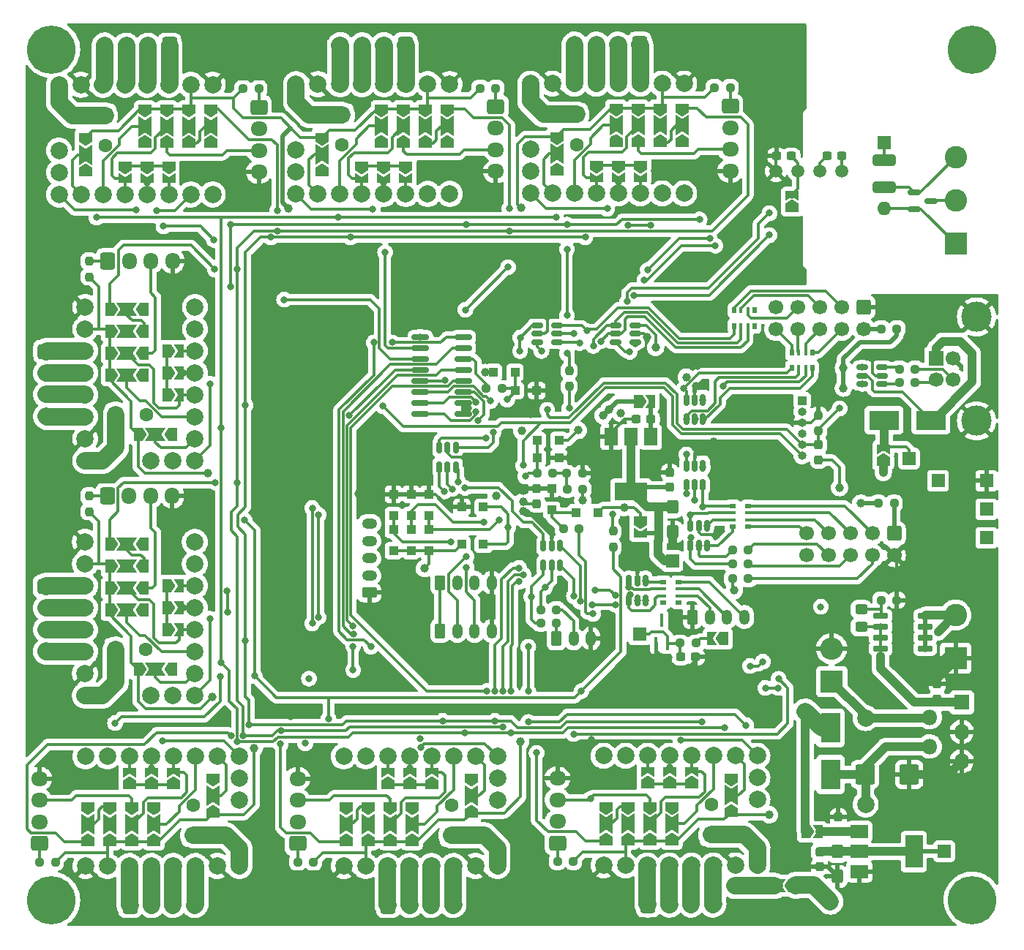
<source format=gbr>
%TF.GenerationSoftware,KiCad,Pcbnew,6.0.5*%
%TF.CreationDate,2022-11-30T22:08:50+03:00*%
%TF.ProjectId,multistepper,6d756c74-6973-4746-9570-7065722e6b69,rev?*%
%TF.SameCoordinates,Original*%
%TF.FileFunction,Copper,L4,Bot*%
%TF.FilePolarity,Positive*%
%FSLAX46Y46*%
G04 Gerber Fmt 4.6, Leading zero omitted, Abs format (unit mm)*
G04 Created by KiCad (PCBNEW 6.0.5) date 2022-11-30 22:08:50*
%MOMM*%
%LPD*%
G01*
G04 APERTURE LIST*
G04 Aperture macros list*
%AMRoundRect*
0 Rectangle with rounded corners*
0 $1 Rounding radius*
0 $2 $3 $4 $5 $6 $7 $8 $9 X,Y pos of 4 corners*
0 Add a 4 corners polygon primitive as box body*
4,1,4,$2,$3,$4,$5,$6,$7,$8,$9,$2,$3,0*
0 Add four circle primitives for the rounded corners*
1,1,$1+$1,$2,$3*
1,1,$1+$1,$4,$5*
1,1,$1+$1,$6,$7*
1,1,$1+$1,$8,$9*
0 Add four rect primitives between the rounded corners*
20,1,$1+$1,$2,$3,$4,$5,0*
20,1,$1+$1,$4,$5,$6,$7,0*
20,1,$1+$1,$6,$7,$8,$9,0*
20,1,$1+$1,$8,$9,$2,$3,0*%
%AMFreePoly0*
4,1,6,1.000000,0.000000,0.500000,-0.750000,-0.500000,-0.750000,-0.500000,0.750000,0.500000,0.750000,1.000000,0.000000,1.000000,0.000000,$1*%
%AMFreePoly1*
4,1,7,0.700000,0.000000,1.200000,-0.750000,-1.200000,-0.750000,-0.700000,0.000000,-1.200000,0.750000,1.200000,0.750000,0.700000,0.000000,0.700000,0.000000,$1*%
%AMFreePoly2*
4,1,6,0.500000,-0.750000,-0.650000,-0.750000,-0.150000,0.000000,-0.650000,0.750000,0.500000,0.750000,0.500000,-0.750000,0.500000,-0.750000,$1*%
G04 Aperture macros list end*
%TA.AperFunction,ComponentPad*%
%ADD10RoundRect,0.250000X0.600000X0.725000X-0.600000X0.725000X-0.600000X-0.725000X0.600000X-0.725000X0*%
%TD*%
%TA.AperFunction,ComponentPad*%
%ADD11O,1.700000X1.950000*%
%TD*%
%TA.AperFunction,ComponentPad*%
%ADD12RoundRect,0.250000X-0.725000X0.600000X-0.725000X-0.600000X0.725000X-0.600000X0.725000X0.600000X0*%
%TD*%
%TA.AperFunction,ComponentPad*%
%ADD13O,1.950000X1.700000*%
%TD*%
%TA.AperFunction,ComponentPad*%
%ADD14RoundRect,0.250000X0.625000X-0.350000X0.625000X0.350000X-0.625000X0.350000X-0.625000X-0.350000X0*%
%TD*%
%TA.AperFunction,ComponentPad*%
%ADD15O,1.750000X1.200000*%
%TD*%
%TA.AperFunction,ComponentPad*%
%ADD16RoundRect,0.250000X-0.600000X0.600000X-0.600000X-0.600000X0.600000X-0.600000X0.600000X0.600000X0*%
%TD*%
%TA.AperFunction,ComponentPad*%
%ADD17C,1.700000*%
%TD*%
%TA.AperFunction,ComponentPad*%
%ADD18RoundRect,0.250000X0.725000X-0.600000X0.725000X0.600000X-0.725000X0.600000X-0.725000X-0.600000X0*%
%TD*%
%TA.AperFunction,ComponentPad*%
%ADD19R,1.500000X1.500000*%
%TD*%
%TA.AperFunction,ComponentPad*%
%ADD20C,5.600000*%
%TD*%
%TA.AperFunction,ComponentPad*%
%ADD21R,1.600000X1.600000*%
%TD*%
%TA.AperFunction,ComponentPad*%
%ADD22O,1.600000X1.600000*%
%TD*%
%TA.AperFunction,ComponentPad*%
%ADD23C,1.600000*%
%TD*%
%TA.AperFunction,ComponentPad*%
%ADD24RoundRect,0.250000X-0.350000X-0.625000X0.350000X-0.625000X0.350000X0.625000X-0.350000X0.625000X0*%
%TD*%
%TA.AperFunction,ComponentPad*%
%ADD25O,1.200000X1.750000*%
%TD*%
%TA.AperFunction,ComponentPad*%
%ADD26RoundRect,0.250000X-0.600000X-0.725000X0.600000X-0.725000X0.600000X0.725000X-0.600000X0.725000X0*%
%TD*%
%TA.AperFunction,ComponentPad*%
%ADD27C,2.000000*%
%TD*%
%TA.AperFunction,ComponentPad*%
%ADD28R,2.600000X2.600000*%
%TD*%
%TA.AperFunction,ComponentPad*%
%ADD29C,2.600000*%
%TD*%
%TA.AperFunction,ComponentPad*%
%ADD30R,1.000000X1.000000*%
%TD*%
%TA.AperFunction,ComponentPad*%
%ADD31O,1.000000X1.000000*%
%TD*%
%TA.AperFunction,ComponentPad*%
%ADD32C,1.500000*%
%TD*%
%TA.AperFunction,ComponentPad*%
%ADD33O,2.600000X2.600000*%
%TD*%
%TA.AperFunction,ComponentPad*%
%ADD34R,1.800000X1.800000*%
%TD*%
%TA.AperFunction,ComponentPad*%
%ADD35O,1.800000X1.800000*%
%TD*%
%TA.AperFunction,ComponentPad*%
%ADD36R,1.700000X1.700000*%
%TD*%
%TA.AperFunction,ComponentPad*%
%ADD37C,3.500000*%
%TD*%
%TA.AperFunction,SMDPad,CuDef*%
%ADD38RoundRect,0.150000X-0.512500X-0.150000X0.512500X-0.150000X0.512500X0.150000X-0.512500X0.150000X0*%
%TD*%
%TA.AperFunction,SMDPad,CuDef*%
%ADD39FreePoly0,90.000000*%
%TD*%
%TA.AperFunction,SMDPad,CuDef*%
%ADD40FreePoly1,90.000000*%
%TD*%
%TA.AperFunction,SMDPad,CuDef*%
%ADD41FreePoly0,270.000000*%
%TD*%
%TA.AperFunction,SMDPad,CuDef*%
%ADD42FreePoly1,270.000000*%
%TD*%
%TA.AperFunction,SMDPad,CuDef*%
%ADD43FreePoly2,90.000000*%
%TD*%
%TA.AperFunction,SMDPad,CuDef*%
%ADD44FreePoly0,180.000000*%
%TD*%
%TA.AperFunction,SMDPad,CuDef*%
%ADD45FreePoly1,180.000000*%
%TD*%
%TA.AperFunction,SMDPad,CuDef*%
%ADD46FreePoly0,0.000000*%
%TD*%
%TA.AperFunction,SMDPad,CuDef*%
%ADD47FreePoly2,0.000000*%
%TD*%
%TA.AperFunction,SMDPad,CuDef*%
%ADD48RoundRect,0.237500X-0.250000X-0.237500X0.250000X-0.237500X0.250000X0.237500X-0.250000X0.237500X0*%
%TD*%
%TA.AperFunction,SMDPad,CuDef*%
%ADD49FreePoly2,270.000000*%
%TD*%
%TA.AperFunction,SMDPad,CuDef*%
%ADD50RoundRect,0.250000X-0.425000X0.537500X-0.425000X-0.537500X0.425000X-0.537500X0.425000X0.537500X0*%
%TD*%
%TA.AperFunction,SMDPad,CuDef*%
%ADD51R,1.000000X1.000000*%
%TD*%
%TA.AperFunction,SMDPad,CuDef*%
%ADD52R,0.500000X0.800000*%
%TD*%
%TA.AperFunction,SMDPad,CuDef*%
%ADD53R,0.400000X0.800000*%
%TD*%
%TA.AperFunction,SMDPad,CuDef*%
%ADD54R,0.800000X0.500000*%
%TD*%
%TA.AperFunction,SMDPad,CuDef*%
%ADD55R,0.800000X0.400000*%
%TD*%
%TA.AperFunction,SMDPad,CuDef*%
%ADD56RoundRect,0.150000X-0.587500X-0.150000X0.587500X-0.150000X0.587500X0.150000X-0.587500X0.150000X0*%
%TD*%
%TA.AperFunction,SMDPad,CuDef*%
%ADD57RoundRect,0.150000X-0.150000X0.512500X-0.150000X-0.512500X0.150000X-0.512500X0.150000X0.512500X0*%
%TD*%
%TA.AperFunction,SMDPad,CuDef*%
%ADD58RoundRect,0.237500X0.250000X0.237500X-0.250000X0.237500X-0.250000X-0.237500X0.250000X-0.237500X0*%
%TD*%
%TA.AperFunction,SMDPad,CuDef*%
%ADD59RoundRect,0.237500X-0.237500X0.300000X-0.237500X-0.300000X0.237500X-0.300000X0.237500X0.300000X0*%
%TD*%
%TA.AperFunction,SMDPad,CuDef*%
%ADD60RoundRect,0.150000X0.825000X0.150000X-0.825000X0.150000X-0.825000X-0.150000X0.825000X-0.150000X0*%
%TD*%
%TA.AperFunction,SMDPad,CuDef*%
%ADD61RoundRect,0.150000X0.512500X0.150000X-0.512500X0.150000X-0.512500X-0.150000X0.512500X-0.150000X0*%
%TD*%
%TA.AperFunction,SMDPad,CuDef*%
%ADD62RoundRect,0.237500X0.300000X0.237500X-0.300000X0.237500X-0.300000X-0.237500X0.300000X-0.237500X0*%
%TD*%
%TA.AperFunction,SMDPad,CuDef*%
%ADD63RoundRect,0.237500X0.237500X-0.250000X0.237500X0.250000X-0.237500X0.250000X-0.237500X-0.250000X0*%
%TD*%
%TA.AperFunction,SMDPad,CuDef*%
%ADD64RoundRect,0.250000X0.450000X-0.325000X0.450000X0.325000X-0.450000X0.325000X-0.450000X-0.325000X0*%
%TD*%
%TA.AperFunction,SMDPad,CuDef*%
%ADD65FreePoly2,180.000000*%
%TD*%
%TA.AperFunction,SMDPad,CuDef*%
%ADD66R,2.300000X3.500000*%
%TD*%
%TA.AperFunction,SMDPad,CuDef*%
%ADD67RoundRect,0.237500X0.237500X-0.300000X0.237500X0.300000X-0.237500X0.300000X-0.237500X-0.300000X0*%
%TD*%
%TA.AperFunction,SMDPad,CuDef*%
%ADD68R,2.000000X1.500000*%
%TD*%
%TA.AperFunction,SMDPad,CuDef*%
%ADD69R,2.000000X3.800000*%
%TD*%
%TA.AperFunction,SMDPad,CuDef*%
%ADD70R,3.500000X2.300000*%
%TD*%
%TA.AperFunction,SMDPad,CuDef*%
%ADD71RoundRect,0.237500X-0.300000X-0.237500X0.300000X-0.237500X0.300000X0.237500X-0.300000X0.237500X0*%
%TD*%
%TA.AperFunction,SMDPad,CuDef*%
%ADD72RoundRect,0.250000X-0.875000X-0.925000X0.875000X-0.925000X0.875000X0.925000X-0.875000X0.925000X0*%
%TD*%
%TA.AperFunction,SMDPad,CuDef*%
%ADD73RoundRect,0.237500X-0.237500X0.250000X-0.237500X-0.250000X0.237500X-0.250000X0.237500X0.250000X0*%
%TD*%
%TA.AperFunction,SMDPad,CuDef*%
%ADD74R,0.450000X1.500000*%
%TD*%
%TA.AperFunction,SMDPad,CuDef*%
%ADD75RoundRect,0.150000X-0.725000X-0.150000X0.725000X-0.150000X0.725000X0.150000X-0.725000X0.150000X0*%
%TD*%
%TA.AperFunction,SMDPad,CuDef*%
%ADD76R,1.500000X2.000000*%
%TD*%
%TA.AperFunction,SMDPad,CuDef*%
%ADD77R,3.800000X2.000000*%
%TD*%
%TA.AperFunction,SMDPad,CuDef*%
%ADD78RoundRect,0.250000X-1.075000X0.400000X-1.075000X-0.400000X1.075000X-0.400000X1.075000X0.400000X0*%
%TD*%
%TA.AperFunction,ViaPad*%
%ADD79C,1.000000*%
%TD*%
%TA.AperFunction,ViaPad*%
%ADD80C,0.800000*%
%TD*%
%TA.AperFunction,Conductor*%
%ADD81C,0.500000*%
%TD*%
%TA.AperFunction,Conductor*%
%ADD82C,0.300000*%
%TD*%
%TA.AperFunction,Conductor*%
%ADD83C,1.000000*%
%TD*%
%TA.AperFunction,Conductor*%
%ADD84C,2.000000*%
%TD*%
%TA.AperFunction,Conductor*%
%ADD85C,0.200000*%
%TD*%
G04 APERTURE END LIST*
D10*
%TO.P,J17,1,Pin_1*%
%TO.N,Net-(J17-Pad1)*%
X99921075Y-41501827D03*
D11*
%TO.P,J17,2,Pin_2*%
%TO.N,Net-(J17-Pad2)*%
X97421075Y-41501827D03*
%TO.P,J17,3,Pin_3*%
%TO.N,Net-(J17-Pad3)*%
X94921075Y-41501827D03*
%TO.P,J17,4,Pin_4*%
%TO.N,Net-(J17-Pad4)*%
X92421075Y-41501827D03*
%TD*%
D12*
%TO.P,J12,1,Pin_1*%
%TO.N,Net-(J12-Pad1)*%
X58374000Y-76974000D03*
D13*
%TO.P,J12,2,Pin_2*%
%TO.N,Net-(J12-Pad2)*%
X58374000Y-79474000D03*
%TO.P,J12,3,Pin_3*%
%TO.N,Net-(J12-Pad3)*%
X58374000Y-81974000D03*
%TO.P,J12,4,Pin_4*%
%TO.N,Net-(J12-Pad4)*%
X58374000Y-84474000D03*
%TD*%
D14*
%TO.P,J6,1,Pin_1*%
%TO.N,GND*%
X95758000Y-104902000D03*
D15*
%TO.P,J6,2,Pin_2*%
%TO.N,Net-(J6-Pad2)*%
X95758000Y-102902000D03*
%TO.P,J6,3,Pin_3*%
%TO.N,Net-(J6-Pad3)*%
X95758000Y-100902000D03*
%TO.P,J6,4,Pin_4*%
%TO.N,Net-(J6-Pad4)*%
X95758000Y-98902000D03*
%TO.P,J6,5,Pin_5*%
%TO.N,Net-(J6-Pad5)*%
X95758000Y-96902000D03*
%TD*%
D16*
%TO.P,J2,1,Pin_1*%
%TO.N,GND*%
X152958800Y-71840700D03*
D17*
%TO.P,J2,2,Pin_2*%
%TO.N,Net-(J2-Pad2)*%
X152958800Y-74380700D03*
%TO.P,J2,3,Pin_3*%
%TO.N,Net-(J2-Pad3)*%
X150418800Y-71840700D03*
%TO.P,J2,4,Pin_4*%
%TO.N,Net-(J2-Pad4)*%
X150418800Y-74380700D03*
%TO.P,J2,5,Pin_5*%
%TO.N,Net-(J2-Pad5)*%
X147878800Y-71840700D03*
%TO.P,J2,6,Pin_6*%
%TO.N,Net-(J2-Pad6)*%
X147878800Y-74380700D03*
%TO.P,J2,7,Pin_7*%
%TO.N,Net-(J2-Pad7)*%
X145338800Y-71840700D03*
%TO.P,J2,8,Pin_8*%
%TO.N,Net-(J2-Pad8)*%
X145338800Y-74380700D03*
%TO.P,J2,9,Pin_9*%
%TO.N,GND*%
X142798800Y-71840700D03*
%TO.P,J2,10,Pin_10*%
%TO.N,Net-(J2-Pad10)*%
X142798800Y-74380700D03*
%TD*%
D18*
%TO.P,J22,1,Pin_1*%
%TO.N,Net-(J22-Pad1)*%
X87466000Y-133934000D03*
D13*
%TO.P,J22,2,Pin_2*%
%TO.N,M5_L0*%
X87466000Y-131434000D03*
%TO.P,J22,3,Pin_3*%
%TO.N,M5_L1*%
X87466000Y-128934000D03*
%TO.P,J22,4,Pin_4*%
%TO.N,GND*%
X87466000Y-126434000D03*
%TD*%
D19*
%TO.P,TP7,1,1*%
%TO.N,+5V*%
X161544000Y-91948000D03*
%TD*%
D20*
%TO.P,H4,1*%
%TO.N,N/C*%
X165500000Y-140500000D03*
%TD*%
D21*
%TO.P,SW3,1*%
%TO.N,Net-(R18-Pad1)*%
X155295600Y-52832000D03*
D22*
%TO.P,SW3,2*%
%TO.N,/CANL*%
X155295600Y-60452000D03*
%TD*%
D21*
%TO.P,C24,1*%
%TO.N,/Motors/Vm*%
X105246000Y-132978000D03*
D23*
%TO.P,C24,2*%
%TO.N,GND*%
X105246000Y-129478000D03*
%TD*%
D24*
%TO.P,J5,1,Pin_1*%
%TO.N,Net-(J4-Pad1)*%
X103934000Y-103733600D03*
D25*
%TO.P,J5,2,Pin_2*%
%TO.N,ADC2*%
X105934000Y-103733600D03*
%TO.P,J5,3,Pin_3*%
%TO.N,ADC3*%
X107934000Y-103733600D03*
%TO.P,J5,4,Pin_4*%
%TO.N,GND*%
X109934000Y-103733600D03*
%TD*%
D26*
%TO.P,J11,1,Pin_1*%
%TO.N,Net-(J11-Pad1)*%
X65500000Y-66500000D03*
D11*
%TO.P,J11,2,Pin_2*%
%TO.N,M0_L0*%
X68000000Y-66500000D03*
%TO.P,J11,3,Pin_3*%
%TO.N,M0_L1*%
X70500000Y-66500000D03*
%TO.P,J11,4,Pin_4*%
%TO.N,GND*%
X73000000Y-66500000D03*
%TD*%
D27*
%TO.P,XX5,1,~{EN}*%
%TO.N,/Motors/stepper_M5/~{ENx}*%
X140640000Y-123774000D03*
%TO.P,XX5,2,MS1*%
%TO.N,/Motors/stepper_M5/MS1*%
X138100000Y-123774000D03*
%TO.P,XX5,3,MS2*%
%TO.N,/Motors/stepper_M5/MS2*%
X135560000Y-123774000D03*
%TO.P,XX5,4,SPREAD*%
%TO.N,/Motors/stepper_M5/SPR*%
X133020000Y-123774000D03*
%TO.P,XX5,5,PDN_UART*%
%TO.N,/Motors/stepper_M5/U*%
X130480000Y-123774000D03*
%TO.P,XX5,6,CLK*%
%TO.N,/Motors/stepper_M5/CLK*%
X127940000Y-123774000D03*
%TO.P,XX5,7,STEP*%
%TO.N,/Motors/stepper_M5/STEPx*%
X125400000Y-123774000D03*
%TO.P,XX5,8,DIR*%
%TO.N,/Motors/stepper_M5/DIRx*%
X122860000Y-123774000D03*
%TO.P,XX5,9,GND*%
%TO.N,GND*%
X122860000Y-136474000D03*
%TO.P,XX5,10,VIO*%
%TO.N,Vio*%
X125400000Y-136474000D03*
%TO.P,XX5,11,M1B*%
%TO.N,Net-(J21-Pad1)*%
X127940000Y-136474000D03*
%TO.P,XX5,12,M1A*%
%TO.N,Net-(J21-Pad2)*%
X130480000Y-136474000D03*
%TO.P,XX5,13,M2A*%
%TO.N,Net-(J21-Pad3)*%
X133020000Y-136474000D03*
%TO.P,XX5,14,M2B*%
%TO.N,Net-(J21-Pad4)*%
X135560000Y-136474000D03*
%TO.P,XX5,15,GND*%
%TO.N,GND*%
X138100000Y-136474000D03*
%TO.P,XX5,16,Vmot*%
%TO.N,/Motors/Vm*%
X140640000Y-136474000D03*
%TO.P,XX5,17,DIAG*%
%TO.N,/Motors/DIAG4*%
X140640000Y-126314000D03*
%TO.P,XX5,18,INDEX*%
%TO.N,unconnected-(XX5-Pad18)*%
X140640000Y-128854000D03*
%TD*%
D24*
%TO.P,J13,1,Pin_1*%
%TO.N,Net-(J13-Pad1)*%
X117380000Y-110194000D03*
D25*
%TO.P,J13,2,Pin_2*%
%TO.N,Net-(J13-Pad2)*%
X119380000Y-110194000D03*
%TO.P,J13,3,Pin_3*%
%TO.N,GND*%
X121380000Y-110194000D03*
%TD*%
D27*
%TO.P,XX8,1,~{EN}*%
%TO.N,/Motors/stepper_M8/~{ENx}*%
X75572000Y-116801600D03*
%TO.P,XX8,2,MS1*%
%TO.N,/Motors/stepper_M8/MS1*%
X75572000Y-114261600D03*
%TO.P,XX8,3,MS2*%
%TO.N,/Motors/stepper_M8/MS2*%
X75572000Y-111721600D03*
%TO.P,XX8,4,SPREAD*%
%TO.N,/Motors/stepper_M8/SPR*%
X75572000Y-109181600D03*
%TO.P,XX8,5,PDN_UART*%
%TO.N,/Motors/stepper_M8/U*%
X75572000Y-106641600D03*
%TO.P,XX8,6,CLK*%
%TO.N,/Motors/stepper_M8/CLK*%
X75572000Y-104101600D03*
%TO.P,XX8,7,STEP*%
%TO.N,/Motors/stepper_M8/STEPx*%
X75572000Y-101561600D03*
%TO.P,XX8,8,DIR*%
%TO.N,/Motors/stepper_M8/DIRx*%
X75572000Y-99021600D03*
%TO.P,XX8,9,GND*%
%TO.N,GND*%
X62872000Y-99021600D03*
%TO.P,XX8,10,VIO*%
%TO.N,Vio*%
X62872000Y-101561600D03*
%TO.P,XX8,11,M1B*%
%TO.N,Net-(J27-Pad1)*%
X62872000Y-104101600D03*
%TO.P,XX8,12,M1A*%
%TO.N,Net-(J27-Pad2)*%
X62872000Y-106641600D03*
%TO.P,XX8,13,M2A*%
%TO.N,Net-(J27-Pad3)*%
X62872000Y-109181600D03*
%TO.P,XX8,14,M2B*%
%TO.N,Net-(J27-Pad4)*%
X62872000Y-111721600D03*
%TO.P,XX8,15,GND*%
%TO.N,GND*%
X62872000Y-114261600D03*
%TO.P,XX8,16,Vmot*%
%TO.N,/Motors/Vm*%
X62872000Y-116801600D03*
%TO.P,XX8,17,DIAG*%
%TO.N,/Motors/DIAG7*%
X73032000Y-116801600D03*
%TO.P,XX8,18,INDEX*%
%TO.N,unconnected-(XX8-Pad18)*%
X70492000Y-116801600D03*
%TD*%
%TO.P,XX3,1,~{EN}*%
%TO.N,/Motors/stepper_M3/~{ENx}*%
X87281075Y-58727827D03*
%TO.P,XX3,2,MS1*%
%TO.N,/Motors/stepper_M3/MS1*%
X89821075Y-58727827D03*
%TO.P,XX3,3,MS2*%
%TO.N,/Motors/stepper_M3/MS2*%
X92361075Y-58727827D03*
%TO.P,XX3,4,SPREAD*%
%TO.N,/Motors/stepper_M3/SPR*%
X94901075Y-58727827D03*
%TO.P,XX3,5,PDN_UART*%
%TO.N,/Motors/stepper_M3/U*%
X97441075Y-58727827D03*
%TO.P,XX3,6,CLK*%
%TO.N,/Motors/stepper_M3/CLK*%
X99981075Y-58727827D03*
%TO.P,XX3,7,STEP*%
%TO.N,/Motors/stepper_M3/STEPx*%
X102521075Y-58727827D03*
%TO.P,XX3,8,DIR*%
%TO.N,/Motors/stepper_M3/DIRx*%
X105061075Y-58727827D03*
%TO.P,XX3,9,GND*%
%TO.N,GND*%
X105061075Y-46027827D03*
%TO.P,XX3,10,VIO*%
%TO.N,Vio*%
X102521075Y-46027827D03*
%TO.P,XX3,11,M1B*%
%TO.N,Net-(J17-Pad1)*%
X99981075Y-46027827D03*
%TO.P,XX3,12,M1A*%
%TO.N,Net-(J17-Pad2)*%
X97441075Y-46027827D03*
%TO.P,XX3,13,M2A*%
%TO.N,Net-(J17-Pad3)*%
X94901075Y-46027827D03*
%TO.P,XX3,14,M2B*%
%TO.N,Net-(J17-Pad4)*%
X92361075Y-46027827D03*
%TO.P,XX3,15,GND*%
%TO.N,GND*%
X89821075Y-46027827D03*
%TO.P,XX3,16,Vmot*%
%TO.N,/Motors/Vm*%
X87281075Y-46027827D03*
%TO.P,XX3,17,DIAG*%
%TO.N,/Motors/DIAG2*%
X87281075Y-56187827D03*
%TO.P,XX3,18,INDEX*%
%TO.N,unconnected-(XX3-Pad18)*%
X87281075Y-53647827D03*
%TD*%
D28*
%TO.P,J10,1,Pin_1*%
%TO.N,GND*%
X163576000Y-112482000D03*
D29*
%TO.P,J10,2,Pin_2*%
%TO.N,Net-(J10-Pad2)*%
X163576000Y-107482000D03*
%TD*%
D16*
%TO.P,J3,1,Pin_1*%
%TO.N,Net-(J3-Pad1)*%
X156464000Y-98044000D03*
D17*
%TO.P,J3,2,Pin_2*%
%TO.N,GND*%
X156464000Y-100584000D03*
%TO.P,J3,3,Pin_3*%
%TO.N,Net-(J3-Pad3)*%
X153924000Y-98044000D03*
%TO.P,J3,4,Pin_4*%
%TO.N,Net-(J3-Pad4)*%
X153924000Y-100584000D03*
%TO.P,J3,5,Pin_5*%
%TO.N,Net-(J3-Pad5)*%
X151384000Y-98044000D03*
%TO.P,J3,6,Pin_6*%
%TO.N,Net-(J3-Pad6)*%
X151384000Y-100584000D03*
%TO.P,J3,7,Pin_7*%
%TO.N,Net-(J3-Pad7)*%
X148844000Y-98044000D03*
%TO.P,J3,8,Pin_8*%
%TO.N,Net-(J3-Pad8)*%
X148844000Y-100584000D03*
%TO.P,J3,9,Pin_9*%
%TO.N,Net-(J3-Pad9)*%
X146304000Y-98044000D03*
%TO.P,J3,10,Pin_10*%
%TO.N,GND*%
X146304000Y-100584000D03*
%TD*%
D19*
%TO.P,TP3,1,1*%
%TO.N,GND*%
X167132000Y-91948000D03*
%TD*%
D30*
%TO.P,J1,1,Pin_1*%
%TO.N,/MCU base/SWCLK*%
X145821000Y-82677000D03*
D31*
%TO.P,J1,2,Pin_2*%
%TO.N,/MCU base/SWDIO*%
X145821000Y-83947000D03*
%TO.P,J1,3,Pin_3*%
%TO.N,GND*%
X145821000Y-85217000D03*
%TO.P,J1,4,Pin_4*%
%TO.N,Net-(J1-Pad4)*%
X145821000Y-86487000D03*
%TO.P,J1,5,Pin_5*%
%TO.N,/MCU base/BOOT0*%
X145821000Y-87757000D03*
%TO.P,J1,6,Pin_6*%
%TO.N,/MCU base/NRST*%
X145821000Y-89027000D03*
%TD*%
D18*
%TO.P,J24,1,Pin_1*%
%TO.N,Net-(J24-Pad1)*%
X57604925Y-133934000D03*
D13*
%TO.P,J24,2,Pin_2*%
%TO.N,M6_L0*%
X57604925Y-131434000D03*
%TO.P,J24,3,Pin_3*%
%TO.N,M6_L1*%
X57604925Y-128934000D03*
%TO.P,J24,4,Pin_4*%
%TO.N,GND*%
X57604925Y-126434000D03*
%TD*%
D20*
%TO.P,H1,1*%
%TO.N,N/C*%
X59000000Y-42000000D03*
%TD*%
D21*
%TO.P,C23,1*%
%TO.N,/Motors/Vm*%
X135306000Y-132918000D03*
D23*
%TO.P,C23,2*%
%TO.N,GND*%
X135306000Y-129418000D03*
%TD*%
D10*
%TO.P,J19,1,Pin_1*%
%TO.N,Net-(J19-Pad1)*%
X127026450Y-41440000D03*
D11*
%TO.P,J19,2,Pin_2*%
%TO.N,Net-(J19-Pad2)*%
X124526450Y-41440000D03*
%TO.P,J19,3,Pin_3*%
%TO.N,Net-(J19-Pad3)*%
X122026450Y-41440000D03*
%TO.P,J19,4,Pin_4*%
%TO.N,Net-(J19-Pad4)*%
X119526450Y-41440000D03*
%TD*%
D19*
%TO.P,TP2,1,1*%
%TO.N,Vdrive*%
X167132000Y-95250000D03*
%TD*%
D12*
%TO.P,J14,1,Pin_1*%
%TO.N,Net-(J14-Pad1)*%
X82974000Y-48689654D03*
D13*
%TO.P,J14,2,Pin_2*%
%TO.N,M1_L0*%
X82974000Y-51189654D03*
%TO.P,J14,3,Pin_3*%
%TO.N,M1_L1*%
X82974000Y-53689654D03*
%TO.P,J14,4,Pin_4*%
%TO.N,GND*%
X82974000Y-56189654D03*
%TD*%
D20*
%TO.P,H3,1*%
%TO.N,N/C*%
X59000000Y-140500000D03*
%TD*%
D26*
%TO.P,J23,1,Pin_1*%
%TO.N,Net-(J23-Pad1)*%
X97940000Y-141060000D03*
D11*
%TO.P,J23,2,Pin_2*%
%TO.N,Net-(J23-Pad2)*%
X100440000Y-141060000D03*
%TO.P,J23,3,Pin_3*%
%TO.N,Net-(J23-Pad3)*%
X102940000Y-141060000D03*
%TO.P,J23,4,Pin_4*%
%TO.N,Net-(J23-Pad4)*%
X105440000Y-141060000D03*
%TD*%
D26*
%TO.P,J25,1,Pin_1*%
%TO.N,Net-(J25-Pad1)*%
X68078925Y-141060000D03*
D11*
%TO.P,J25,2,Pin_2*%
%TO.N,Net-(J25-Pad2)*%
X70578925Y-141060000D03*
%TO.P,J25,3,Pin_3*%
%TO.N,Net-(J25-Pad3)*%
X73078925Y-141060000D03*
%TO.P,J25,4,Pin_4*%
%TO.N,Net-(J25-Pad4)*%
X75578925Y-141060000D03*
%TD*%
D27*
%TO.P,XX4,1,~{EN}*%
%TO.N,/Motors/stepper_M4/~{ENx}*%
X114386450Y-58666000D03*
%TO.P,XX4,2,MS1*%
%TO.N,/Motors/stepper_M4/MS1*%
X116926450Y-58666000D03*
%TO.P,XX4,3,MS2*%
%TO.N,/Motors/stepper_M4/MS2*%
X119466450Y-58666000D03*
%TO.P,XX4,4,SPREAD*%
%TO.N,/Motors/stepper_M4/SPR*%
X122006450Y-58666000D03*
%TO.P,XX4,5,PDN_UART*%
%TO.N,/Motors/stepper_M4/U*%
X124546450Y-58666000D03*
%TO.P,XX4,6,CLK*%
%TO.N,/Motors/stepper_M4/CLK*%
X127086450Y-58666000D03*
%TO.P,XX4,7,STEP*%
%TO.N,/Motors/stepper_M4/STEPx*%
X129626450Y-58666000D03*
%TO.P,XX4,8,DIR*%
%TO.N,/Motors/stepper_M4/DIRx*%
X132166450Y-58666000D03*
%TO.P,XX4,9,GND*%
%TO.N,GND*%
X132166450Y-45966000D03*
%TO.P,XX4,10,VIO*%
%TO.N,Vio*%
X129626450Y-45966000D03*
%TO.P,XX4,11,M1B*%
%TO.N,Net-(J19-Pad1)*%
X127086450Y-45966000D03*
%TO.P,XX4,12,M1A*%
%TO.N,Net-(J19-Pad2)*%
X124546450Y-45966000D03*
%TO.P,XX4,13,M2A*%
%TO.N,Net-(J19-Pad3)*%
X122006450Y-45966000D03*
%TO.P,XX4,14,M2B*%
%TO.N,Net-(J19-Pad4)*%
X119466450Y-45966000D03*
%TO.P,XX4,15,GND*%
%TO.N,GND*%
X116926450Y-45966000D03*
%TO.P,XX4,16,Vmot*%
%TO.N,/Motors/Vm*%
X114386450Y-45966000D03*
%TO.P,XX4,17,DIAG*%
%TO.N,/Motors/DIAG3*%
X114386450Y-56126000D03*
%TO.P,XX4,18,INDEX*%
%TO.N,unconnected-(XX4-Pad18)*%
X114386450Y-53586000D03*
%TD*%
D20*
%TO.P,H2,1*%
%TO.N,N/C*%
X165500000Y-42000000D03*
%TD*%
D26*
%TO.P,J21,1,Pin_1*%
%TO.N,Net-(J21-Pad1)*%
X128000000Y-141000000D03*
D11*
%TO.P,J21,2,Pin_2*%
%TO.N,Net-(J21-Pad2)*%
X130500000Y-141000000D03*
%TO.P,J21,3,Pin_3*%
%TO.N,Net-(J21-Pad3)*%
X133000000Y-141000000D03*
%TO.P,J21,4,Pin_4*%
%TO.N,Net-(J21-Pad4)*%
X135500000Y-141000000D03*
%TD*%
D21*
%TO.P,C21,1*%
%TO.N,/Motors/Vm*%
X92615075Y-49583827D03*
D23*
%TO.P,C21,2*%
%TO.N,GND*%
X92615075Y-53083827D03*
%TD*%
D21*
%TO.P,C22,1*%
%TO.N,/Motors/Vm*%
X119720450Y-49522000D03*
D23*
%TO.P,C22,2*%
%TO.N,GND*%
X119720450Y-53022000D03*
%TD*%
D12*
%TO.P,J18,1,Pin_1*%
%TO.N,Net-(J18-Pad1)*%
X137500450Y-48566000D03*
D13*
%TO.P,J18,2,Pin_2*%
%TO.N,M3_L0*%
X137500450Y-51066000D03*
%TO.P,J18,3,Pin_3*%
%TO.N,M3_L1*%
X137500450Y-53566000D03*
%TO.P,J18,4,Pin_4*%
%TO.N,GND*%
X137500450Y-56066000D03*
%TD*%
D32*
%TO.P,Q1,1,GND*%
%TO.N,GND*%
X142798800Y-56083200D03*
%TO.P,Q1,2,Vin*%
%TO.N,Net-(C10-Pad1)*%
X145338800Y-56083200D03*
%TO.P,Q1,3,0V*%
%TO.N,Earth*%
X147878800Y-56083200D03*
%TO.P,Q1,4,+Vo*%
%TO.N,Net-(C11-Pad1)*%
X150418800Y-56083200D03*
%TD*%
D27*
%TO.P,XX6,1,~{EN}*%
%TO.N,/Motors/stepper_M6/~{ENx}*%
X110580000Y-123834000D03*
%TO.P,XX6,2,MS1*%
%TO.N,/Motors/stepper_M6/MS1*%
X108040000Y-123834000D03*
%TO.P,XX6,3,MS2*%
%TO.N,/Motors/stepper_M6/MS2*%
X105500000Y-123834000D03*
%TO.P,XX6,4,SPREAD*%
%TO.N,/Motors/stepper_M6/SPR*%
X102960000Y-123834000D03*
%TO.P,XX6,5,PDN_UART*%
%TO.N,/Motors/stepper_M6/U*%
X100420000Y-123834000D03*
%TO.P,XX6,6,CLK*%
%TO.N,/Motors/stepper_M6/CLK*%
X97880000Y-123834000D03*
%TO.P,XX6,7,STEP*%
%TO.N,/Motors/stepper_M6/STEPx*%
X95340000Y-123834000D03*
%TO.P,XX6,8,DIR*%
%TO.N,/Motors/stepper_M6/DIRx*%
X92800000Y-123834000D03*
%TO.P,XX6,9,GND*%
%TO.N,GND*%
X92800000Y-136534000D03*
%TO.P,XX6,10,VIO*%
%TO.N,Vio*%
X95340000Y-136534000D03*
%TO.P,XX6,11,M1B*%
%TO.N,Net-(J23-Pad1)*%
X97880000Y-136534000D03*
%TO.P,XX6,12,M1A*%
%TO.N,Net-(J23-Pad2)*%
X100420000Y-136534000D03*
%TO.P,XX6,13,M2A*%
%TO.N,Net-(J23-Pad3)*%
X102960000Y-136534000D03*
%TO.P,XX6,14,M2B*%
%TO.N,Net-(J23-Pad4)*%
X105500000Y-136534000D03*
%TO.P,XX6,15,GND*%
%TO.N,GND*%
X108040000Y-136534000D03*
%TO.P,XX6,16,Vmot*%
%TO.N,/Motors/Vm*%
X110580000Y-136534000D03*
%TO.P,XX6,17,DIAG*%
%TO.N,/Motors/DIAG5*%
X110580000Y-126374000D03*
%TO.P,XX6,18,INDEX*%
%TO.N,unconnected-(XX6-Pad18)*%
X110580000Y-128914000D03*
%TD*%
D28*
%TO.P,D26,1,K*%
%TO.N,Net-(D26-Pad1)*%
X149250400Y-115194400D03*
D33*
%TO.P,D26,2,A*%
%TO.N,GND*%
X149250400Y-111384400D03*
%TD*%
D19*
%TO.P,TP6,1,1*%
%TO.N,+3.3VADC*%
X127000000Y-109728000D03*
%TD*%
D21*
%TO.P,C19,1*%
%TO.N,/Motors/Vm*%
X66456000Y-84280000D03*
D23*
%TO.P,C19,2*%
%TO.N,GND*%
X69956000Y-84280000D03*
%TD*%
D34*
%TO.P,U5,1,VIN*%
%TO.N,Vdrive*%
X164287200Y-117602000D03*
D35*
%TO.P,U5,2,VOUT*%
%TO.N,Net-(D26-Pad1)*%
X160587200Y-119302000D03*
%TO.P,U5,3,GND*%
%TO.N,GND*%
X164287200Y-121002000D03*
%TO.P,U5,4,FB*%
%TO.N,Net-(C17-Pad1)*%
X160587200Y-122702000D03*
%TO.P,U5,5,ON/OFF*%
%TO.N,GND*%
X164287200Y-124402000D03*
%TD*%
D12*
%TO.P,J27,1,Pin_1*%
%TO.N,Net-(J27-Pad1)*%
X58346000Y-104161600D03*
D13*
%TO.P,J27,2,Pin_2*%
%TO.N,Net-(J27-Pad2)*%
X58346000Y-106661600D03*
%TO.P,J27,3,Pin_3*%
%TO.N,Net-(J27-Pad3)*%
X58346000Y-109161600D03*
%TO.P,J27,4,Pin_4*%
%TO.N,Net-(J27-Pad4)*%
X58346000Y-111661600D03*
%TD*%
D24*
%TO.P,J7,1,Pin_1*%
%TO.N,GND*%
X133144000Y-107704800D03*
D25*
%TO.P,J7,2,Pin_2*%
%TO.N,Net-(J7-Pad2)*%
X135144000Y-107704800D03*
%TO.P,J7,3,Pin_3*%
%TO.N,Net-(J7-Pad3)*%
X137144000Y-107704800D03*
%TO.P,J7,4,Pin_4*%
%TO.N,Net-(J7-Pad4)*%
X139144000Y-107704800D03*
%TD*%
D19*
%TO.P,TP4,1,1*%
%TO.N,Net-(C17-Pad1)*%
X167132000Y-98552000D03*
%TD*%
D10*
%TO.P,J15,1,Pin_1*%
%TO.N,Net-(J15-Pad1)*%
X72644000Y-41563654D03*
D11*
%TO.P,J15,2,Pin_2*%
%TO.N,Net-(J15-Pad2)*%
X70144000Y-41563654D03*
%TO.P,J15,3,Pin_3*%
%TO.N,Net-(J15-Pad3)*%
X67644000Y-41563654D03*
%TO.P,J15,4,Pin_4*%
%TO.N,Net-(J15-Pad4)*%
X65144000Y-41563654D03*
%TD*%
D27*
%TO.P,L1,1,1*%
%TO.N,Net-(C17-Pad1)*%
X153162000Y-129409200D03*
%TO.P,L1,2,2*%
%TO.N,Net-(D26-Pad1)*%
X153162000Y-119409200D03*
%TD*%
D21*
%TO.P,C20,1*%
%TO.N,/Motors/Vm*%
X65194000Y-49645654D03*
D23*
%TO.P,C20,2*%
%TO.N,GND*%
X65194000Y-53145654D03*
%TD*%
D27*
%TO.P,XX2,1,~{EN}*%
%TO.N,/Motors/stepper_M2/~{ENx}*%
X59860000Y-58789654D03*
%TO.P,XX2,2,MS1*%
%TO.N,/Motors/stepper_M2/MS1*%
X62400000Y-58789654D03*
%TO.P,XX2,3,MS2*%
%TO.N,/Motors/stepper_M2/MS2*%
X64940000Y-58789654D03*
%TO.P,XX2,4,SPREAD*%
%TO.N,/Motors/stepper_M2/SPR*%
X67480000Y-58789654D03*
%TO.P,XX2,5,PDN_UART*%
%TO.N,/Motors/stepper_M2/U*%
X70020000Y-58789654D03*
%TO.P,XX2,6,CLK*%
%TO.N,/Motors/stepper_M2/CLK*%
X72560000Y-58789654D03*
%TO.P,XX2,7,STEP*%
%TO.N,/Motors/stepper_M2/STEPx*%
X75100000Y-58789654D03*
%TO.P,XX2,8,DIR*%
%TO.N,/Motors/stepper_M2/DIRx*%
X77640000Y-58789654D03*
%TO.P,XX2,9,GND*%
%TO.N,GND*%
X77640000Y-46089654D03*
%TO.P,XX2,10,VIO*%
%TO.N,Vio*%
X75100000Y-46089654D03*
%TO.P,XX2,11,M1B*%
%TO.N,Net-(J15-Pad1)*%
X72560000Y-46089654D03*
%TO.P,XX2,12,M1A*%
%TO.N,Net-(J15-Pad2)*%
X70020000Y-46089654D03*
%TO.P,XX2,13,M2A*%
%TO.N,Net-(J15-Pad3)*%
X67480000Y-46089654D03*
%TO.P,XX2,14,M2B*%
%TO.N,Net-(J15-Pad4)*%
X64940000Y-46089654D03*
%TO.P,XX2,15,GND*%
%TO.N,GND*%
X62400000Y-46089654D03*
%TO.P,XX2,16,Vmot*%
%TO.N,/Motors/Vm*%
X59860000Y-46089654D03*
%TO.P,XX2,17,DIAG*%
%TO.N,/Motors/DIAG1*%
X59860000Y-56249654D03*
%TO.P,XX2,18,INDEX*%
%TO.N,unconnected-(XX2-Pad18)*%
X59860000Y-53709654D03*
%TD*%
D28*
%TO.P,J9,1,Pin_1*%
%TO.N,/CANL*%
X163576000Y-64516000D03*
D29*
%TO.P,J9,2,Pin_2*%
%TO.N,Earth*%
X163576000Y-59516000D03*
%TO.P,J9,3,Pin_3*%
%TO.N,/CANH*%
X163576000Y-54516000D03*
%TD*%
D21*
%TO.P,C25,1*%
%TO.N,/Motors/Vm*%
X75384925Y-132978000D03*
D23*
%TO.P,C25,2*%
%TO.N,GND*%
X75384925Y-129478000D03*
%TD*%
D27*
%TO.P,XX7,1,~{EN}*%
%TO.N,/Motors/stepper_M7/~{ENx}*%
X80718925Y-123834000D03*
%TO.P,XX7,2,MS1*%
%TO.N,/Motors/stepper_M7/MS1*%
X78178925Y-123834000D03*
%TO.P,XX7,3,MS2*%
%TO.N,/Motors/stepper_M7/MS2*%
X75638925Y-123834000D03*
%TO.P,XX7,4,SPREAD*%
%TO.N,/Motors/stepper_M7/SPR*%
X73098925Y-123834000D03*
%TO.P,XX7,5,PDN_UART*%
%TO.N,/Motors/stepper_M7/U*%
X70558925Y-123834000D03*
%TO.P,XX7,6,CLK*%
%TO.N,/Motors/stepper_M7/CLK*%
X68018925Y-123834000D03*
%TO.P,XX7,7,STEP*%
%TO.N,/Motors/stepper_M7/STEPx*%
X65478925Y-123834000D03*
%TO.P,XX7,8,DIR*%
%TO.N,/Motors/stepper_M7/DIRx*%
X62938925Y-123834000D03*
%TO.P,XX7,9,GND*%
%TO.N,GND*%
X62938925Y-136534000D03*
%TO.P,XX7,10,VIO*%
%TO.N,Vio*%
X65478925Y-136534000D03*
%TO.P,XX7,11,M1B*%
%TO.N,Net-(J25-Pad1)*%
X68018925Y-136534000D03*
%TO.P,XX7,12,M1A*%
%TO.N,Net-(J25-Pad2)*%
X70558925Y-136534000D03*
%TO.P,XX7,13,M2A*%
%TO.N,Net-(J25-Pad3)*%
X73098925Y-136534000D03*
%TO.P,XX7,14,M2B*%
%TO.N,Net-(J25-Pad4)*%
X75638925Y-136534000D03*
%TO.P,XX7,15,GND*%
%TO.N,GND*%
X78178925Y-136534000D03*
%TO.P,XX7,16,Vmot*%
%TO.N,/Motors/Vm*%
X80718925Y-136534000D03*
%TO.P,XX7,17,DIAG*%
%TO.N,/Motors/DIAG6*%
X80718925Y-126374000D03*
%TO.P,XX7,18,INDEX*%
%TO.N,unconnected-(XX7-Pad18)*%
X80718925Y-128914000D03*
%TD*%
D26*
%TO.P,J26,1,Pin_1*%
%TO.N,Net-(J26-Pad1)*%
X65472000Y-93687600D03*
D11*
%TO.P,J26,2,Pin_2*%
%TO.N,M7_L0*%
X67972000Y-93687600D03*
%TO.P,J26,3,Pin_3*%
%TO.N,M7_L1*%
X70472000Y-93687600D03*
%TO.P,J26,4,Pin_4*%
%TO.N,GND*%
X72972000Y-93687600D03*
%TD*%
D24*
%TO.P,J4,1,Pin_1*%
%TO.N,Net-(J4-Pad1)*%
X103934000Y-109321600D03*
D25*
%TO.P,J4,2,Pin_2*%
%TO.N,ADC0*%
X105934000Y-109321600D03*
%TO.P,J4,3,Pin_3*%
%TO.N,ADC1*%
X107934000Y-109321600D03*
%TO.P,J4,4,Pin_4*%
%TO.N,GND*%
X109934000Y-109321600D03*
%TD*%
D18*
%TO.P,J20,1,Pin_1*%
%TO.N,Net-(J20-Pad1)*%
X117526000Y-133874000D03*
D13*
%TO.P,J20,2,Pin_2*%
%TO.N,M4_L0*%
X117526000Y-131374000D03*
%TO.P,J20,3,Pin_3*%
%TO.N,M4_L1*%
X117526000Y-128874000D03*
%TO.P,J20,4,Pin_4*%
%TO.N,GND*%
X117526000Y-126374000D03*
%TD*%
D12*
%TO.P,J16,1,Pin_1*%
%TO.N,Net-(J16-Pad1)*%
X110395075Y-48627827D03*
D13*
%TO.P,J16,2,Pin_2*%
%TO.N,M2_L0*%
X110395075Y-51127827D03*
%TO.P,J16,3,Pin_3*%
%TO.N,M2_L1*%
X110395075Y-53627827D03*
%TO.P,J16,4,Pin_4*%
%TO.N,GND*%
X110395075Y-56127827D03*
%TD*%
D19*
%TO.P,TP8,1,1*%
%TO.N,Vio*%
X162255200Y-134823200D03*
%TD*%
%TO.P,TP5,1,1*%
%TO.N,+3V3*%
X130810000Y-101244400D03*
%TD*%
D21*
%TO.P,C26,1*%
%TO.N,/Motors/Vm*%
X66428000Y-111467600D03*
D23*
%TO.P,C26,2*%
%TO.N,GND*%
X69928000Y-111467600D03*
%TD*%
D27*
%TO.P,XX1,1,~{EN}*%
%TO.N,/Motors/stepper_M1/~{ENx}*%
X75600000Y-89614000D03*
%TO.P,XX1,2,MS1*%
%TO.N,/Motors/stepper_M1/MS1*%
X75600000Y-87074000D03*
%TO.P,XX1,3,MS2*%
%TO.N,/Motors/stepper_M1/MS2*%
X75600000Y-84534000D03*
%TO.P,XX1,4,SPREAD*%
%TO.N,/Motors/stepper_M1/SPR*%
X75600000Y-81994000D03*
%TO.P,XX1,5,PDN_UART*%
%TO.N,/Motors/stepper_M1/U*%
X75600000Y-79454000D03*
%TO.P,XX1,6,CLK*%
%TO.N,/Motors/stepper_M1/CLK*%
X75600000Y-76914000D03*
%TO.P,XX1,7,STEP*%
%TO.N,/Motors/stepper_M1/STEPx*%
X75600000Y-74374000D03*
%TO.P,XX1,8,DIR*%
%TO.N,/Motors/stepper_M1/DIRx*%
X75600000Y-71834000D03*
%TO.P,XX1,9,GND*%
%TO.N,GND*%
X62900000Y-71834000D03*
%TO.P,XX1,10,VIO*%
%TO.N,Vio*%
X62900000Y-74374000D03*
%TO.P,XX1,11,M1B*%
%TO.N,Net-(J12-Pad1)*%
X62900000Y-76914000D03*
%TO.P,XX1,12,M1A*%
%TO.N,Net-(J12-Pad2)*%
X62900000Y-79454000D03*
%TO.P,XX1,13,M2A*%
%TO.N,Net-(J12-Pad3)*%
X62900000Y-81994000D03*
%TO.P,XX1,14,M2B*%
%TO.N,Net-(J12-Pad4)*%
X62900000Y-84534000D03*
%TO.P,XX1,15,GND*%
%TO.N,GND*%
X62900000Y-87074000D03*
%TO.P,XX1,16,Vmot*%
%TO.N,/Motors/Vm*%
X62900000Y-89614000D03*
%TO.P,XX1,17,DIAG*%
%TO.N,/Motors/DIAG0*%
X73060000Y-89614000D03*
%TO.P,XX1,18,INDEX*%
%TO.N,unconnected-(XX1-Pad18)*%
X70520000Y-89614000D03*
%TD*%
D36*
%TO.P,J8,1,VBUS*%
%TO.N,/VB*%
X161290000Y-77730000D03*
D17*
%TO.P,J8,2,D-*%
%TO.N,Net-(J8-Pad2)*%
X161290000Y-80230000D03*
%TO.P,J8,3,D+*%
%TO.N,Net-(J8-Pad3)*%
X163290000Y-80230000D03*
%TO.P,J8,4,GND*%
%TO.N,GND*%
X163290000Y-77730000D03*
D37*
%TO.P,J8,5,Shield*%
X166000000Y-72960000D03*
X166000000Y-85000000D03*
%TD*%
D19*
%TO.P,TP1,1,1*%
%TO.N,Net-(D22-Pad1)*%
X158167500Y-89348000D03*
%TD*%
D38*
%TO.P,D3,1,K*%
%TO.N,M1_L1*%
X115189000Y-75880000D03*
%TO.P,D3,2,A*%
%TO.N,GND*%
X115189000Y-74930000D03*
%TO.P,D3,3,K*%
%TO.N,M1_L0*%
X115189000Y-73980000D03*
%TO.P,D3,4,K*%
%TO.N,/MCU base/BTN6*%
X117464000Y-73980000D03*
%TO.P,D3,5,K*%
%TO.N,M2_L0*%
X117464000Y-74930000D03*
%TO.P,D3,6,K*%
%TO.N,M2_L1*%
X117464000Y-75880000D03*
%TD*%
D39*
%TO.P,JP36,1,A*%
%TO.N,M3_L1*%
X126832450Y-52792000D03*
D40*
%TO.P,JP36,2,C*%
%TO.N,/Motors/stepper_M4/SPR*%
X126832450Y-50792000D03*
D41*
%TO.P,JP36,3,B*%
%TO.N,Vio*%
X126832450Y-48792000D03*
%TD*%
%TO.P,JP51,1,A*%
%TO.N,/Motors/SCK*%
X100674000Y-129708000D03*
D42*
%TO.P,JP51,2,C*%
%TO.N,/Motors/stepper_M6/MS2*%
X100674000Y-131708000D03*
D39*
%TO.P,JP51,3,B*%
%TO.N,Vio*%
X100674000Y-133708000D03*
%TD*%
%TO.P,JP1,1,A*%
%TO.N,+5V*%
X144627600Y-60364200D03*
D43*
%TO.P,JP1,2,B*%
%TO.N,Net-(C10-Pad1)*%
X144627600Y-58914200D03*
%TD*%
D41*
%TO.P,JP42,1,A*%
%TO.N,/Motors/MOSI*%
X137592000Y-126346000D03*
D42*
%TO.P,JP42,2,C*%
%TO.N,/Motors/stepper_M5/MS1*%
X137592000Y-128346000D03*
D39*
%TO.P,JP42,3,B*%
%TO.N,Vio*%
X137592000Y-130346000D03*
%TD*%
D44*
%TO.P,JP67,1,A*%
%TO.N,/Motors/SCK*%
X69698000Y-106895600D03*
D45*
%TO.P,JP67,2,C*%
%TO.N,/Motors/stepper_M8/MS2*%
X67698000Y-106895600D03*
D46*
%TO.P,JP67,3,B*%
%TO.N,Vio*%
X65698000Y-106895600D03*
%TD*%
D39*
%TO.P,JP46,1,A*%
%TO.N,Net-(JP45-Pad1)*%
X130480000Y-127039000D03*
D43*
%TO.P,JP46,2,B*%
%TO.N,/Motors/stepper_M5/U*%
X130480000Y-125589000D03*
%TD*%
D44*
%TO.P,JP64,1,A*%
%TO.N,Net-(JP64-Pad1)*%
X69698000Y-101815600D03*
D45*
%TO.P,JP64,2,C*%
%TO.N,/Motors/stepper_M8/U*%
X67698000Y-101815600D03*
D46*
%TO.P,JP64,3,B*%
%TO.N,Vio*%
X65698000Y-101815600D03*
%TD*%
D39*
%TO.P,JP26,1,A*%
%TO.N,/Motors/MOSI*%
X90329075Y-56155827D03*
D40*
%TO.P,JP26,2,C*%
%TO.N,/Motors/stepper_M3/MS1*%
X90329075Y-54155827D03*
D41*
%TO.P,JP26,3,B*%
%TO.N,Vio*%
X90329075Y-52155827D03*
%TD*%
D39*
%TO.P,JP18,1,A*%
%TO.N,/Motors/MOSI*%
X62908000Y-56217654D03*
D40*
%TO.P,JP18,2,C*%
%TO.N,/Motors/stepper_M2/MS1*%
X62908000Y-54217654D03*
D41*
%TO.P,JP18,3,B*%
%TO.N,Vio*%
X62908000Y-52217654D03*
%TD*%
D46*
%TO.P,JP5,1,A*%
%TO.N,+5V*%
X126833800Y-82753200D03*
D47*
%TO.P,JP5,2,B*%
%TO.N,Net-(C15-Pad1)*%
X128283800Y-82753200D03*
%TD*%
D48*
%TO.P,R5,1*%
%TO.N,+5V*%
X137771500Y-103276400D03*
%TO.P,R5,2*%
%TO.N,Net-(J3-Pad4)*%
X139596500Y-103276400D03*
%TD*%
D41*
%TO.P,JP38,1,A*%
%TO.N,Net-(JP37-Pad1)*%
X124546450Y-55401000D03*
D49*
%TO.P,JP38,2,B*%
%TO.N,/Motors/stepper_M4/U*%
X124546450Y-56851000D03*
%TD*%
D48*
%TO.P,R8,1*%
%TO.N,/MCU base/A4*%
X118213500Y-97536000D03*
%TO.P,R8,2*%
%TO.N,ADC4*%
X120038500Y-97536000D03*
%TD*%
%TO.P,R12,1*%
%TO.N,ADC5*%
X118619900Y-92913200D03*
%TO.P,R12,2*%
%TO.N,+5V*%
X120444900Y-92913200D03*
%TD*%
D50*
%TO.P,C28,1*%
%TO.N,Vio*%
X149910800Y-134874000D03*
%TO.P,C28,2*%
%TO.N,GND*%
X149910800Y-137749000D03*
%TD*%
D51*
%TO.P,D20,1,K*%
%TO.N,/MCU base/A4*%
X116840000Y-95331600D03*
%TO.P,D20,2,A*%
%TO.N,GND*%
X116840000Y-92831600D03*
%TD*%
%TO.P,D23,1,K*%
%TO.N,/MCU base/Diagn*%
X112623600Y-81483200D03*
%TO.P,D23,2,A*%
%TO.N,GND*%
X115123600Y-81483200D03*
%TD*%
D46*
%TO.P,JP7,1,A*%
%TO.N,+5V*%
X146239400Y-132588000D03*
D47*
%TO.P,JP7,2,B*%
%TO.N,Net-(C27-Pad1)*%
X147689400Y-132588000D03*
%TD*%
D52*
%TO.P,RN3,1,R1.1*%
%TO.N,/MCU base/BTN0*%
X147021400Y-78903400D03*
D53*
%TO.P,RN3,2,R2.1*%
%TO.N,/MCU base/BTN1*%
X146221400Y-78903400D03*
%TO.P,RN3,3,R3.1*%
%TO.N,/MCU base/BTN2_SDA*%
X145421400Y-78903400D03*
D52*
%TO.P,RN3,4,R4.1*%
%TO.N,/MCU base/BTN3_SCL*%
X144621400Y-78903400D03*
%TO.P,RN3,5,R4.2*%
%TO.N,Net-(J2-Pad10)*%
X144621400Y-77103400D03*
D53*
%TO.P,RN3,6,R3.2*%
%TO.N,Net-(J2-Pad8)*%
X145421400Y-77103400D03*
%TO.P,RN3,7,R2.2*%
%TO.N,Net-(J2-Pad6)*%
X146221400Y-77103400D03*
D52*
%TO.P,RN3,8,R1.2*%
%TO.N,Net-(J2-Pad4)*%
X147021400Y-77103400D03*
%TD*%
D41*
%TO.P,JP29,1,A*%
%TO.N,Net-(JP29-Pad1)*%
X94901075Y-55462827D03*
D49*
%TO.P,JP29,2,B*%
%TO.N,/Motors/stepper_M3/SPR*%
X94901075Y-56912827D03*
%TD*%
D46*
%TO.P,JP70,1,A*%
%TO.N,Net-(JP69-Pad1)*%
X72307000Y-106641600D03*
D47*
%TO.P,JP70,2,B*%
%TO.N,/Motors/stepper_M8/U*%
X73757000Y-106641600D03*
%TD*%
D51*
%TO.P,D10,1,K*%
%TO.N,MCU3v3*%
X100584000Y-100056000D03*
%TO.P,D10,2,A*%
%TO.N,/MCU base/A1*%
X100584000Y-97556000D03*
%TD*%
%TO.P,D17,1,K*%
%TO.N,/MCU base/A1*%
X100584000Y-95992000D03*
%TO.P,D17,2,A*%
%TO.N,GND*%
X100584000Y-93492000D03*
%TD*%
D41*
%TO.P,JP49,1,A*%
%TO.N,/Motors/USART4-7*%
X93054000Y-129708000D03*
D42*
%TO.P,JP49,2,C*%
%TO.N,Net-(JP48-Pad1)*%
X93054000Y-131708000D03*
D39*
%TO.P,JP49,3,B*%
%TO.N,/Motors/MISO*%
X93054000Y-133708000D03*
%TD*%
%TO.P,JP27,1,A*%
%TO.N,/Motors/SCK*%
X97187075Y-52853827D03*
D40*
%TO.P,JP27,2,C*%
%TO.N,/Motors/stepper_M3/MS2*%
X97187075Y-50853827D03*
D41*
%TO.P,JP27,3,B*%
%TO.N,Vio*%
X97187075Y-48853827D03*
%TD*%
%TO.P,JP50,1,A*%
%TO.N,/Motors/MOSI*%
X107532000Y-126406000D03*
D42*
%TO.P,JP50,2,C*%
%TO.N,/Motors/stepper_M6/MS1*%
X107532000Y-128406000D03*
D39*
%TO.P,JP50,3,B*%
%TO.N,Vio*%
X107532000Y-130406000D03*
%TD*%
D54*
%TO.P,RN4,1,R1.1*%
%TO.N,/MCU base/SCRN_DCRS*%
X137784000Y-97262800D03*
D55*
%TO.P,RN4,2,R2.1*%
%TO.N,/MCU base/SCRN_MOSI*%
X137784000Y-96462800D03*
%TO.P,RN4,3,R3.1*%
%TO.N,/MCU base/SCRN_RST*%
X137784000Y-95662800D03*
D54*
%TO.P,RN4,4,R4.1*%
%TO.N,/MCU base/SCRN_CS*%
X137784000Y-94862800D03*
%TO.P,RN4,5,R4.2*%
%TO.N,Net-(J3-Pad3)*%
X139584000Y-94862800D03*
D55*
%TO.P,RN4,6,R3.2*%
%TO.N,Net-(J3-Pad5)*%
X139584000Y-95662800D03*
%TO.P,RN4,7,R2.2*%
%TO.N,Net-(J3-Pad7)*%
X139584000Y-96462800D03*
D54*
%TO.P,RN4,8,R1.2*%
%TO.N,Net-(J3-Pad9)*%
X139584000Y-97262800D03*
%TD*%
D39*
%TO.P,JP24,1,A*%
%TO.N,Net-(JP24-Pad1)*%
X102267075Y-52853827D03*
D40*
%TO.P,JP24,2,C*%
%TO.N,/Motors/stepper_M3/U*%
X102267075Y-50853827D03*
D41*
%TO.P,JP24,3,B*%
%TO.N,Vio*%
X102267075Y-48853827D03*
%TD*%
D56*
%TO.P,D24,1,K*%
%TO.N,/CANL*%
X158828500Y-60487600D03*
%TO.P,D24,2,K*%
%TO.N,/CANH*%
X158828500Y-58587600D03*
%TO.P,D24,3,O*%
%TO.N,Earth*%
X160703500Y-59537600D03*
%TD*%
D57*
%TO.P,D4,1,K*%
%TO.N,M0_L0*%
X103850400Y-88067300D03*
%TO.P,D4,2,A*%
%TO.N,GND*%
X104800400Y-88067300D03*
%TO.P,D4,3,K*%
%TO.N,M0_L1*%
X105750400Y-88067300D03*
%TO.P,D4,4,K*%
%TO.N,/MCU base/MOT_MUL2*%
X105750400Y-90342300D03*
%TO.P,D4,5,K*%
%TO.N,/MCU base/MOT_MUL1*%
X104800400Y-90342300D03*
%TO.P,D4,6,K*%
%TO.N,/MCU base/MOT_MUL0*%
X103850400Y-90342300D03*
%TD*%
D46*
%TO.P,JP15,1,A*%
%TO.N,Net-(JP13-Pad1)*%
X72335000Y-76914000D03*
D47*
%TO.P,JP15,2,B*%
%TO.N,/Motors/stepper_M1/CLK*%
X73785000Y-76914000D03*
%TD*%
D58*
%TO.P,R16,1*%
%TO.N,Net-(J8-Pad2)*%
X158900500Y-80524000D03*
%TO.P,R16,2*%
%TO.N,Net-(R16-Pad2)*%
X157075500Y-80524000D03*
%TD*%
D48*
%TO.P,R6,1*%
%TO.N,DIAGNOST*%
X109272700Y-81280000D03*
%TO.P,R6,2*%
%TO.N,/MCU base/Diagn*%
X111097700Y-81280000D03*
%TD*%
D44*
%TO.P,JP10,1,A*%
%TO.N,/Motors/MOSI*%
X73028000Y-86566000D03*
D45*
%TO.P,JP10,2,C*%
%TO.N,/Motors/stepper_M1/MS1*%
X71028000Y-86566000D03*
D46*
%TO.P,JP10,3,B*%
%TO.N,Vio*%
X69028000Y-86566000D03*
%TD*%
%TO.P,JP13,1,A*%
%TO.N,Net-(JP13-Pad1)*%
X72335000Y-81994000D03*
D47*
%TO.P,JP13,2,B*%
%TO.N,/Motors/stepper_M1/SPR*%
X73785000Y-81994000D03*
%TD*%
D59*
%TO.P,C29,1*%
%TO.N,Vio*%
X147828000Y-134875100D03*
%TO.P,C29,2*%
%TO.N,GND*%
X147828000Y-136600100D03*
%TD*%
D44*
%TO.P,JP8,1,A*%
%TO.N,Net-(JP8-Pad1)*%
X69726000Y-74628000D03*
D45*
%TO.P,JP8,2,C*%
%TO.N,/Motors/stepper_M1/U*%
X67726000Y-74628000D03*
D46*
%TO.P,JP8,3,B*%
%TO.N,Vio*%
X65726000Y-74628000D03*
%TD*%
D60*
%TO.P,U7,1,Y4*%
%TO.N,/Motors/DIAG4*%
X106615000Y-75311000D03*
%TO.P,U7,2,Y6*%
%TO.N,/Motors/DIAG6*%
X106615000Y-76581000D03*
%TO.P,U7,3,Z*%
%TO.N,DIAGNOST*%
X106615000Y-77851000D03*
%TO.P,U7,4,Y7*%
%TO.N,/Motors/DIAG7*%
X106615000Y-79121000D03*
%TO.P,U7,5,Y5*%
%TO.N,/Motors/DIAG5*%
X106615000Y-80391000D03*
%TO.P,U7,6,~{E}*%
%TO.N,MUL_EN*%
X106615000Y-81661000D03*
%TO.P,U7,7,VEE*%
%TO.N,GND*%
X106615000Y-82931000D03*
%TO.P,U7,8,GND*%
X106615000Y-84201000D03*
%TO.P,U7,9,S2*%
%TO.N,MUL2*%
X101665000Y-84201000D03*
%TO.P,U7,10,S1*%
%TO.N,MUL1*%
X101665000Y-82931000D03*
%TO.P,U7,11,S0*%
%TO.N,MUL0*%
X101665000Y-81661000D03*
%TO.P,U7,12,Y3*%
%TO.N,/Motors/DIAG3*%
X101665000Y-80391000D03*
%TO.P,U7,13,Y0*%
%TO.N,/Motors/DIAG0*%
X101665000Y-79121000D03*
%TO.P,U7,14,Y1*%
%TO.N,/Motors/DIAG1*%
X101665000Y-77851000D03*
%TO.P,U7,15,Y2*%
%TO.N,/Motors/DIAG2*%
X101665000Y-76581000D03*
%TO.P,U7,16,VCC*%
%TO.N,Vio*%
X101665000Y-75311000D03*
%TD*%
D51*
%TO.P,D12,1,K*%
%TO.N,MCU3v3*%
X106446000Y-99314000D03*
%TO.P,D12,2,A*%
%TO.N,/MCU base/A3*%
X108946000Y-99314000D03*
%TD*%
D61*
%TO.P,D2,1,K*%
%TO.N,/MCU base/SWCLK*%
X126492000Y-73980000D03*
%TO.P,D2,2,A*%
%TO.N,GND*%
X126492000Y-74930000D03*
%TO.P,D2,3,K*%
%TO.N,M3_L0*%
X126492000Y-75880000D03*
%TO.P,D2,4,K*%
%TO.N,M3_L1*%
X124217000Y-75880000D03*
%TO.P,D2,5,K*%
%TO.N,/MCU base/BTN4*%
X124217000Y-74930000D03*
%TO.P,D2,6,K*%
%TO.N,/MCU base/BTN5*%
X124217000Y-73980000D03*
%TD*%
D44*
%TO.P,JP66,1,A*%
%TO.N,/Motors/MOSI*%
X73000000Y-113753600D03*
D45*
%TO.P,JP66,2,C*%
%TO.N,/Motors/stepper_M8/MS1*%
X71000000Y-113753600D03*
D46*
%TO.P,JP66,3,B*%
%TO.N,Vio*%
X69000000Y-113753600D03*
%TD*%
D41*
%TO.P,JP48,1,A*%
%TO.N,Net-(JP48-Pad1)*%
X95594000Y-129708000D03*
D42*
%TO.P,JP48,2,C*%
%TO.N,/Motors/stepper_M6/U*%
X95594000Y-131708000D03*
D39*
%TO.P,JP48,3,B*%
%TO.N,Vio*%
X95594000Y-133708000D03*
%TD*%
D61*
%TO.P,U3,1,I/O1*%
%TO.N,Net-(R17-Pad2)*%
X155061500Y-78812000D03*
%TO.P,U3,2,GND*%
%TO.N,GND*%
X155061500Y-79762000D03*
%TO.P,U3,3,I/O2*%
%TO.N,Net-(R16-Pad2)*%
X155061500Y-80712000D03*
%TO.P,U3,4,I/O2*%
%TO.N,USB_DM*%
X152786500Y-80712000D03*
%TO.P,U3,5,VBUS*%
%TO.N,/VB*%
X152786500Y-79762000D03*
%TO.P,U3,6,I/O1*%
%TO.N,USB_DP*%
X152786500Y-78812000D03*
%TD*%
D48*
%TO.P,R28,1*%
%TO.N,Vio*%
X135671650Y-46423200D03*
%TO.P,R28,2*%
%TO.N,Net-(J18-Pad1)*%
X137496650Y-46423200D03*
%TD*%
D39*
%TO.P,JP63,1,A*%
%TO.N,Net-(JP61-Pad1)*%
X68018925Y-127099000D03*
D43*
%TO.P,JP63,2,B*%
%TO.N,/Motors/stepper_M7/CLK*%
X68018925Y-125649000D03*
%TD*%
D51*
%TO.P,D19,1,K*%
%TO.N,/MCU base/A3*%
X108946000Y-94996000D03*
%TO.P,D19,2,A*%
%TO.N,GND*%
X106446000Y-94996000D03*
%TD*%
D48*
%TO.P,R26,1*%
%TO.N,Vio*%
X81145200Y-46546854D03*
%TO.P,R26,2*%
%TO.N,Net-(J14-Pad1)*%
X82970200Y-46546854D03*
%TD*%
D39*
%TO.P,JP17,1,A*%
%TO.N,/Motors/USART0-3*%
X77386000Y-52915654D03*
D40*
%TO.P,JP17,2,C*%
%TO.N,Net-(JP16-Pad1)*%
X77386000Y-50915654D03*
D41*
%TO.P,JP17,3,B*%
%TO.N,/Motors/MISO*%
X77386000Y-48915654D03*
%TD*%
D48*
%TO.P,R27,1*%
%TO.N,Vio*%
X108566275Y-46485027D03*
%TO.P,R27,2*%
%TO.N,Net-(J16-Pad1)*%
X110391275Y-46485027D03*
%TD*%
D39*
%TO.P,JP45,1,A*%
%TO.N,Net-(JP45-Pad1)*%
X133020000Y-127039000D03*
D43*
%TO.P,JP45,2,B*%
%TO.N,/Motors/stepper_M5/SPR*%
X133020000Y-125589000D03*
%TD*%
D39*
%TO.P,JP25,1,A*%
%TO.N,/Motors/USART0-3*%
X104807075Y-52853827D03*
D40*
%TO.P,JP25,2,C*%
%TO.N,Net-(JP24-Pad1)*%
X104807075Y-50853827D03*
D41*
%TO.P,JP25,3,B*%
%TO.N,/Motors/MISO*%
X104807075Y-48853827D03*
%TD*%
D62*
%TO.P,C10,1*%
%TO.N,Net-(C10-Pad1)*%
X144575700Y-54356000D03*
%TO.P,C10,2*%
%TO.N,GND*%
X142850700Y-54356000D03*
%TD*%
D63*
%TO.P,R32,1*%
%TO.N,Vio*%
X63329200Y-95516400D03*
%TO.P,R32,2*%
%TO.N,Net-(J26-Pad1)*%
X63329200Y-93691400D03*
%TD*%
D51*
%TO.P,D9,1,K*%
%TO.N,MCU3v3*%
X98552000Y-100056000D03*
%TO.P,D9,2,A*%
%TO.N,/MCU base/A0*%
X98552000Y-97556000D03*
%TD*%
%TO.P,D15,1,K*%
%TO.N,MCU3v3*%
X110103600Y-79400400D03*
%TO.P,D15,2,A*%
%TO.N,/MCU base/Diagn*%
X112603600Y-79400400D03*
%TD*%
D39*
%TO.P,JP28,1,A*%
%TO.N,M2_L1*%
X99727075Y-52853827D03*
D40*
%TO.P,JP28,2,C*%
%TO.N,/Motors/stepper_M3/SPR*%
X99727075Y-50853827D03*
D41*
%TO.P,JP28,3,B*%
%TO.N,Vio*%
X99727075Y-48853827D03*
%TD*%
D64*
%TO.P,D25,1,K*%
%TO.N,Vdrive*%
X152654000Y-108873400D03*
%TO.P,D25,2,A*%
%TO.N,Net-(D25-Pad2)*%
X152654000Y-106823400D03*
%TD*%
D48*
%TO.P,R19,1*%
%TO.N,Net-(D25-Pad2)*%
X154941900Y-105765600D03*
%TO.P,R19,2*%
%TO.N,GND*%
X156766900Y-105765600D03*
%TD*%
D41*
%TO.P,JP37,1,A*%
%TO.N,Net-(JP37-Pad1)*%
X122006450Y-55401000D03*
D49*
%TO.P,JP37,2,B*%
%TO.N,/Motors/stepper_M4/SPR*%
X122006450Y-56851000D03*
%TD*%
D51*
%TO.P,D21,1,K*%
%TO.N,/MCU base/A5*%
X115183600Y-89306400D03*
%TO.P,D21,2,A*%
%TO.N,GND*%
X117683600Y-89306400D03*
%TD*%
D39*
%TO.P,JP19,1,A*%
%TO.N,/Motors/SCK*%
X69766000Y-52915654D03*
D40*
%TO.P,JP19,2,C*%
%TO.N,/Motors/stepper_M2/MS2*%
X69766000Y-50915654D03*
D41*
%TO.P,JP19,3,B*%
%TO.N,Vio*%
X69766000Y-48915654D03*
%TD*%
D58*
%TO.P,R7,1*%
%TO.N,ADC5*%
X116992400Y-91084400D03*
%TO.P,R7,2*%
%TO.N,/MCU base/A5*%
X115167400Y-91084400D03*
%TD*%
D52*
%TO.P,RN1,1,R1.1*%
%TO.N,Net-(J2-Pad3)*%
X137941200Y-72201200D03*
D53*
%TO.P,RN1,2,R2.1*%
%TO.N,Net-(J2-Pad5)*%
X138741200Y-72201200D03*
%TO.P,RN1,3,R3.1*%
%TO.N,Net-(J2-Pad7)*%
X139541200Y-72201200D03*
D52*
%TO.P,RN1,4,R4.1*%
%TO.N,unconnected-(RN1-Pad4)*%
X140341200Y-72201200D03*
%TO.P,RN1,5,R4.2*%
%TO.N,unconnected-(RN1-Pad5)*%
X140341200Y-74001200D03*
D53*
%TO.P,RN1,6,R3.2*%
%TO.N,/MCU base/BTN4*%
X139541200Y-74001200D03*
%TO.P,RN1,7,R2.2*%
%TO.N,/MCU base/BTN5*%
X138741200Y-74001200D03*
D52*
%TO.P,RN1,8,R1.2*%
%TO.N,/MCU base/BTN6*%
X137941200Y-74001200D03*
%TD*%
D44*
%TO.P,JP4,1,A*%
%TO.N,+5V*%
X136804400Y-110236000D03*
D65*
%TO.P,JP4,2,B*%
%TO.N,Net-(JP4-Pad2)*%
X135354400Y-110236000D03*
%TD*%
D57*
%TO.P,D7,1,K*%
%TO.N,/MCU base/SCRN_RST*%
X132908000Y-97160500D03*
%TO.P,D7,2,A*%
%TO.N,GND*%
X133858000Y-97160500D03*
%TO.P,D7,3,K*%
%TO.N,/MCU base/SCRN_MOSI*%
X134808000Y-97160500D03*
%TO.P,D7,4,K*%
%TO.N,/MCU base/SCRN_DCRS*%
X134808000Y-99435500D03*
%TO.P,D7,5,K*%
%TO.N,/MCU base/SCRN_SCK*%
X133858000Y-99435500D03*
%TO.P,D7,6,K*%
%TO.N,/MCU base/SCRN_MISO*%
X132908000Y-99435500D03*
%TD*%
D39*
%TO.P,JP32,1,A*%
%TO.N,Net-(JP32-Pad1)*%
X129372450Y-52792000D03*
D40*
%TO.P,JP32,2,C*%
%TO.N,/Motors/stepper_M4/U*%
X129372450Y-50792000D03*
D41*
%TO.P,JP32,3,B*%
%TO.N,Vio*%
X129372450Y-48792000D03*
%TD*%
D39*
%TO.P,JP2,1,A*%
%TO.N,+5V*%
X155197900Y-89703600D03*
D43*
%TO.P,JP2,2,B*%
%TO.N,Net-(D22-Pad1)*%
X155197900Y-88253600D03*
%TD*%
D39*
%TO.P,JP35,1,A*%
%TO.N,/Motors/SCK*%
X124292450Y-52792000D03*
D40*
%TO.P,JP35,2,C*%
%TO.N,/Motors/stepper_M4/MS2*%
X124292450Y-50792000D03*
D41*
%TO.P,JP35,3,B*%
%TO.N,Vio*%
X124292450Y-48792000D03*
%TD*%
D66*
%TO.P,D27,1,K*%
%TO.N,+5V*%
X149098000Y-120548400D03*
%TO.P,D27,2,A*%
%TO.N,Net-(C17-Pad1)*%
X149098000Y-125948400D03*
%TD*%
D39*
%TO.P,JP61,1,A*%
%TO.N,Net-(JP61-Pad1)*%
X73098925Y-127099000D03*
D43*
%TO.P,JP61,2,B*%
%TO.N,/Motors/stepper_M7/SPR*%
X73098925Y-125649000D03*
%TD*%
D41*
%TO.P,JP3,1,A*%
%TO.N,MCU3v3*%
X127101600Y-96557000D03*
D49*
%TO.P,JP3,2,B*%
%TO.N,+3V3*%
X127101600Y-98007000D03*
%TD*%
D41*
%TO.P,JP58,1,A*%
%TO.N,/Motors/MOSI*%
X77670925Y-126406000D03*
D42*
%TO.P,JP58,2,C*%
%TO.N,/Motors/stepper_M7/MS1*%
X77670925Y-128406000D03*
D39*
%TO.P,JP58,3,B*%
%TO.N,Vio*%
X77670925Y-130406000D03*
%TD*%
D41*
%TO.P,JP44,1,A*%
%TO.N,M4_L1*%
X128194000Y-129648000D03*
D42*
%TO.P,JP44,2,C*%
%TO.N,/Motors/stepper_M5/SPR*%
X128194000Y-131648000D03*
D39*
%TO.P,JP44,3,B*%
%TO.N,Vio*%
X128194000Y-133648000D03*
%TD*%
D51*
%TO.P,D11,1,K*%
%TO.N,MCU3v3*%
X102616000Y-100056000D03*
%TO.P,D11,2,A*%
%TO.N,/MCU base/A2*%
X102616000Y-97556000D03*
%TD*%
D46*
%TO.P,JP14,1,A*%
%TO.N,Net-(JP13-Pad1)*%
X72335000Y-79454000D03*
D47*
%TO.P,JP14,2,B*%
%TO.N,/Motors/stepper_M1/U*%
X73785000Y-79454000D03*
%TD*%
D41*
%TO.P,JP39,1,A*%
%TO.N,Net-(JP37-Pad1)*%
X127086450Y-55401000D03*
D49*
%TO.P,JP39,2,B*%
%TO.N,/Motors/stepper_M4/CLK*%
X127086450Y-56851000D03*
%TD*%
D58*
%TO.P,R30,1*%
%TO.N,Vio*%
X89294800Y-136076800D03*
%TO.P,R30,2*%
%TO.N,Net-(J22-Pad1)*%
X87469800Y-136076800D03*
%TD*%
D41*
%TO.P,JP57,1,A*%
%TO.N,/Motors/USART4-7*%
X63192925Y-129708000D03*
D42*
%TO.P,JP57,2,C*%
%TO.N,Net-(JP56-Pad1)*%
X63192925Y-131708000D03*
D39*
%TO.P,JP57,3,B*%
%TO.N,/Motors/MISO*%
X63192925Y-133708000D03*
%TD*%
D67*
%TO.P,C27,1*%
%TO.N,Net-(C27-Pad1)*%
X150012400Y-132586900D03*
%TO.P,C27,2*%
%TO.N,GND*%
X150012400Y-130861900D03*
%TD*%
D41*
%TO.P,JP40,1,A*%
%TO.N,Net-(JP40-Pad1)*%
X125654000Y-129648000D03*
D42*
%TO.P,JP40,2,C*%
%TO.N,/Motors/stepper_M5/U*%
X125654000Y-131648000D03*
D39*
%TO.P,JP40,3,B*%
%TO.N,Vio*%
X125654000Y-133648000D03*
%TD*%
D62*
%TO.P,C11,1*%
%TO.N,Net-(C11-Pad1)*%
X150418800Y-54356000D03*
%TO.P,C11,2*%
%TO.N,Earth*%
X148693800Y-54356000D03*
%TD*%
D41*
%TO.P,JP30,1,A*%
%TO.N,Net-(JP29-Pad1)*%
X97441075Y-55462827D03*
D49*
%TO.P,JP30,2,B*%
%TO.N,/Motors/stepper_M3/U*%
X97441075Y-56912827D03*
%TD*%
D41*
%TO.P,JP21,1,A*%
%TO.N,Net-(JP21-Pad1)*%
X67480000Y-55524654D03*
D49*
%TO.P,JP21,2,B*%
%TO.N,/Motors/stepper_M2/SPR*%
X67480000Y-56974654D03*
%TD*%
D67*
%TO.P,C13,1*%
%TO.N,Vdrive*%
X161442400Y-117194500D03*
%TO.P,C13,2*%
%TO.N,GND*%
X161442400Y-115469500D03*
%TD*%
D41*
%TO.P,JP23,1,A*%
%TO.N,Net-(JP21-Pad1)*%
X72560000Y-55524654D03*
D49*
%TO.P,JP23,2,B*%
%TO.N,/Motors/stepper_M2/CLK*%
X72560000Y-56974654D03*
%TD*%
D68*
%TO.P,U8,1,GND*%
%TO.N,GND*%
X152450000Y-137174000D03*
%TO.P,U8,2,VO*%
%TO.N,Vio*%
X152450000Y-134874000D03*
D69*
X158750000Y-134874000D03*
D68*
%TO.P,U8,3,VI*%
%TO.N,Net-(C27-Pad1)*%
X152450000Y-132574000D03*
%TD*%
D39*
%TO.P,JP20,1,A*%
%TO.N,M1_L1*%
X72306000Y-52915654D03*
D40*
%TO.P,JP20,2,C*%
%TO.N,/Motors/stepper_M2/SPR*%
X72306000Y-50915654D03*
D41*
%TO.P,JP20,3,B*%
%TO.N,Vio*%
X72306000Y-48915654D03*
%TD*%
D44*
%TO.P,JP12,1,A*%
%TO.N,M0_L1*%
X69726000Y-77168000D03*
D45*
%TO.P,JP12,2,C*%
%TO.N,/Motors/stepper_M1/SPR*%
X67726000Y-77168000D03*
D46*
%TO.P,JP12,3,B*%
%TO.N,Vio*%
X65726000Y-77168000D03*
%TD*%
D57*
%TO.P,D6,1,K*%
%TO.N,/MCU base/OUT1*%
X125796000Y-103510500D03*
%TO.P,D6,2,A*%
%TO.N,GND*%
X126746000Y-103510500D03*
%TO.P,D6,3,K*%
%TO.N,/MCU base/OUT0*%
X127696000Y-103510500D03*
%TO.P,D6,4,K*%
%TO.N,M6_L1*%
X127696000Y-105785500D03*
%TO.P,D6,5,K*%
%TO.N,M6_L0*%
X126746000Y-105785500D03*
%TO.P,D6,6,K*%
%TO.N,/MCU base/OUT2*%
X125796000Y-105785500D03*
%TD*%
D58*
%TO.P,R17,1*%
%TO.N,Net-(J8-Pad3)*%
X158900500Y-79000000D03*
%TO.P,R17,2*%
%TO.N,Net-(R17-Pad2)*%
X157075500Y-79000000D03*
%TD*%
D70*
%TO.P,D22,1,K*%
%TO.N,Net-(D22-Pad1)*%
X155296000Y-84923000D03*
%TO.P,D22,2,A*%
%TO.N,/VB*%
X160696000Y-84923000D03*
%TD*%
D71*
%TO.P,C12,1*%
%TO.N,+3.3VADC*%
X131776300Y-112318800D03*
%TO.P,C12,2*%
%TO.N,GND*%
X133501300Y-112318800D03*
%TD*%
D50*
%TO.P,C16,1*%
%TO.N,+3V3*%
X130810000Y-94980900D03*
%TO.P,C16,2*%
%TO.N,GND*%
X130810000Y-97855900D03*
%TD*%
D67*
%TO.P,C18,1*%
%TO.N,+3V3*%
X130505200Y-92708900D03*
%TO.P,C18,2*%
%TO.N,GND*%
X130505200Y-90983900D03*
%TD*%
D41*
%TO.P,JP22,1,A*%
%TO.N,Net-(JP21-Pad1)*%
X70020000Y-55524654D03*
D49*
%TO.P,JP22,2,B*%
%TO.N,/Motors/stepper_M2/U*%
X70020000Y-56974654D03*
%TD*%
D63*
%TO.P,R22,1*%
%TO.N,USART2_TX*%
X118872000Y-81026000D03*
%TO.P,R22,2*%
%TO.N,/Motors/USART0-3*%
X118872000Y-79201000D03*
%TD*%
D51*
%TO.P,D16,1,K*%
%TO.N,/MCU base/A0*%
X98552000Y-95992000D03*
%TO.P,D16,2,A*%
%TO.N,GND*%
X98552000Y-93492000D03*
%TD*%
D44*
%TO.P,JP6,1,A*%
%TO.N,Vdrive*%
X144743000Y-138836400D03*
D65*
%TO.P,JP6,2,B*%
%TO.N,/Motors/Vm*%
X143293000Y-138836400D03*
%TD*%
D58*
%TO.P,R31,1*%
%TO.N,Vio*%
X59433725Y-136076800D03*
%TO.P,R31,2*%
%TO.N,Net-(J24-Pad1)*%
X57608725Y-136076800D03*
%TD*%
D51*
%TO.P,D13,1,K*%
%TO.N,MCU3v3*%
X122174000Y-95656400D03*
%TO.P,D13,2,A*%
%TO.N,/MCU base/A4*%
X119674000Y-95656400D03*
%TD*%
D41*
%TO.P,JP56,1,A*%
%TO.N,Net-(JP56-Pad1)*%
X65732925Y-129708000D03*
D42*
%TO.P,JP56,2,C*%
%TO.N,/Motors/stepper_M7/U*%
X65732925Y-131708000D03*
D39*
%TO.P,JP56,3,B*%
%TO.N,Vio*%
X65732925Y-133708000D03*
%TD*%
D41*
%TO.P,JP60,1,A*%
%TO.N,M6_L1*%
X68272925Y-129708000D03*
D42*
%TO.P,JP60,2,C*%
%TO.N,/Motors/stepper_M7/SPR*%
X68272925Y-131708000D03*
D39*
%TO.P,JP60,3,B*%
%TO.N,Vio*%
X68272925Y-133708000D03*
%TD*%
D44*
%TO.P,JP65,1,A*%
%TO.N,/Motors/USART4-7*%
X69698000Y-99275600D03*
D45*
%TO.P,JP65,2,C*%
%TO.N,Net-(JP64-Pad1)*%
X67698000Y-99275600D03*
D46*
%TO.P,JP65,3,B*%
%TO.N,/Motors/MISO*%
X65698000Y-99275600D03*
%TD*%
D57*
%TO.P,D1,1,K*%
%TO.N,/MCU base/BTN3_SCL*%
X132433000Y-82561000D03*
%TO.P,D1,2,A*%
%TO.N,GND*%
X133383000Y-82561000D03*
%TO.P,D1,3,K*%
%TO.N,/MCU base/SWDIO*%
X134333000Y-82561000D03*
%TO.P,D1,4,K*%
%TO.N,/MCU base/BTN0*%
X134333000Y-84836000D03*
%TO.P,D1,5,K*%
%TO.N,/MCU base/BTN1*%
X133383000Y-84836000D03*
%TO.P,D1,6,K*%
%TO.N,/MCU base/BTN2_SDA*%
X132433000Y-84836000D03*
%TD*%
D51*
%TO.P,D18,1,K*%
%TO.N,/MCU base/A2*%
X102616000Y-95992000D03*
%TO.P,D18,2,A*%
%TO.N,GND*%
X102616000Y-93492000D03*
%TD*%
D48*
%TO.P,R15,1*%
%TO.N,/MCU base/SCRN_MISO*%
X137771500Y-101600000D03*
%TO.P,R15,2*%
%TO.N,Net-(J3-Pad6)*%
X139596500Y-101600000D03*
%TD*%
D41*
%TO.P,JP41,1,A*%
%TO.N,/Motors/USART4-7*%
X123114000Y-129648000D03*
D42*
%TO.P,JP41,2,C*%
%TO.N,Net-(JP40-Pad1)*%
X123114000Y-131648000D03*
D39*
%TO.P,JP41,3,B*%
%TO.N,/Motors/MISO*%
X123114000Y-133648000D03*
%TD*%
D63*
%TO.P,R1,1*%
%TO.N,/MCU base/BOOT0*%
X147726400Y-86154900D03*
%TO.P,R1,2*%
%TO.N,GND*%
X147726400Y-84329900D03*
%TD*%
D39*
%TO.P,JP55,1,A*%
%TO.N,Net-(JP53-Pad1)*%
X97880000Y-127099000D03*
D43*
%TO.P,JP55,2,B*%
%TO.N,/Motors/stepper_M6/CLK*%
X97880000Y-125649000D03*
%TD*%
D72*
%TO.P,C17,1*%
%TO.N,Net-(C17-Pad1)*%
X153101200Y-125933200D03*
%TO.P,C17,2*%
%TO.N,GND*%
X158201200Y-125933200D03*
%TD*%
D57*
%TO.P,D8,1,K*%
%TO.N,M4_L0*%
X132433000Y-90181000D03*
%TO.P,D8,2,A*%
%TO.N,GND*%
X133383000Y-90181000D03*
%TO.P,D8,3,K*%
%TO.N,M4_L1*%
X134333000Y-90181000D03*
%TO.P,D8,4,K*%
%TO.N,/MCU base/SCRN_CS*%
X134333000Y-92456000D03*
%TO.P,D8,5,K*%
%TO.N,M5_L1*%
X133383000Y-92456000D03*
%TO.P,D8,6,K*%
%TO.N,M5_L0*%
X132433000Y-92456000D03*
%TD*%
D67*
%TO.P,C8,1*%
%TO.N,MCU3v3*%
X115112800Y-94588500D03*
%TO.P,C8,2*%
%TO.N,GND*%
X115112800Y-92863500D03*
%TD*%
D39*
%TO.P,JP54,1,A*%
%TO.N,Net-(JP53-Pad1)*%
X100420000Y-127099000D03*
D43*
%TO.P,JP54,2,B*%
%TO.N,/Motors/stepper_M6/U*%
X100420000Y-125649000D03*
%TD*%
D54*
%TO.P,RN2,1,R1.1*%
%TO.N,Net-(J7-Pad4)*%
X131557600Y-103651200D03*
D55*
%TO.P,RN2,2,R2.1*%
%TO.N,Net-(J7-Pad3)*%
X131557600Y-104451200D03*
%TO.P,RN2,3,R3.1*%
%TO.N,Net-(J7-Pad2)*%
X131557600Y-105251200D03*
D54*
%TO.P,RN2,4,R4.1*%
%TO.N,unconnected-(RN2-Pad4)*%
X131557600Y-106051200D03*
%TO.P,RN2,5,R4.2*%
%TO.N,unconnected-(RN2-Pad5)*%
X129757600Y-106051200D03*
D55*
%TO.P,RN2,6,R3.2*%
%TO.N,/MCU base/OUT2*%
X129757600Y-105251200D03*
%TO.P,RN2,7,R2.2*%
%TO.N,/MCU base/OUT1*%
X129757600Y-104451200D03*
D54*
%TO.P,RN2,8,R1.2*%
%TO.N,/MCU base/OUT0*%
X129757600Y-103651200D03*
%TD*%
D58*
%TO.P,R29,1*%
%TO.N,Vio*%
X119354800Y-136016800D03*
%TO.P,R29,2*%
%TO.N,Net-(J20-Pad1)*%
X117529800Y-136016800D03*
%TD*%
D39*
%TO.P,JP33,1,A*%
%TO.N,/Motors/USART0-3*%
X131912450Y-52792000D03*
D40*
%TO.P,JP33,2,C*%
%TO.N,Net-(JP32-Pad1)*%
X131912450Y-50792000D03*
D41*
%TO.P,JP33,3,B*%
%TO.N,/Motors/MISO*%
X131912450Y-48792000D03*
%TD*%
D62*
%TO.P,C15,1*%
%TO.N,Net-(C15-Pad1)*%
X128319700Y-84836000D03*
%TO.P,C15,2*%
%TO.N,GND*%
X126594700Y-84836000D03*
%TD*%
D39*
%TO.P,JP16,1,A*%
%TO.N,Net-(JP16-Pad1)*%
X74846000Y-52915654D03*
D40*
%TO.P,JP16,2,C*%
%TO.N,/Motors/stepper_M2/U*%
X74846000Y-50915654D03*
D41*
%TO.P,JP16,3,B*%
%TO.N,Vio*%
X74846000Y-48915654D03*
%TD*%
D57*
%TO.P,D5,1,K*%
%TO.N,/MCU base/MOT_MUL_EN*%
X115890000Y-99446500D03*
%TO.P,D5,2,A*%
%TO.N,GND*%
X116840000Y-99446500D03*
%TO.P,D5,3,K*%
%TO.N,M7_L1*%
X117790000Y-99446500D03*
%TO.P,D5,4,K*%
%TO.N,M7_L0*%
X117790000Y-101721500D03*
%TO.P,D5,5,K*%
%TO.N,/MCU base/USART1_TX*%
X116840000Y-101721500D03*
%TO.P,D5,6,K*%
%TO.N,/MCU base/USART1_RX*%
X115890000Y-101721500D03*
%TD*%
D59*
%TO.P,C3,1*%
%TO.N,/MCU base/BOOT0*%
X147726400Y-87783500D03*
%TO.P,C3,2*%
%TO.N,MCU3v3*%
X147726400Y-89508500D03*
%TD*%
D48*
%TO.P,R20,1*%
%TO.N,+3.3VADC*%
X131726300Y-110744000D03*
%TO.P,R20,2*%
%TO.N,Net-(JP4-Pad2)*%
X133551300Y-110744000D03*
%TD*%
D73*
%TO.P,R21,1*%
%TO.N,USART3_TX*%
X123952000Y-97790000D03*
%TO.P,R21,2*%
%TO.N,/Motors/USART4-7*%
X123952000Y-99615000D03*
%TD*%
D58*
%TO.P,R4,1*%
%TO.N,Net-(J3-Pad1)*%
X156462100Y-94538800D03*
%TO.P,R4,2*%
%TO.N,+3V3*%
X154637100Y-94538800D03*
%TD*%
D48*
%TO.P,R3,1*%
%TO.N,Net-(J2-Pad2)*%
X154967300Y-74345800D03*
%TO.P,R3,2*%
%TO.N,+3V3*%
X156792300Y-74345800D03*
%TD*%
D39*
%TO.P,JP47,1,A*%
%TO.N,Net-(JP45-Pad1)*%
X127940000Y-127039000D03*
D43*
%TO.P,JP47,2,B*%
%TO.N,/Motors/stepper_M5/CLK*%
X127940000Y-125589000D03*
%TD*%
D58*
%TO.P,R13,1*%
%TO.N,GND*%
X120394100Y-91084400D03*
%TO.P,R13,2*%
%TO.N,ADC5*%
X118569100Y-91084400D03*
%TD*%
D41*
%TO.P,JP31,1,A*%
%TO.N,Net-(JP29-Pad1)*%
X99981075Y-55462827D03*
D49*
%TO.P,JP31,2,B*%
%TO.N,/Motors/stepper_M3/CLK*%
X99981075Y-56912827D03*
%TD*%
D51*
%TO.P,D14,1,K*%
%TO.N,MCU3v3*%
X117683600Y-87274400D03*
%TO.P,D14,2,A*%
%TO.N,/MCU base/A5*%
X115183600Y-87274400D03*
%TD*%
D74*
%TO.P,U4,1,K*%
%TO.N,+3.3VADC*%
X130240800Y-110753200D03*
%TO.P,U4,2,A*%
%TO.N,GND*%
X128940800Y-110753200D03*
%TO.P,U4,3*%
%TO.N,N/C*%
X129590800Y-108093200D03*
%TD*%
D75*
%TO.P,Q2,1,S*%
%TO.N,Vdrive*%
X154905000Y-111379000D03*
%TO.P,Q2,2,S*%
X154905000Y-110109000D03*
%TO.P,Q2,3,S*%
X154905000Y-108839000D03*
%TO.P,Q2,4,G*%
%TO.N,Net-(D25-Pad2)*%
X154905000Y-107569000D03*
%TO.P,Q2,5,D*%
%TO.N,Net-(J10-Pad2)*%
X160055000Y-107569000D03*
%TO.P,Q2,6,D*%
X160055000Y-108839000D03*
%TO.P,Q2,7,D*%
X160055000Y-110109000D03*
%TO.P,Q2,8,D*%
X160055000Y-111379000D03*
%TD*%
D41*
%TO.P,JP59,1,A*%
%TO.N,/Motors/SCK*%
X70812925Y-129708000D03*
D42*
%TO.P,JP59,2,C*%
%TO.N,/Motors/stepper_M7/MS2*%
X70812925Y-131708000D03*
D39*
%TO.P,JP59,3,B*%
%TO.N,Vio*%
X70812925Y-133708000D03*
%TD*%
D48*
%TO.P,R24,1*%
%TO.N,/MCU base/USART1_RX*%
X115571900Y-108407200D03*
%TO.P,R24,2*%
%TO.N,Net-(J13-Pad1)*%
X117396900Y-108407200D03*
%TD*%
D39*
%TO.P,JP34,1,A*%
%TO.N,/Motors/MOSI*%
X117434450Y-56094000D03*
D40*
%TO.P,JP34,2,C*%
%TO.N,/Motors/stepper_M4/MS1*%
X117434450Y-54094000D03*
D41*
%TO.P,JP34,3,B*%
%TO.N,Vio*%
X117434450Y-52094000D03*
%TD*%
%TO.P,JP43,1,A*%
%TO.N,/Motors/SCK*%
X130734000Y-129648000D03*
D42*
%TO.P,JP43,2,C*%
%TO.N,/Motors/stepper_M5/MS2*%
X130734000Y-131648000D03*
D39*
%TO.P,JP43,3,B*%
%TO.N,Vio*%
X130734000Y-133648000D03*
%TD*%
D48*
%TO.P,R14,1*%
%TO.N,/MCU base/SCRN_SCK*%
X137771500Y-99923600D03*
%TO.P,R14,2*%
%TO.N,Net-(J3-Pad8)*%
X139596500Y-99923600D03*
%TD*%
D44*
%TO.P,JP68,1,A*%
%TO.N,M7_L1*%
X69698000Y-104355600D03*
D45*
%TO.P,JP68,2,C*%
%TO.N,/Motors/stepper_M8/SPR*%
X67698000Y-104355600D03*
D46*
%TO.P,JP68,3,B*%
%TO.N,Vio*%
X65698000Y-104355600D03*
%TD*%
D48*
%TO.P,R25,1*%
%TO.N,/MCU base/USART1_TX*%
X115571900Y-106883200D03*
%TO.P,R25,2*%
%TO.N,Net-(J13-Pad2)*%
X117396900Y-106883200D03*
%TD*%
D76*
%TO.P,U6,1,GND*%
%TO.N,GND*%
X123734800Y-86868000D03*
D77*
%TO.P,U6,2,VO*%
%TO.N,+3V3*%
X126034800Y-93168000D03*
D76*
X126034800Y-86868000D03*
%TO.P,U6,3,VI*%
%TO.N,Net-(C15-Pad1)*%
X128334800Y-86868000D03*
%TD*%
D46*
%TO.P,JP71,1,A*%
%TO.N,Net-(JP69-Pad1)*%
X72307000Y-104101600D03*
D47*
%TO.P,JP71,2,B*%
%TO.N,/Motors/stepper_M8/CLK*%
X73757000Y-104101600D03*
%TD*%
D46*
%TO.P,JP69,1,A*%
%TO.N,Net-(JP69-Pad1)*%
X72307000Y-109181600D03*
D47*
%TO.P,JP69,2,B*%
%TO.N,/Motors/stepper_M8/SPR*%
X73757000Y-109181600D03*
%TD*%
D39*
%TO.P,JP62,1,A*%
%TO.N,Net-(JP61-Pad1)*%
X70558925Y-127099000D03*
D43*
%TO.P,JP62,2,B*%
%TO.N,/Motors/stepper_M7/U*%
X70558925Y-125649000D03*
%TD*%
D78*
%TO.P,R18,1*%
%TO.N,Net-(R18-Pad1)*%
X155295600Y-54838000D03*
%TO.P,R18,2*%
%TO.N,/CANH*%
X155295600Y-57938000D03*
%TD*%
D44*
%TO.P,JP11,1,A*%
%TO.N,/Motors/SCK*%
X69726000Y-79708000D03*
D45*
%TO.P,JP11,2,C*%
%TO.N,/Motors/stepper_M1/MS2*%
X67726000Y-79708000D03*
D46*
%TO.P,JP11,3,B*%
%TO.N,Vio*%
X65726000Y-79708000D03*
%TD*%
D41*
%TO.P,JP52,1,A*%
%TO.N,M5_L1*%
X98134000Y-129708000D03*
D42*
%TO.P,JP52,2,C*%
%TO.N,/Motors/stepper_M6/SPR*%
X98134000Y-131708000D03*
D39*
%TO.P,JP52,3,B*%
%TO.N,Vio*%
X98134000Y-133708000D03*
%TD*%
D63*
%TO.P,R23,1*%
%TO.N,Vio*%
X63357200Y-68328800D03*
%TO.P,R23,2*%
%TO.N,Net-(J11-Pad1)*%
X63357200Y-66503800D03*
%TD*%
D44*
%TO.P,JP9,1,A*%
%TO.N,/Motors/USART0-3*%
X69726000Y-72088000D03*
D45*
%TO.P,JP9,2,C*%
%TO.N,Net-(JP8-Pad1)*%
X67726000Y-72088000D03*
D46*
%TO.P,JP9,3,B*%
%TO.N,/Motors/MISO*%
X65726000Y-72088000D03*
%TD*%
D39*
%TO.P,JP53,1,A*%
%TO.N,Net-(JP53-Pad1)*%
X102960000Y-127099000D03*
D43*
%TO.P,JP53,2,B*%
%TO.N,/Motors/stepper_M6/SPR*%
X102960000Y-125649000D03*
%TD*%
D79*
%TO.N,+3V3*%
X150600000Y-78870400D03*
%TO.N,GND*%
X149910800Y-137749000D03*
D80*
X133756400Y-78699500D03*
X99669600Y-72034400D03*
X121412000Y-121909100D03*
X88493600Y-74930000D03*
D79*
X94488000Y-93472000D03*
D80*
X114401600Y-84328000D03*
D79*
X127863600Y-75285600D03*
X152450000Y-137174000D03*
D80*
X142033000Y-66040000D03*
X101650800Y-121818400D03*
D79*
X113538000Y-95504000D03*
D80*
X125120400Y-65887600D03*
D79*
X116332000Y-72440800D03*
D80*
X77978000Y-56184800D03*
X89458800Y-64871600D03*
D79*
X135585200Y-87426800D03*
D80*
X161086800Y-114503200D03*
X130454400Y-112369600D03*
D79*
X126136400Y-101193600D03*
X135940800Y-98196400D03*
X150063200Y-130860800D03*
D80*
X86715600Y-109321600D03*
D79*
X107137200Y-83515200D03*
D80*
X127457200Y-65328800D03*
D79*
X130810000Y-99364800D03*
X123734800Y-86868000D03*
X159004000Y-114503200D03*
X118922800Y-89306400D03*
X113538000Y-93116400D03*
X157276800Y-77012800D03*
D80*
X86664800Y-119278400D03*
D79*
X133578600Y-80975200D03*
X99110800Y-89357200D03*
D80*
X121056400Y-68427600D03*
%TO.N,/MCU base/NRST*%
X113538000Y-90170000D03*
X97332800Y-83312000D03*
%TO.N,/MCU base/BOOT0*%
X116332000Y-83718400D03*
X150164800Y-83548000D03*
%TO.N,+3V3*%
X129133600Y-98958400D03*
D79*
X152603200Y-94538800D03*
D80*
X129133600Y-100431600D03*
D79*
X150600000Y-81200000D03*
D80*
%TO.N,/MCU base/BTN0*%
X134432006Y-84836000D03*
%TO.N,/MCU base/BTN1*%
X133432503Y-84836000D03*
X136652000Y-80975189D03*
%TO.N,/MCU base/BTN2_SDA*%
X132433000Y-84836000D03*
%TO.N,/MCU base/SWDIO*%
X134333000Y-82561000D03*
%TO.N,/MCU base/BTN3_SCL*%
X132130800Y-81280000D03*
D79*
%TO.N,/MCU base/SWCLK*%
X128879600Y-76504800D03*
X132425423Y-79925423D03*
D80*
%TO.N,M4_L0*%
X132435600Y-88900000D03*
X119380000Y-121259600D03*
X143103600Y-114858800D03*
%TO.N,M4_L1*%
X134333000Y-90361500D03*
X121361200Y-128727200D03*
%TO.N,/MCU base/BTN4*%
X122508007Y-75782947D03*
%TO.N,/MCU base/BTN5*%
X121666000Y-76327000D03*
%TO.N,/MCU base/BTN6*%
X120904000Y-74574400D03*
%TO.N,M3_L1*%
X135788400Y-64719200D03*
X125882400Y-77012800D03*
X127579800Y-68681600D03*
%TO.N,M3_L0*%
X126492000Y-76036700D03*
X135128000Y-63855600D03*
X127965200Y-67513200D03*
%TO.N,M2_L1*%
X120079500Y-75996800D03*
%TO.N,M2_L0*%
X119380000Y-74930000D03*
%TO.N,M1_L0*%
X113205734Y-75363866D03*
X113182400Y-76911200D03*
%TO.N,M1_L1*%
X115671600Y-76911200D03*
%TO.N,/MCU base/SCRN_DCRS*%
X134808000Y-99435500D03*
%TO.N,/MCU base/SCRN_SCK*%
X133858000Y-99435500D03*
%TO.N,/MCU base/SCRN_MISO*%
X132943600Y-98552000D03*
%TO.N,/MCU base/SCRN_MOSI*%
X134808000Y-97160500D03*
%TO.N,/MCU base/SCRN_RST*%
X132892800Y-95910400D03*
%TO.N,/MCU base/SCRN_CS*%
X134315200Y-94996000D03*
%TO.N,M6_L1*%
X121564400Y-106273600D03*
X127696000Y-105785500D03*
X124216900Y-106273600D03*
%TO.N,M6_L0*%
X121909100Y-104597200D03*
X126746000Y-105785500D03*
X124216900Y-105237706D03*
%TO.N,M5_L1*%
X133400800Y-94234000D03*
%TO.N,M5_L0*%
X132435600Y-93472000D03*
%TO.N,/MCU base/A0*%
X105156000Y-99060000D03*
%TO.N,/MCU base/A1*%
X108966000Y-96774000D03*
%TO.N,/MCU base/A2*%
X110744000Y-96520000D03*
%TO.N,/MCU base/A3*%
X111815000Y-97337000D03*
%TO.N,/MCU base/A4*%
X116840000Y-95331600D03*
%TO.N,/MCU base/A5*%
X113792000Y-91440000D03*
%TO.N,ADC4*%
X121617266Y-107342466D03*
X147980400Y-106527600D03*
%TO.N,+5V*%
X144627600Y-60401200D03*
X136804400Y-110236000D03*
D79*
X146202400Y-118668800D03*
X122783600Y-84378800D03*
X149098000Y-120548400D03*
X137972800Y-104648000D03*
X155197900Y-90973600D03*
X120446800Y-94202100D03*
X123494800Y-83667600D03*
D80*
%TO.N,ADC0*%
X107004000Y-100722000D03*
D79*
%TO.N,Vdrive*%
X147167600Y-138734800D03*
X145999200Y-138734800D03*
D80*
X154905000Y-111379000D03*
D79*
X144743000Y-138836400D03*
D80*
X154905000Y-110109000D03*
X154905000Y-108839000D03*
D79*
X149088128Y-140655328D03*
D80*
X154889200Y-112268000D03*
%TO.N,ADC1*%
X106982978Y-101953778D03*
%TO.N,MUL0*%
X109778800Y-82702400D03*
%TO.N,MUL1*%
X108102400Y-82854800D03*
%TO.N,MUL2*%
X108102400Y-83972400D03*
%TO.N,MUL_EN*%
X108356400Y-84988400D03*
%TO.N,M1_DIR*%
X71944000Y-62483654D03*
X77774800Y-64047900D03*
D79*
%TO.N,+3.3VADC*%
X110439200Y-93675200D03*
D80*
%TO.N,USART3_TX*%
X123901200Y-95808800D03*
%TO.N,M6_STEP*%
X93882532Y-113842800D03*
X93878400Y-111099600D03*
%TO.N,M5_DIR*%
X141274800Y-112877600D03*
X139801600Y-113385600D03*
%TO.N,USB_DM*%
X152786500Y-80712000D03*
%TO.N,USB_DP*%
X152786500Y-78812000D03*
%TO.N,M4_DIR*%
X141579600Y-115925600D03*
X143052800Y-115925600D03*
%TO.N,CAN_RX*%
X125577600Y-71170800D03*
X142033000Y-60960000D03*
%TO.N,CAN_TX*%
X126390400Y-70459600D03*
X142033000Y-63500000D03*
%TO.N,USART2_TX*%
X118872000Y-83566000D03*
%TO.N,M3_STEP*%
X128270000Y-62382400D03*
X125670450Y-62360000D03*
%TO.N,Net-(C10-Pad1)*%
X144627600Y-58864700D03*
%TO.N,/MCU base/MOT_MUL0*%
X104394000Y-93167200D03*
%TO.N,/MCU base/MOT_MUL1*%
X105359802Y-92889531D03*
%TO.N,/MCU base/MOT_MUL2*%
X106070400Y-92100400D03*
%TO.N,/MCU base/MOT_MUL_EN*%
X106832400Y-92760800D03*
%TO.N,/MCU base/OUT1*%
X125780800Y-104241600D03*
%TO.N,/MCU base/OUT0*%
X127696000Y-103510500D03*
%TO.N,/MCU base/OUT2*%
X125964204Y-105122384D03*
%TO.N,/CANH*%
X155295600Y-57938000D03*
D79*
%TO.N,Net-(J10-Pad2)*%
X161544000Y-109423200D03*
X161482400Y-107482000D03*
D80*
X160055000Y-107569000D03*
X160070800Y-110083600D03*
X160070800Y-108864400D03*
X160070800Y-111353600D03*
D79*
%TO.N,/Motors/Vm*%
X142544800Y-138836400D03*
X139598400Y-138836400D03*
X138074400Y-138836400D03*
X141020800Y-138836400D03*
D80*
%TO.N,/Motors/USART0-3*%
X79705200Y-62280800D03*
X118618000Y-62280800D03*
X133959600Y-61671200D03*
X104807075Y-52853827D03*
X118618000Y-77216000D03*
X131912450Y-52792000D03*
X118618000Y-72796400D03*
X79705200Y-69494400D03*
X106984800Y-62280800D03*
X77386000Y-52915654D03*
X69726000Y-72088000D03*
X118618000Y-65125600D03*
%TO.N,/Motors/MOSI*%
X117434450Y-56094000D03*
X78587600Y-85801200D03*
X80467200Y-122174000D03*
X77670925Y-126406000D03*
X113095200Y-103625600D03*
X136855200Y-120548400D03*
X107532000Y-126406000D03*
X78587600Y-112979200D03*
X112115600Y-116281200D03*
X106832400Y-121158000D03*
X73028000Y-86566000D03*
X73000000Y-113753600D03*
X62908000Y-56217654D03*
X117348000Y-61468000D03*
X112115600Y-121158000D03*
X92151200Y-61468000D03*
X64211200Y-61468000D03*
X137592000Y-126346000D03*
X90329075Y-56155827D03*
%TO.N,/Motors/SCK*%
X110286800Y-119735600D03*
X84378800Y-63754000D03*
X81432400Y-83210400D03*
X81432400Y-110439200D03*
X69278500Y-107186499D03*
X93573600Y-63754000D03*
X100964899Y-130127500D03*
X96896176Y-52434327D03*
X69475101Y-52496154D03*
X120751600Y-63754000D03*
X131024899Y-130067500D03*
X81838800Y-120192800D03*
X134264400Y-119837200D03*
X69306500Y-79998899D03*
X110286800Y-116281200D03*
X104241600Y-119735600D03*
X71103824Y-130127500D03*
X113095200Y-102025600D03*
X124001551Y-52372500D03*
%TO.N,/Motors/MISO*%
X111201200Y-116281200D03*
X111963200Y-60401200D03*
X81127600Y-121462800D03*
X80467200Y-92151200D03*
X111963200Y-63042800D03*
X113588800Y-102819200D03*
X85090000Y-60655200D03*
X77876400Y-67462400D03*
X77927200Y-92151200D03*
X111201200Y-120446800D03*
X85496400Y-122428000D03*
X79756000Y-121462800D03*
X80467200Y-67462400D03*
X85547200Y-120904000D03*
X115112800Y-123444000D03*
X85090000Y-63042800D03*
%TO.N,/Motors/USART4-7*%
X63192925Y-129708000D03*
X82499200Y-114554000D03*
X93054000Y-129708000D03*
X78486000Y-114604800D03*
X91033600Y-119481600D03*
X123114000Y-129648000D03*
X66344800Y-119989600D03*
X120294400Y-116281200D03*
X81330800Y-96520000D03*
X69698000Y-99275600D03*
%TO.N,/Motors/DIAG4*%
X95961200Y-111150400D03*
X114147600Y-119848100D03*
X139344400Y-120243600D03*
X114147600Y-116281200D03*
X96266000Y-75946000D03*
X114147600Y-111150400D03*
X98399600Y-75931500D03*
%TO.N,/Motors/DIAG6*%
X93929200Y-109677200D03*
X88341200Y-122326400D03*
X88773000Y-114833400D03*
%TO.N,/Motors/DIAG7*%
X93878400Y-108762800D03*
%TO.N,/Motors/DIAG5*%
X109321600Y-116281200D03*
%TO.N,/Motors/DIAG3*%
X104495600Y-80314800D03*
X106881134Y-72138066D03*
X111810800Y-67208400D03*
%TO.N,/Motors/DIAG0*%
X93421200Y-84378800D03*
%TO.N,/Motors/DIAG1*%
X85902800Y-70967600D03*
%TO.N,/Motors/DIAG2*%
X97586800Y-65481200D03*
%TO.N,/Motors/stepper_M1/U*%
X74279200Y-79454000D03*
X67726000Y-74628000D03*
%TO.N,/Motors/stepper_M1/~{ENx}*%
X77378000Y-80724000D03*
%TO.N,/MCU base/USART1_RX*%
X114503200Y-105359200D03*
%TO.N,/MCU base/USART1_TX*%
X116078000Y-104292400D03*
%TO.N,M0_L1*%
X110134400Y-86309200D03*
%TO.N,M0_L0*%
X109220000Y-86969600D03*
%TO.N,M7_L0*%
X89865200Y-107746800D03*
X89865200Y-95859600D03*
X119430800Y-105308400D03*
%TO.N,M7_L1*%
X89154000Y-95097600D03*
X89154000Y-108458000D03*
X120142000Y-105918000D03*
%TO.N,M7_DIR*%
X79400400Y-107188000D03*
X79266000Y-104717600D03*
D79*
%TO.N,MCU3v3*%
X113385600Y-86156800D03*
X102108000Y-102108000D03*
X119938800Y-86106000D03*
X124815600Y-84124800D03*
X109169200Y-79400400D03*
X113538000Y-94335600D03*
X125222000Y-95046800D03*
X150164800Y-92728000D03*
D80*
%TO.N,/Motors/stepper_M2/U*%
X70020000Y-57468854D03*
X74846000Y-50915654D03*
%TO.N,/Motors/stepper_M2/STEPx*%
X71170800Y-60655200D03*
%TO.N,/Motors/stepper_M2/~{ENx}*%
X68750000Y-60567654D03*
%TO.N,/Motors/stepper_M3/U*%
X97441075Y-57407027D03*
X102267075Y-50853827D03*
%TO.N,/Motors/stepper_M3/~{ENx}*%
X96171075Y-60505827D03*
%TO.N,/Motors/stepper_M4/U*%
X129372450Y-50792000D03*
X124546450Y-57345200D03*
%TO.N,/Motors/stepper_M4/~{ENx}*%
X123276450Y-60444000D03*
%TO.N,/Motors/stepper_M5/U*%
X125654000Y-131648000D03*
X130480000Y-125094800D03*
%TO.N,/Motors/stepper_M5/~{ENx}*%
X131750000Y-121996000D03*
%TO.N,/Motors/stepper_M6/U*%
X95594000Y-131708000D03*
X100420000Y-125154800D03*
%TO.N,/Motors/stepper_M6/~{ENx}*%
X101690000Y-122783600D03*
%TO.N,/Motors/stepper_M7/U*%
X65732925Y-131708000D03*
X70558925Y-125154800D03*
%TO.N,/Motors/stepper_M7/~{ENx}*%
X71828925Y-122056000D03*
%TO.N,/Motors/stepper_M8/U*%
X67698000Y-101815600D03*
X74251200Y-106641600D03*
%TO.N,/Motors/stepper_M8/~{ENx}*%
X77350000Y-107911600D03*
%TO.N,/MCU base/Diagn*%
X111709200Y-82550000D03*
D79*
%TO.N,Vio*%
X77114400Y-91084400D03*
X82448400Y-122936000D03*
X149910800Y-134874000D03*
X86410800Y-60401200D03*
X113284000Y-60350400D03*
X142036800Y-130606800D03*
X77571600Y-116992400D03*
X154482800Y-134874000D03*
D80*
X101650800Y-75285600D03*
D79*
X152450000Y-134874000D03*
X113233200Y-122123200D03*
%TD*%
D81*
%TO.N,+3V3*%
X150600000Y-77800000D02*
X150600000Y-78870400D01*
X150600000Y-78870400D02*
X150600000Y-81200000D01*
D82*
%TO.N,GND*%
X154262000Y-79762000D02*
X153924000Y-79424000D01*
X127508000Y-74930000D02*
X127863600Y-75285600D01*
X98552000Y-93492000D02*
X94508000Y-93492000D01*
X98552000Y-93492000D02*
X100584000Y-93492000D01*
X146839300Y-85217000D02*
X147726400Y-84329900D01*
X120394100Y-89558500D02*
X120142000Y-89306400D01*
X128940800Y-111567200D02*
X129743200Y-112369600D01*
X82974000Y-56189654D02*
X77982854Y-56189654D01*
X156766900Y-105765600D02*
X156766900Y-100886900D01*
X142798800Y-56083200D02*
X142798800Y-54407900D01*
X123734800Y-86374000D02*
X125272800Y-84836000D01*
X115123600Y-83606000D02*
X115123600Y-81483200D01*
X106615000Y-82931000D02*
X106615000Y-82993000D01*
X133383000Y-82561000D02*
X133383000Y-81170800D01*
D81*
X150062100Y-130861900D02*
X150063200Y-130860800D01*
D82*
X128940800Y-110753200D02*
X128940800Y-111567200D01*
X106615000Y-84201000D02*
X106615000Y-84037400D01*
X116840000Y-99446500D02*
X116840000Y-98353572D01*
X113790900Y-92863500D02*
X113538000Y-93116400D01*
X130505200Y-90983900D02*
X130505200Y-88544400D01*
X132740400Y-113538000D02*
X133501300Y-112777100D01*
X115189000Y-74930000D02*
X116027200Y-74930000D01*
X134721600Y-87426800D02*
X133383000Y-88765400D01*
X155041600Y-77012800D02*
X157276800Y-77012800D01*
X120142000Y-89306400D02*
X118922800Y-89306400D01*
X115144700Y-92831600D02*
X115112800Y-92863500D01*
X126492000Y-74930000D02*
X127508000Y-74930000D01*
X106615000Y-82993000D02*
X107137200Y-83515200D01*
X109067600Y-91694000D02*
X112115600Y-91694000D01*
X145821000Y-85217000D02*
X146839300Y-85217000D01*
X131622800Y-87426800D02*
X135585200Y-87426800D01*
X105308400Y-89204800D02*
X106578400Y-89204800D01*
X112115600Y-91694000D02*
X113538000Y-93116400D01*
X130454400Y-112369600D02*
X130454400Y-113080800D01*
D81*
X150012400Y-130861900D02*
X150062100Y-130861900D01*
D82*
X116027200Y-74930000D02*
X116332000Y-74625200D01*
X153924000Y-78130400D02*
X155041600Y-77012800D01*
X120394100Y-91084400D02*
X120394100Y-89558500D01*
D83*
X158201200Y-125933200D02*
X162756000Y-125933200D01*
D82*
X100584000Y-93492000D02*
X102616000Y-93492000D01*
X155061500Y-79762000D02*
X154262000Y-79762000D01*
X126746000Y-101803200D02*
X126136400Y-101193600D01*
X106578400Y-89204800D02*
X109067600Y-91694000D01*
X77982854Y-56189654D02*
X77978000Y-56184800D01*
X130911600Y-113538000D02*
X132740400Y-113538000D01*
X129743200Y-112369600D02*
X130454400Y-112369600D01*
X135585200Y-87426800D02*
X134721600Y-87426800D01*
D84*
X163108000Y-112482000D02*
X161086800Y-114503200D01*
D82*
X123734800Y-86868000D02*
X123734800Y-86374000D01*
X142798800Y-54407900D02*
X142850700Y-54356000D01*
X130505200Y-88544400D02*
X131622800Y-87426800D01*
X104920000Y-94996000D02*
X103416000Y-93492000D01*
D84*
X163576000Y-112482000D02*
X163108000Y-112482000D01*
D82*
X103416000Y-93492000D02*
X102616000Y-93492000D01*
X106615000Y-84037400D02*
X107137200Y-83515200D01*
X133858000Y-97160500D02*
X133858000Y-97942400D01*
X94508000Y-93492000D02*
X94488000Y-93472000D01*
X106446000Y-94996000D02*
X104920000Y-94996000D01*
X116840000Y-92831600D02*
X115144700Y-92831600D01*
X133858000Y-97942400D02*
X134112000Y-98196400D01*
X130454400Y-113080800D02*
X130911600Y-113538000D01*
X133383000Y-88765400D02*
X133383000Y-90181000D01*
D81*
X148761900Y-136600100D02*
X149910800Y-137749000D01*
D82*
X153924000Y-79424000D02*
X153924000Y-78130400D01*
X115112800Y-92863500D02*
X113790900Y-92863500D01*
X133501300Y-112777100D02*
X133501300Y-112318800D01*
X134112000Y-98196400D02*
X135940800Y-98196400D01*
D83*
X130810000Y-97855900D02*
X130810000Y-99364800D01*
D82*
X126746000Y-103510500D02*
X126746000Y-101803200D01*
D84*
X161086800Y-114503200D02*
X159004000Y-114503200D01*
D82*
X114401600Y-84328000D02*
X115123600Y-83606000D01*
X116840000Y-98353572D02*
X113990428Y-95504000D01*
D83*
X162756000Y-125933200D02*
X164287200Y-124402000D01*
D81*
X147828000Y-136600100D02*
X148761900Y-136600100D01*
D82*
X116332000Y-74625200D02*
X116332000Y-72440800D01*
X125272800Y-84836000D02*
X126594700Y-84836000D01*
X104800400Y-88696800D02*
X105308400Y-89204800D01*
X113990428Y-95504000D02*
X113538000Y-95504000D01*
X156766900Y-100886900D02*
X156464000Y-100584000D01*
X133383000Y-81170800D02*
X133578600Y-80975200D01*
X104800400Y-88067300D02*
X104800400Y-88696800D01*
X117683600Y-89306400D02*
X118922800Y-89306400D01*
%TO.N,/MCU base/NRST*%
X99669600Y-85648800D02*
X110642400Y-85648800D01*
X115630770Y-85256489D02*
X115962311Y-85256489D01*
X130810000Y-85445600D02*
X131855831Y-86491431D01*
X113538000Y-90170000D02*
X113538000Y-87349259D01*
X129794000Y-81178400D02*
X130810000Y-82194400D01*
X111034711Y-85256489D02*
X115630770Y-85256489D01*
X130810000Y-82194400D02*
X130810000Y-85445600D01*
X131855831Y-86491431D02*
X143285431Y-86491431D01*
X113538000Y-87349259D02*
X115630770Y-85256489D01*
X118987689Y-85256489D02*
X118987689Y-85228311D01*
X143285431Y-86491431D02*
X145821000Y-89027000D01*
X110642400Y-85648800D02*
X111034711Y-85256489D01*
X98831400Y-84810600D02*
X99669600Y-85648800D01*
X118987689Y-85228311D02*
X123037600Y-81178400D01*
X123037600Y-81178400D02*
X129794000Y-81178400D01*
X97332800Y-83312000D02*
X98831400Y-84810600D01*
X115962311Y-85256489D02*
X118987689Y-85256489D01*
%TO.N,/MCU base/BOOT0*%
X132016711Y-85991911D02*
X131318000Y-85293200D01*
X144055911Y-85991911D02*
X132016711Y-85991911D01*
X131318000Y-81940400D02*
X129997200Y-80619600D01*
X116332000Y-84328000D02*
X116332000Y-83718400D01*
X122885200Y-80619600D02*
X118859089Y-84645711D01*
X145847500Y-87783500D02*
X145821000Y-87757000D01*
X129997200Y-80619600D02*
X122885200Y-80619600D01*
X147726400Y-87783500D02*
X145847500Y-87783500D01*
X145821000Y-87757000D02*
X144055911Y-85991911D01*
X147726400Y-87783500D02*
X147726400Y-86154900D01*
X116649711Y-84645711D02*
X116332000Y-84328000D01*
X118859089Y-84645711D02*
X116649711Y-84645711D01*
X131318000Y-85293200D02*
X131318000Y-81940400D01*
X147726400Y-86154900D02*
X147726400Y-85986400D01*
X147726400Y-85986400D02*
X150164800Y-83548000D01*
D83*
%TO.N,+3V3*%
X127847700Y-94980900D02*
X126034800Y-93168000D01*
D81*
X156006800Y-75895200D02*
X152504800Y-75895200D01*
X152504800Y-75895200D02*
X150600000Y-77800000D01*
D83*
X129220100Y-94980900D02*
X127847700Y-94980900D01*
D81*
X156792300Y-74345800D02*
X156792300Y-75109700D01*
X127101600Y-98007000D02*
X129170600Y-98007000D01*
D83*
X129943537Y-101233671D02*
X129130737Y-100420871D01*
X129220100Y-94980900D02*
X129220100Y-97957500D01*
D81*
X129170600Y-98007000D02*
X129220100Y-97957500D01*
X130505200Y-92708900D02*
X126493900Y-92708900D01*
X156792300Y-75109700D02*
X156006800Y-75895200D01*
D83*
X130810000Y-94980900D02*
X129220100Y-94980900D01*
X130807137Y-101233671D02*
X129943537Y-101233671D01*
X126034800Y-86868000D02*
X126034800Y-93168000D01*
X129220100Y-97957500D02*
X129220100Y-98871900D01*
D81*
X126493900Y-92708900D02*
X126034800Y-93168000D01*
X154637100Y-94538800D02*
X152603200Y-94538800D01*
D83*
X129133600Y-98958400D02*
X129133600Y-100431600D01*
X129220100Y-98871900D02*
X129133600Y-98958400D01*
D82*
%TO.N,/MCU base/BTN0*%
X137464800Y-81229200D02*
X136332114Y-82361886D01*
X136332114Y-83068314D02*
X134564428Y-84836000D01*
X145618200Y-81229200D02*
X137464800Y-81229200D01*
X134564428Y-84836000D02*
X134432006Y-84836000D01*
X136332114Y-82361886D02*
X136332114Y-83068314D01*
X147021400Y-78903400D02*
X147021400Y-79826000D01*
X147021400Y-79826000D02*
X145618200Y-81229200D01*
%TO.N,/MCU base/BTN1*%
X137388600Y-80518000D02*
X137109189Y-80518000D01*
X146221400Y-79762400D02*
X145465800Y-80518000D01*
X146221400Y-78903400D02*
X146221400Y-79762400D01*
X137109189Y-80518000D02*
X136652000Y-80975189D01*
X145465800Y-80518000D02*
X138277600Y-80518000D01*
X138277600Y-80518000D02*
X137388600Y-80518000D01*
%TO.N,/MCU base/BTN2_SDA*%
X135737600Y-82956400D02*
X134870020Y-83823980D01*
X145421400Y-79648000D02*
X145084800Y-79984600D01*
X136194800Y-79984600D02*
X135737600Y-80441800D01*
X135737600Y-80441800D02*
X135737600Y-82956400D01*
X132433000Y-84417073D02*
X132433000Y-84836000D01*
X134870020Y-83823980D02*
X133026093Y-83823980D01*
X133026093Y-83823980D02*
X132433000Y-84417073D01*
X145084800Y-79984600D02*
X136194800Y-79984600D01*
X145421400Y-78903400D02*
X145421400Y-79648000D01*
%TO.N,/MCU base/BTN3_SCL*%
X144024800Y-79500000D02*
X133910800Y-79500000D01*
X133910800Y-79500000D02*
X132130800Y-81280000D01*
X132433000Y-82561000D02*
X132433000Y-81582200D01*
X132433000Y-81582200D02*
X132130800Y-81280000D01*
X144621400Y-78903400D02*
X144024800Y-79500000D01*
%TO.N,/MCU base/SWCLK*%
X128879600Y-75031600D02*
X127828000Y-73980000D01*
X128879600Y-76504800D02*
X128879600Y-75031600D01*
X127828000Y-73980000D02*
X126492000Y-73980000D01*
%TO.N,M4_L0*%
X144170400Y-120040400D02*
X144170400Y-115925600D01*
X142951200Y-121259600D02*
X144170400Y-120040400D01*
X119380000Y-121259600D02*
X142951200Y-121259600D01*
X144170400Y-115925600D02*
X143103600Y-114858800D01*
D85*
X132435600Y-90178400D02*
X132433000Y-90181000D01*
D82*
X132435600Y-88900000D02*
X132435600Y-90178400D01*
%TO.N,M4_L1*%
X121361200Y-128727200D02*
X121742400Y-128346000D01*
X121742400Y-128346000D02*
X127838400Y-128346000D01*
X117526000Y-128874000D02*
X121214400Y-128874000D01*
X127838400Y-128346000D02*
X128194000Y-128701600D01*
X128194000Y-128701600D02*
X128194000Y-129648000D01*
X121214400Y-128874000D02*
X121361200Y-128727200D01*
%TO.N,/MCU base/BTN4*%
X125628400Y-72948800D02*
X127660400Y-72948800D01*
X131216400Y-76504800D02*
X138734800Y-76504800D01*
X138734800Y-76504800D02*
X139541200Y-75698400D01*
X125323600Y-73253600D02*
X125628400Y-72948800D01*
X124886887Y-74930000D02*
X125323600Y-74493287D01*
X127660400Y-72948800D02*
X131216400Y-76504800D01*
X125323600Y-74493287D02*
X125323600Y-73253600D01*
X123360954Y-74930000D02*
X124217000Y-74930000D01*
X124217000Y-74930000D02*
X124886887Y-74930000D01*
X139541200Y-75698400D02*
X139541200Y-74001200D01*
X122508007Y-75782947D02*
X123360954Y-74930000D01*
%TO.N,/MCU base/BTN5*%
X138741200Y-75533200D02*
X138741200Y-74001200D01*
X121666000Y-76327000D02*
X121666000Y-75565000D01*
X121666000Y-75565000D02*
X123251000Y-73980000D01*
X123251000Y-73980000D02*
X124217000Y-73980000D01*
X125222000Y-72440800D02*
X127863600Y-72440800D01*
X124217000Y-73980000D02*
X124217000Y-73445800D01*
X131419600Y-75996800D02*
X138277600Y-75996800D01*
X124217000Y-73445800D02*
X125222000Y-72440800D01*
X138277600Y-75996800D02*
X138741200Y-75533200D01*
X127863600Y-72440800D02*
X131419600Y-75996800D01*
%TO.N,/MCU base/BTN6*%
X121056400Y-74422000D02*
X122021600Y-74422000D01*
X120904000Y-74574400D02*
X121056400Y-74422000D01*
X120309600Y-73980000D02*
X120904000Y-74574400D01*
X117464000Y-73980000D02*
X120309600Y-73980000D01*
X131622800Y-75488800D02*
X137464800Y-75488800D01*
X127711200Y-71932800D02*
X128066800Y-71932800D01*
X124510800Y-71932800D02*
X127711200Y-71932800D01*
X137941200Y-75012400D02*
X137941200Y-74001200D01*
X122021600Y-74422000D02*
X124510800Y-71932800D01*
X137464800Y-75488800D02*
X137941200Y-75012400D01*
X128066800Y-71932800D02*
X131622800Y-75488800D01*
%TO.N,M3_L1*%
X131826000Y-64719200D02*
X127863600Y-68681600D01*
X126832450Y-53738400D02*
X126832450Y-52792000D01*
X125882400Y-77012800D02*
X125349800Y-77012800D01*
X125349800Y-77012800D02*
X124217000Y-75880000D01*
X133284050Y-54094000D02*
X127188050Y-54094000D01*
X135788400Y-64719200D02*
X131826000Y-64719200D01*
X133812050Y-53566000D02*
X133284050Y-54094000D01*
X137500450Y-53566000D02*
X133812050Y-53566000D01*
X127863600Y-68681600D02*
X127579800Y-68681600D01*
X127188050Y-54094000D02*
X126832450Y-53738400D01*
%TO.N,M3_L0*%
X131622800Y-63855600D02*
X135128000Y-63855600D01*
X127965200Y-67513200D02*
X131622800Y-63855600D01*
X126492000Y-76036700D02*
X126492000Y-75880000D01*
%TO.N,M2_L1*%
X119962700Y-75880000D02*
X120079500Y-75996800D01*
X100082675Y-54155827D02*
X99727075Y-53800227D01*
X99727075Y-53800227D02*
X99727075Y-52853827D01*
X106178675Y-54155827D02*
X100082675Y-54155827D01*
X110395075Y-53627827D02*
X106706675Y-53627827D01*
X117464000Y-75880000D02*
X119962700Y-75880000D01*
X106706675Y-53627827D02*
X106178675Y-54155827D01*
%TO.N,M2_L0*%
X117464000Y-74930000D02*
X119380000Y-74930000D01*
%TO.N,M1_L0*%
X113205734Y-75363866D02*
X114589600Y-73980000D01*
X113182400Y-75387200D02*
X113205734Y-75363866D01*
X114589600Y-73980000D02*
X115189000Y-73980000D01*
X113182400Y-76911200D02*
X113182400Y-75387200D01*
%TO.N,M1_L1*%
X82974000Y-53689654D02*
X79285600Y-53689654D01*
X72306000Y-53862054D02*
X72306000Y-52915654D01*
X115189000Y-76428600D02*
X115671600Y-76911200D01*
X115189000Y-75880000D02*
X115189000Y-76428600D01*
X78757600Y-54217654D02*
X72661600Y-54217654D01*
X72661600Y-54217654D02*
X72306000Y-53862054D01*
X79285600Y-53689654D02*
X78757600Y-54217654D01*
%TO.N,/MCU base/SCRN_DCRS*%
X137784000Y-97812800D02*
X136130400Y-99466400D01*
X137784000Y-97262800D02*
X137784000Y-97812800D01*
X134838900Y-99466400D02*
X134808000Y-99435500D01*
X136130400Y-99466400D02*
X134838900Y-99466400D01*
%TO.N,/MCU base/SCRN_SCK*%
X137009500Y-100685600D02*
X137771500Y-99923600D01*
X133858000Y-99435500D02*
X133858000Y-100533200D01*
X134010400Y-100685600D02*
X137009500Y-100685600D01*
X133858000Y-100533200D02*
X134010400Y-100685600D01*
%TO.N,/MCU base/SCRN_MISO*%
X132908000Y-101005600D02*
X132908000Y-99435500D01*
D85*
X132943600Y-99399900D02*
X132908000Y-99435500D01*
X132943600Y-98552000D02*
X132943600Y-99399900D01*
D82*
X133502400Y-101600000D02*
X132908000Y-101005600D01*
X137771500Y-101600000D02*
X133502400Y-101600000D01*
%TO.N,/MCU base/SCRN_MOSI*%
X137784000Y-96462800D02*
X135505700Y-96462800D01*
X135505700Y-96462800D02*
X134808000Y-97160500D01*
%TO.N,/MCU base/SCRN_RST*%
X134874000Y-95758000D02*
X133350000Y-95758000D01*
X134969200Y-95662800D02*
X134874000Y-95758000D01*
X132908000Y-97160500D02*
X132908000Y-95925600D01*
X133350000Y-95758000D02*
X133045200Y-95758000D01*
X137784000Y-95662800D02*
X134969200Y-95662800D01*
X132908000Y-95925600D02*
X132892800Y-95910400D01*
X133045200Y-95758000D02*
X132892800Y-95910400D01*
%TO.N,/MCU base/SCRN_CS*%
X134315200Y-94996000D02*
X134315200Y-92473800D01*
X134315200Y-94996000D02*
X134550000Y-94862800D01*
D85*
X134315200Y-92473800D02*
X134333000Y-92456000D01*
D82*
X134550000Y-94862800D02*
X137784000Y-94862800D01*
%TO.N,M6_L1*%
X57604925Y-128934000D02*
X61293325Y-128934000D01*
X68272925Y-128761600D02*
X68272925Y-129708000D01*
X121564400Y-106273600D02*
X124216900Y-106273600D01*
X61293325Y-128934000D02*
X61821325Y-128406000D01*
X67917325Y-128406000D02*
X68272925Y-128761600D01*
X61821325Y-128406000D02*
X67917325Y-128406000D01*
%TO.N,M6_L0*%
X123576394Y-104597200D02*
X124216900Y-105237706D01*
X121909100Y-104597200D02*
X123576394Y-104597200D01*
%TO.N,M5_L1*%
X87466000Y-128934000D02*
X91154400Y-128934000D01*
D85*
X133400800Y-92473800D02*
X133383000Y-92456000D01*
D82*
X91154400Y-128934000D02*
X91682400Y-128406000D01*
X97778400Y-128406000D02*
X98134000Y-128761600D01*
X98134000Y-128761600D02*
X98134000Y-129708000D01*
X91682400Y-128406000D02*
X97778400Y-128406000D01*
X133400800Y-94234000D02*
X133400800Y-92473800D01*
%TO.N,M5_L0*%
X132435600Y-93472000D02*
X132435600Y-92458600D01*
D85*
X132435600Y-92458600D02*
X132433000Y-92456000D01*
D82*
%TO.N,/MCU base/A0*%
X99568000Y-99060000D02*
X105156000Y-99060000D01*
X98552000Y-95992000D02*
X98552000Y-97556000D01*
X98552000Y-98044000D02*
X99568000Y-99060000D01*
X98552000Y-97556000D02*
X98552000Y-98044000D01*
%TO.N,/MCU base/A1*%
X105410000Y-96774000D02*
X108966000Y-96774000D01*
X103378000Y-94742000D02*
X105410000Y-96774000D01*
X100584000Y-95992000D02*
X100584000Y-97556000D01*
X100584000Y-95992000D02*
X100584000Y-95504000D01*
X101346000Y-94742000D02*
X103378000Y-94742000D01*
X100584000Y-95504000D02*
X101346000Y-94742000D01*
%TO.N,/MCU base/A2*%
X102616000Y-96774000D02*
X102616000Y-97556000D01*
X102616000Y-95992000D02*
X102616000Y-96774000D01*
X102616000Y-97556000D02*
X109708000Y-97556000D01*
X109708000Y-97556000D02*
X110744000Y-96520000D01*
%TO.N,/MCU base/A3*%
X108946000Y-99314000D02*
X111506000Y-99314000D01*
X108946000Y-94996000D02*
X110998000Y-94996000D01*
X111815000Y-99005000D02*
X111815000Y-97337000D01*
X111506000Y-99314000D02*
X111815000Y-99005000D01*
X111815000Y-95813000D02*
X111815000Y-97337000D01*
X110998000Y-94996000D02*
X111815000Y-95813000D01*
%TO.N,/MCU base/A4*%
X116840000Y-96162500D02*
X118213500Y-97536000D01*
X116840000Y-95331600D02*
X116840000Y-96162500D01*
X117164800Y-95656400D02*
X116840000Y-95331600D01*
X119674000Y-95656400D02*
X117164800Y-95656400D01*
%TO.N,/MCU base/A5*%
X115167400Y-91084400D02*
X114147600Y-91084400D01*
X115183600Y-91068200D02*
X115167400Y-91084400D01*
X114147600Y-91084400D02*
X113792000Y-91440000D01*
X115183600Y-89306400D02*
X115183600Y-91068200D01*
X115183600Y-87274400D02*
X115183600Y-89306400D01*
%TO.N,Net-(J2-Pad2)*%
X152993700Y-74345800D02*
X152958800Y-74380700D01*
D81*
X154967300Y-74345800D02*
X152993700Y-74345800D01*
D82*
%TO.N,Net-(J2-Pad3)*%
X137941200Y-71902178D02*
X139891778Y-69951600D01*
X139891778Y-69951600D02*
X148529700Y-69951600D01*
X148529700Y-69951600D02*
X150418800Y-71840700D01*
X137941200Y-72201200D02*
X137941200Y-71902178D01*
%TO.N,Net-(J2-Pad4)*%
X147696100Y-77103400D02*
X150418800Y-74380700D01*
X147021400Y-77103400D02*
X147696100Y-77103400D01*
%TO.N,Net-(J2-Pad5)*%
X146497700Y-70459600D02*
X140282800Y-70459600D01*
X138741200Y-72001200D02*
X138741200Y-72201200D01*
X140282800Y-70459600D02*
X138741200Y-72001200D01*
X147878800Y-71840700D02*
X146497700Y-70459600D01*
%TO.N,Net-(J2-Pad6)*%
X146221400Y-77103400D02*
X146221400Y-76038100D01*
X146221400Y-76038100D02*
X147878800Y-74380700D01*
%TO.N,Net-(J2-Pad7)*%
X144078300Y-73101200D02*
X139903200Y-73101200D01*
X145338800Y-71840700D02*
X144078300Y-73101200D01*
X139541200Y-72739200D02*
X139541200Y-72201200D01*
X139903200Y-73101200D02*
X139541200Y-72739200D01*
%TO.N,Net-(J2-Pad8)*%
X145338800Y-74380700D02*
X145338800Y-77020800D01*
X145338800Y-77020800D02*
X145421400Y-77103400D01*
%TO.N,ADC4*%
X120038500Y-100582100D02*
X120802400Y-101346000D01*
X120802400Y-107188000D02*
X120956866Y-107342466D01*
X120038500Y-97536000D02*
X120038500Y-100582100D01*
X120956866Y-107342466D02*
X121617266Y-107342466D01*
X120802400Y-101346000D02*
X120802400Y-107188000D01*
%TO.N,ADC5*%
X118569100Y-91084400D02*
X118569100Y-92862400D01*
X116992400Y-91084400D02*
X118569100Y-91084400D01*
X118569100Y-92862400D02*
X118619900Y-92913200D01*
D83*
%TO.N,+5V*%
X155197900Y-90973600D02*
X155197900Y-90003120D01*
D82*
X137771500Y-104446700D02*
X137972800Y-104648000D01*
D81*
X123494800Y-83667600D02*
X122783600Y-84378800D01*
D83*
X146202400Y-132551000D02*
X146239400Y-132588000D01*
D82*
X137771500Y-103276400D02*
X137771500Y-104446700D01*
X120444900Y-92913200D02*
X120444900Y-94200200D01*
D83*
X146202400Y-118668800D02*
X146202400Y-132551000D01*
D84*
X149098000Y-120548400D02*
X148082000Y-120548400D01*
D82*
X144627600Y-60364200D02*
X144627600Y-60401200D01*
X120444900Y-94200200D02*
X120446800Y-94202100D01*
D81*
X126833800Y-82753200D02*
X124409200Y-82753200D01*
D84*
X148082000Y-120548400D02*
X146202400Y-118668800D01*
D81*
X124409200Y-82753200D02*
X123494800Y-83667600D01*
D82*
%TO.N,ADC0*%
X104952800Y-104800400D02*
X104952800Y-102773200D01*
X105934000Y-105781600D02*
X104952800Y-104800400D01*
X104952800Y-102773200D02*
X107004000Y-100722000D01*
X105934000Y-109321600D02*
X105934000Y-105781600D01*
D84*
%TO.N,Vdrive*%
X147167600Y-138734800D02*
X149088128Y-140655328D01*
X147167600Y-138734800D02*
X145042520Y-138734800D01*
D82*
X154905000Y-110109000D02*
X154905000Y-111379000D01*
X154905000Y-108839000D02*
X154905000Y-110109000D01*
X154870600Y-108873400D02*
X154905000Y-108839000D01*
D83*
X158800800Y-117602000D02*
X154889200Y-113690400D01*
D82*
X154905000Y-112252200D02*
X154889200Y-112268000D01*
D84*
X145042520Y-138734800D02*
X145042520Y-138836400D01*
D82*
X154905000Y-111379000D02*
X154905000Y-112252200D01*
D83*
X154889200Y-113690400D02*
X154889200Y-112268000D01*
D82*
X152654000Y-108873400D02*
X154870600Y-108873400D01*
D83*
X164287200Y-117602000D02*
X158800800Y-117602000D01*
D82*
%TO.N,ADC1*%
X107934000Y-109321600D02*
X107934000Y-105749600D01*
X106934000Y-104749600D02*
X106934000Y-102002756D01*
X107934000Y-105749600D02*
X106934000Y-104749600D01*
%TO.N,MUL0*%
X108204000Y-81381600D02*
X108204000Y-81387550D01*
X104876600Y-81661000D02*
X105511600Y-81026000D01*
X108204000Y-81387550D02*
X108960050Y-82143600D01*
X108960050Y-82143600D02*
X109220000Y-82143600D01*
X107848400Y-81026000D02*
X108204000Y-81381600D01*
X101665000Y-81661000D02*
X104876600Y-81661000D01*
X109220000Y-82143600D02*
X109778800Y-82702400D01*
X105511600Y-81026000D02*
X107848400Y-81026000D01*
%TO.N,MUL1*%
X104368600Y-82931000D02*
X105003600Y-82296000D01*
X105003600Y-82296000D02*
X107543600Y-82296000D01*
X107543600Y-82296000D02*
X108102400Y-82854800D01*
X101665000Y-82931000D02*
X104368600Y-82931000D01*
%TO.N,MUL2*%
X105156000Y-84937600D02*
X104419400Y-84201000D01*
X107418406Y-84937600D02*
X105156000Y-84937600D01*
X108102400Y-83972400D02*
X108102400Y-84253606D01*
X104419400Y-84201000D02*
X101665000Y-84201000D01*
X108102400Y-84253606D02*
X107418406Y-84937600D01*
%TO.N,MUL_EN*%
X109016800Y-84328000D02*
X109016800Y-82804000D01*
X109016800Y-82804000D02*
X107873800Y-81661000D01*
X107873800Y-81661000D02*
X106615000Y-81661000D01*
X108356400Y-84988400D02*
X109016800Y-84328000D01*
%TO.N,M1_DIR*%
X76210554Y-62483654D02*
X71944000Y-62483654D01*
X77774800Y-64047900D02*
X76210554Y-62483654D01*
%TO.N,+3.3VADC*%
X128371600Y-109474000D02*
X128117600Y-109728000D01*
X131717100Y-110753200D02*
X131726300Y-110744000D01*
X130240800Y-110753200D02*
X130240800Y-109971600D01*
X130240800Y-109971600D02*
X129743200Y-109474000D01*
X129743200Y-109474000D02*
X128371600Y-109474000D01*
X128117600Y-109728000D02*
X127000000Y-109728000D01*
X130240800Y-110753200D02*
X131717100Y-110753200D01*
X131726300Y-110744000D02*
X131726300Y-112268800D01*
X131726300Y-112268800D02*
X131776300Y-112318800D01*
%TO.N,USART3_TX*%
X123901200Y-97739200D02*
X123952000Y-97790000D01*
X123901200Y-95808800D02*
X123901200Y-97739200D01*
%TO.N,M6_STEP*%
X93878400Y-111099600D02*
X93878400Y-113838668D01*
X93878400Y-113838668D02*
X93882532Y-113842800D01*
%TO.N,M5_DIR*%
X139801600Y-113385600D02*
X140766800Y-113385600D01*
X140766800Y-113385600D02*
X141274800Y-112877600D01*
%TO.N,M4_DIR*%
X141579600Y-115925600D02*
X143052800Y-115925600D01*
%TO.N,CAN_RX*%
X126085600Y-69646800D02*
X134975600Y-69646800D01*
X140766800Y-62226200D02*
X142033000Y-60960000D01*
X125577600Y-70154800D02*
X126085600Y-69646800D01*
X140766800Y-63855600D02*
X140766800Y-62226200D01*
X134975600Y-69646800D02*
X140766800Y-63855600D01*
X125577600Y-71170800D02*
X125577600Y-70154800D01*
%TO.N,CAN_TX*%
X126390400Y-70459600D02*
X135073400Y-70459600D01*
X135073400Y-70459600D02*
X142033000Y-63500000D01*
%TO.N,USART2_TX*%
X118872000Y-83566000D02*
X118872000Y-81026000D01*
%TO.N,M3_STEP*%
X128270000Y-62382400D02*
X125692850Y-62382400D01*
X125692850Y-62382400D02*
X125670450Y-62360000D01*
%TO.N,Net-(J2-Pad10)*%
X144621400Y-76203300D02*
X144621400Y-77103400D01*
X142798800Y-74380700D02*
X144621400Y-76203300D01*
%TO.N,Net-(C10-Pad1)*%
X145338800Y-56083200D02*
X145338800Y-55119100D01*
X145338800Y-58153500D02*
X145338800Y-56083200D01*
X144627600Y-58864700D02*
X145338800Y-58153500D01*
X145338800Y-55119100D02*
X144575700Y-54356000D01*
%TO.N,/MCU base/MOT_MUL0*%
X103850400Y-92623600D02*
X103850400Y-90342300D01*
X104394000Y-93167200D02*
X103850400Y-92623600D01*
%TO.N,/MCU base/MOT_MUL1*%
X104800400Y-90342300D02*
X104800400Y-92330129D01*
X104800400Y-92330129D02*
X105359802Y-92889531D01*
%TO.N,/MCU base/MOT_MUL2*%
X106070400Y-90662300D02*
X105750400Y-90342300D01*
X106070400Y-92100400D02*
X106070400Y-90662300D01*
%TO.N,/MCU base/MOT_MUL_EN*%
X112268000Y-95504000D02*
X112268000Y-94302609D01*
X106848895Y-92744305D02*
X106832400Y-92760800D01*
X115890000Y-98110000D02*
X114554000Y-96774000D01*
X113538000Y-96774000D02*
X112268000Y-95504000D01*
X115890000Y-99446500D02*
X115890000Y-98110000D01*
X114554000Y-96774000D02*
X113538000Y-96774000D01*
X110709695Y-92744305D02*
X106848895Y-92744305D01*
X112268000Y-94302609D02*
X110709695Y-92744305D01*
%TO.N,Net-(C11-Pad1)*%
X150418800Y-54356000D02*
X150418800Y-56083200D01*
%TO.N,Earth*%
X147878800Y-55171000D02*
X148693800Y-54356000D01*
X160725100Y-59516000D02*
X160703500Y-59537600D01*
X147878800Y-56083200D02*
X147878800Y-55171000D01*
X163576000Y-59516000D02*
X160725100Y-59516000D01*
D81*
%TO.N,Net-(C15-Pad1)*%
X128319700Y-82789100D02*
X128283800Y-82753200D01*
X128334800Y-86868000D02*
X128334800Y-84851100D01*
X128319700Y-84836000D02*
X128319700Y-82789100D01*
X128334800Y-84851100D02*
X128319700Y-84836000D01*
D83*
%TO.N,Net-(C17-Pad1)*%
X153162000Y-125994000D02*
X153101200Y-125933200D01*
X149098000Y-125948400D02*
X153086000Y-125948400D01*
X155478800Y-122702000D02*
X160587200Y-122702000D01*
X153101200Y-125933200D02*
X153101200Y-125079600D01*
X153162000Y-129409200D02*
X153162000Y-125994000D01*
X153101200Y-125079600D02*
X155478800Y-122702000D01*
X153086000Y-125948400D02*
X153101200Y-125933200D01*
%TO.N,Net-(D22-Pad1)*%
X155296000Y-84923000D02*
X155296000Y-88005980D01*
D82*
X155373500Y-88078000D02*
X155197900Y-88253600D01*
X158167500Y-88330000D02*
X157843480Y-88005980D01*
X158167500Y-89348000D02*
X158167500Y-88330000D01*
X157843480Y-88005980D02*
X155296000Y-88005980D01*
%TO.N,/VB*%
X153932000Y-81367000D02*
X154186000Y-81621000D01*
D83*
X161044000Y-84923000D02*
X165489000Y-80478000D01*
D82*
X153343000Y-79762000D02*
X153932000Y-80351000D01*
X154186000Y-81621000D02*
X157394000Y-81621000D01*
D83*
X165489000Y-80478000D02*
X165489000Y-77176000D01*
D82*
X152786500Y-79762000D02*
X153343000Y-79762000D01*
D83*
X164092000Y-75779000D02*
X162060000Y-75779000D01*
D82*
X157394000Y-81621000D02*
X160696000Y-84923000D01*
D83*
X162060000Y-75779000D02*
X161290000Y-76549000D01*
X160696000Y-84923000D02*
X161044000Y-84923000D01*
X161290000Y-76549000D02*
X161290000Y-77730000D01*
X165489000Y-77176000D02*
X164092000Y-75779000D01*
D82*
X153932000Y-80351000D02*
X153932000Y-81367000D01*
%TO.N,Net-(J3-Pad8)*%
X147523200Y-99263200D02*
X140256900Y-99263200D01*
X140256900Y-99263200D02*
X139596500Y-99923600D01*
X148844000Y-100584000D02*
X147523200Y-99263200D01*
%TO.N,/MCU base/OUT1*%
X126034800Y-104241600D02*
X126339600Y-104546400D01*
X128314400Y-104451200D02*
X129757600Y-104451200D01*
X125780800Y-103525700D02*
X125796000Y-103510500D01*
X128219200Y-104546400D02*
X128314400Y-104451200D01*
X125780800Y-104241600D02*
X126034800Y-104241600D01*
X125780800Y-104241600D02*
X125780800Y-103525700D01*
X126339600Y-104546400D02*
X128219200Y-104546400D01*
%TO.N,/MCU base/OUT0*%
X127836700Y-103651200D02*
X127696000Y-103510500D01*
X129757600Y-103651200D02*
X127836700Y-103651200D01*
%TO.N,/MCU base/OUT2*%
X128183600Y-106969600D02*
X128828800Y-106324400D01*
X125796000Y-106664800D02*
X126100800Y-106969600D01*
X125796000Y-105785500D02*
X125796000Y-106664800D01*
X125964204Y-105122384D02*
X125964204Y-105617296D01*
X128828800Y-106324400D02*
X128828800Y-105562400D01*
X125964204Y-105617296D02*
X125796000Y-105785500D01*
X126100800Y-106969600D02*
X128183600Y-106969600D01*
X128828800Y-105562400D02*
X129140000Y-105251200D01*
X129140000Y-105251200D02*
X129757600Y-105251200D01*
%TO.N,Net-(J7-Pad2)*%
X135144000Y-107704800D02*
X135144000Y-106645200D01*
X133750000Y-105251200D02*
X131557600Y-105251200D01*
X135144000Y-106645200D02*
X133750000Y-105251200D01*
%TO.N,Net-(J7-Pad3)*%
X131557600Y-104451200D02*
X133890400Y-104451200D01*
X133890400Y-104451200D02*
X137144000Y-107704800D01*
%TO.N,Net-(J7-Pad4)*%
X131557600Y-103651200D02*
X135090400Y-103651200D01*
X135090400Y-103651200D02*
X139144000Y-107704800D01*
%TO.N,/CANL*%
X158828500Y-60487600D02*
X159547600Y-60487600D01*
X158792900Y-60452000D02*
X158828500Y-60487600D01*
X159547600Y-60487600D02*
X163576000Y-64516000D01*
X155295600Y-60452000D02*
X158792900Y-60452000D01*
%TO.N,/CANH*%
X159504400Y-58587600D02*
X158828500Y-58587600D01*
X155295600Y-57938000D02*
X158178900Y-57938000D01*
X163576000Y-54516000D02*
X159504400Y-58587600D01*
X158178900Y-57938000D02*
X158828500Y-58587600D01*
%TO.N,Net-(D25-Pad2)*%
X154941900Y-106779700D02*
X154941900Y-107532100D01*
X154941900Y-107532100D02*
X154905000Y-107569000D01*
X154941900Y-105765600D02*
X154941900Y-106779700D01*
X152654000Y-106823400D02*
X154898200Y-106823400D01*
X154898200Y-106823400D02*
X154941900Y-106779700D01*
D83*
%TO.N,Net-(D26-Pad1)*%
X153162000Y-119106000D02*
X149250400Y-115194400D01*
X160480000Y-119409200D02*
X160587200Y-119302000D01*
X153162000Y-119409200D02*
X153162000Y-119106000D01*
X153162000Y-119409200D02*
X160480000Y-119409200D01*
D81*
%TO.N,Net-(J3-Pad1)*%
X156462100Y-98042100D02*
X156464000Y-98044000D01*
X156462100Y-94538800D02*
X156462100Y-98042100D01*
D82*
%TO.N,Net-(J3-Pad3)*%
X139584000Y-94862800D02*
X150742800Y-94862800D01*
X150742800Y-94862800D02*
X153924000Y-98044000D01*
%TO.N,Net-(J3-Pad4)*%
X152196800Y-103276400D02*
X153924000Y-101549200D01*
X139596500Y-103276400D02*
X152196800Y-103276400D01*
X153924000Y-101549200D02*
X153924000Y-100584000D01*
%TO.N,Net-(J3-Pad5)*%
X139584000Y-95662800D02*
X149002800Y-95662800D01*
X149002800Y-95662800D02*
X151384000Y-98044000D01*
%TO.N,Net-(J3-Pad6)*%
X139596500Y-101600000D02*
X139850500Y-101854000D01*
X139850500Y-101854000D02*
X150114000Y-101854000D01*
X150114000Y-101854000D02*
X151384000Y-100584000D01*
%TO.N,Net-(J3-Pad7)*%
X139584000Y-96462800D02*
X147262800Y-96462800D01*
X147262800Y-96462800D02*
X148844000Y-98044000D01*
%TO.N,Net-(J3-Pad9)*%
X145522800Y-97262800D02*
X146304000Y-98044000D01*
X139584000Y-97262800D02*
X145522800Y-97262800D01*
%TO.N,Net-(J4-Pad1)*%
X103934000Y-103733600D02*
X103934000Y-109321600D01*
%TO.N,Net-(J8-Pad2)*%
X158900500Y-80524000D02*
X160996000Y-80524000D01*
X160996000Y-80524000D02*
X161290000Y-80230000D01*
%TO.N,Net-(J8-Pad3)*%
X158900500Y-79000000D02*
X162060000Y-79000000D01*
X162060000Y-79000000D02*
X163290000Y-80230000D01*
D83*
%TO.N,Net-(J10-Pad2)*%
X163485200Y-107482000D02*
X161544000Y-109423200D01*
X163576000Y-107482000D02*
X163485200Y-107482000D01*
D81*
X160055000Y-111369400D02*
X160070800Y-111353600D01*
D83*
X161482400Y-107482000D02*
X160142000Y-107482000D01*
D81*
X160055000Y-111379000D02*
X160055000Y-111369400D01*
X160055000Y-110109000D02*
X160055000Y-110099400D01*
X160055000Y-110099400D02*
X160070800Y-110083600D01*
D83*
X161473706Y-107473913D02*
X163567306Y-107473913D01*
X160142000Y-107482000D02*
X160055000Y-107569000D01*
D81*
X160055000Y-108839000D02*
X160055000Y-108848600D01*
X160052037Y-107561182D02*
X160052037Y-111329982D01*
X160055000Y-108848600D02*
X160070800Y-108864400D01*
D82*
%TO.N,Net-(JP4-Pad2)*%
X135354400Y-110236000D02*
X134059300Y-110236000D01*
X134059300Y-110236000D02*
X133551300Y-110744000D01*
D84*
%TO.N,/Motors/Vm*%
X140640000Y-134442000D02*
X139116000Y-132918000D01*
X80718925Y-134502000D02*
X79194925Y-132978000D01*
X62900000Y-89614000D02*
X64932000Y-89614000D01*
X64932000Y-89614000D02*
X66456000Y-88090000D01*
X66428000Y-115277600D02*
X66428000Y-111467600D01*
X87281075Y-48059827D02*
X88805075Y-49583827D01*
X61384000Y-49645654D02*
X65194000Y-49645654D01*
X59860000Y-46089654D02*
X59860000Y-48121654D01*
X110580000Y-134502000D02*
X109056000Y-132978000D01*
X62872000Y-116801600D02*
X64904000Y-116801600D01*
X138074400Y-138836400D02*
X139598400Y-138836400D01*
X114386450Y-47998000D02*
X115910450Y-49522000D01*
X66456000Y-88090000D02*
X66456000Y-84280000D01*
X140640000Y-136474000D02*
X140640000Y-134442000D01*
X114386450Y-45966000D02*
X114386450Y-47998000D01*
X80718925Y-136534000D02*
X80718925Y-134502000D01*
X59860000Y-48121654D02*
X61384000Y-49645654D01*
X110580000Y-136534000D02*
X110580000Y-134502000D01*
X79194925Y-132978000D02*
X75384925Y-132978000D01*
X87281075Y-46027827D02*
X87281075Y-48059827D01*
X115910450Y-49522000D02*
X119720450Y-49522000D01*
X139116000Y-132918000D02*
X135306000Y-132918000D01*
X109056000Y-132978000D02*
X105246000Y-132978000D01*
X88805075Y-49583827D02*
X92615075Y-49583827D01*
X139598400Y-138836400D02*
X142643480Y-138836400D01*
X64904000Y-116801600D02*
X66428000Y-115277600D01*
D82*
%TO.N,/Motors/USART0-3*%
X118872000Y-79201000D02*
X118872000Y-77470000D01*
X118618000Y-72796400D02*
X118618000Y-65125600D01*
X118618000Y-62280800D02*
X106984800Y-62280800D01*
X118872000Y-77470000D02*
X118618000Y-77216000D01*
X79705200Y-69494400D02*
X79705200Y-62280800D01*
X124358400Y-62280800D02*
X124968000Y-61671200D01*
X118618000Y-62280800D02*
X124358400Y-62280800D01*
X124968000Y-61671200D02*
X133959600Y-61671200D01*
X106984800Y-62280800D02*
X79705200Y-62280800D01*
%TO.N,/Motors/MOSI*%
X93370400Y-121615200D02*
X93827600Y-121158000D01*
X85191600Y-121615200D02*
X93370400Y-121615200D01*
X136855200Y-120548400D02*
X118719600Y-120548400D01*
X112833200Y-103625600D02*
X113095200Y-103625600D01*
X112318800Y-110896400D02*
X112318800Y-104140000D01*
X80467200Y-122174000D02*
X84632800Y-122174000D01*
X79552800Y-117449600D02*
X79552800Y-113944400D01*
X112115600Y-116281200D02*
X112115600Y-111099600D01*
X118719600Y-120548400D02*
X118110000Y-121158000D01*
X93827600Y-121158000D02*
X106832400Y-121158000D01*
X80467200Y-118364000D02*
X79552800Y-117449600D01*
X80467200Y-122174000D02*
X80467200Y-118364000D01*
X84632800Y-122174000D02*
X85191600Y-121615200D01*
X78587600Y-85801200D02*
X78587600Y-90932000D01*
X117348000Y-61468000D02*
X92151200Y-61468000D01*
X112318800Y-104140000D02*
X112833200Y-103625600D01*
X106832400Y-121158000D02*
X112115600Y-121158000D01*
X92151200Y-61468000D02*
X78587600Y-61468000D01*
X78587600Y-85801200D02*
X78587600Y-61468000D01*
X112115600Y-111099600D02*
X112318800Y-110896400D01*
X78587600Y-111810800D02*
X78587600Y-112979200D01*
X78587600Y-61468000D02*
X64211200Y-61468000D01*
X78587600Y-90932000D02*
X78587600Y-111810800D01*
X79552800Y-113944400D02*
X78587600Y-112979200D01*
X118110000Y-121158000D02*
X112115600Y-121158000D01*
%TO.N,Net-(JP8-Pad1)*%
X68335600Y-73358000D02*
X69351600Y-73358000D01*
X69351600Y-73358000D02*
X69726000Y-73732400D01*
X69726000Y-73732400D02*
X69726000Y-74628000D01*
X67726000Y-72088000D02*
X67726000Y-72748400D01*
X67726000Y-72748400D02*
X68335600Y-73358000D01*
%TO.N,/Motors/SCK*%
X104241600Y-119735600D02*
X110286800Y-119735600D01*
X81432400Y-65481200D02*
X81432400Y-83210400D01*
X83159600Y-63754000D02*
X81432400Y-65481200D01*
X81838800Y-117348000D02*
X81432400Y-116941600D01*
X112877600Y-120497600D02*
X112115600Y-119735600D01*
X112115600Y-119735600D02*
X110286800Y-119735600D01*
X93116400Y-119735600D02*
X104241600Y-119735600D01*
X81432400Y-116941600D02*
X81432400Y-98145600D01*
X134264400Y-119837200D02*
X118567200Y-119837200D01*
X110286800Y-110947200D02*
X111048800Y-110185200D01*
X92659200Y-120192800D02*
X93116400Y-119735600D01*
X80518000Y-97231200D02*
X80518000Y-95859600D01*
X112350400Y-102025600D02*
X113095200Y-102025600D01*
X80518000Y-95859600D02*
X81432400Y-94945200D01*
X117906800Y-120497600D02*
X112877600Y-120497600D01*
X118567200Y-119837200D02*
X117906800Y-120497600D01*
X111048800Y-103327200D02*
X112350400Y-102025600D01*
X93573600Y-63754000D02*
X83159600Y-63754000D01*
X110286800Y-116281200D02*
X110286800Y-110947200D01*
X81432400Y-98145600D02*
X80518000Y-97231200D01*
X81432400Y-94945200D02*
X81432400Y-83210400D01*
X111048800Y-110185200D02*
X111048800Y-103327200D01*
X81838800Y-120192800D02*
X81838800Y-117348000D01*
X81838800Y-120192800D02*
X92659200Y-120192800D01*
X120751600Y-63754000D02*
X93573600Y-63754000D01*
%TO.N,Net-(JP13-Pad1)*%
X72335000Y-76914000D02*
X72335000Y-79454000D01*
X72335000Y-79454000D02*
X72335000Y-81994000D01*
%TO.N,/Motors/MISO*%
X75133200Y-64668400D02*
X67360800Y-64668400D01*
X84531200Y-121462800D02*
X85090000Y-120904000D01*
X85090000Y-60655200D02*
X85090000Y-53086000D01*
X133678800Y-48792000D02*
X131912450Y-48792000D01*
X84429600Y-52425600D02*
X81788000Y-52425600D01*
X67360800Y-64668400D02*
X66751200Y-65278000D01*
X134721600Y-49834800D02*
X133678800Y-48792000D01*
X79400400Y-121107200D02*
X79756000Y-121462800D01*
X111760000Y-110540800D02*
X111760000Y-103632000D01*
X80467200Y-94843600D02*
X79756000Y-95554800D01*
X81788000Y-52425600D02*
X78278054Y-48915654D01*
X58521600Y-122478800D02*
X69748400Y-122478800D01*
X67310000Y-92151200D02*
X66700400Y-92760800D01*
X116433600Y-132588000D02*
X119684800Y-132588000D01*
X85547200Y-120904000D02*
X93014800Y-120904000D01*
X111201200Y-111099600D02*
X111760000Y-110540800D01*
X56134000Y-132232400D02*
X56134000Y-124866400D01*
X112572800Y-102819200D02*
X113588800Y-102819200D01*
X85496400Y-122428000D02*
X85496400Y-132029200D01*
X79756000Y-95554800D02*
X79756000Y-97688400D01*
X81127600Y-118059200D02*
X81127600Y-121462800D01*
X107848400Y-49885600D02*
X106816627Y-48853827D01*
X111201200Y-116281200D02*
X111201200Y-111099600D01*
X89918400Y-133708000D02*
X93054000Y-133708000D01*
X93472000Y-120446800D02*
X111201200Y-120446800D01*
X93014800Y-120904000D02*
X93472000Y-120446800D01*
X56591200Y-132689600D02*
X56134000Y-132232400D01*
X71120000Y-121107200D02*
X79400400Y-121107200D01*
X119684800Y-132588000D02*
X120744800Y-133648000D01*
X111963200Y-60401200D02*
X111963200Y-50749200D01*
X106816627Y-48853827D02*
X104807075Y-48853827D01*
X79756000Y-97688400D02*
X80467200Y-98399600D01*
X66751200Y-65278000D02*
X66751200Y-68122800D01*
X80467200Y-65024000D02*
X80467200Y-67462400D01*
X85496400Y-132029200D02*
X86156800Y-132689600D01*
X66700400Y-95504000D02*
X65698000Y-96506400D01*
X85090000Y-63042800D02*
X82448400Y-63042800D01*
X88900000Y-132689600D02*
X89918400Y-133708000D01*
X69748400Y-122478800D02*
X71120000Y-121107200D01*
X120744800Y-133648000D02*
X123114000Y-133648000D01*
X139547600Y-58877200D02*
X139547600Y-50698400D01*
X85090000Y-53086000D02*
X84429600Y-52425600D01*
X115112800Y-131267200D02*
X116433600Y-132588000D01*
X111099600Y-49885600D02*
X107848400Y-49885600D01*
X111963200Y-63042800D02*
X85090000Y-63042800D01*
X80467200Y-67462400D02*
X80467200Y-92151200D01*
X135382000Y-63042800D02*
X139547600Y-58877200D01*
X111760000Y-103632000D02*
X112572800Y-102819200D01*
X138684000Y-49834800D02*
X134721600Y-49834800D01*
X115112800Y-123444000D02*
X115112800Y-131267200D01*
X80467200Y-92151200D02*
X80467200Y-94843600D01*
X82448400Y-63042800D02*
X80467200Y-65024000D01*
X65726000Y-69148000D02*
X65726000Y-72088000D01*
X80467200Y-117398800D02*
X81127600Y-118059200D01*
X80467200Y-98399600D02*
X80467200Y-117398800D01*
X111963200Y-63042800D02*
X135382000Y-63042800D01*
X66751200Y-68122800D02*
X65726000Y-69148000D01*
X65698000Y-96506400D02*
X65698000Y-99275600D01*
X63192925Y-133708000D02*
X60505200Y-133708000D01*
X66700400Y-92760800D02*
X66700400Y-95504000D01*
X75133200Y-64668400D02*
X77876400Y-67411600D01*
X78278054Y-48915654D02*
X77386000Y-48915654D01*
X60505200Y-133708000D02*
X59486800Y-132689600D01*
X56134000Y-124866400D02*
X58521600Y-122478800D01*
X77876400Y-67411600D02*
X77876400Y-67462400D01*
X81127600Y-121462800D02*
X84531200Y-121462800D01*
X139547600Y-50698400D02*
X138684000Y-49834800D01*
X85547200Y-120904000D02*
X85090000Y-120904000D01*
X59486800Y-132689600D02*
X56591200Y-132689600D01*
X111963200Y-50749200D02*
X111099600Y-49885600D01*
X86156800Y-132689600D02*
X88900000Y-132689600D01*
X77927200Y-92151200D02*
X67310000Y-92151200D01*
%TO.N,Net-(R16-Pad2)*%
X156887500Y-80712000D02*
X157075500Y-80524000D01*
X155061500Y-80712000D02*
X156887500Y-80712000D01*
%TO.N,Net-(R17-Pad2)*%
X155061500Y-78812000D02*
X156887500Y-78812000D01*
X156887500Y-78812000D02*
X157075500Y-79000000D01*
%TO.N,Net-(R18-Pad1)*%
X155295600Y-52832000D02*
X155295600Y-54838000D01*
%TO.N,/Motors/USART4-7*%
X76657200Y-119278400D02*
X78486000Y-117449600D01*
X91033600Y-117043200D02*
X90728800Y-117043200D01*
X120294400Y-116281200D02*
X119532400Y-117043200D01*
X120294400Y-116281200D02*
X124866400Y-111709200D01*
X81330800Y-96520000D02*
X82499200Y-97688400D01*
X82499200Y-114554000D02*
X84582000Y-116636800D01*
X124866400Y-111709200D02*
X124866400Y-103062300D01*
X91033600Y-119481600D02*
X91033600Y-117043200D01*
X66344800Y-119989600D02*
X67056000Y-119278400D01*
X123952000Y-102147900D02*
X123952000Y-99615000D01*
X90728800Y-117043200D02*
X84988400Y-117043200D01*
X84988400Y-117043200D02*
X84582000Y-116636800D01*
X67056000Y-119278400D02*
X76657200Y-119278400D01*
X124866400Y-103062300D02*
X123952000Y-102147900D01*
X82499200Y-114554000D02*
X82499200Y-97688400D01*
X78486000Y-117449600D02*
X78486000Y-114604800D01*
X84582000Y-116636800D02*
X84836000Y-116890800D01*
X119532400Y-117043200D02*
X91033600Y-117043200D01*
%TO.N,/Motors/DIAG4*%
X104038400Y-75946000D02*
X100685600Y-75946000D01*
X114147600Y-116281200D02*
X114147600Y-111150400D01*
X92252800Y-83718400D02*
X92252800Y-109372400D01*
X96266000Y-79705200D02*
X92252800Y-83718400D01*
X138074400Y-118973600D02*
X118639800Y-118973600D01*
X95137511Y-110326711D02*
X95961200Y-111150400D01*
X106615000Y-75311000D02*
X104673400Y-75311000D01*
X117765300Y-119848100D02*
X114147600Y-119848100D01*
X104673400Y-75311000D02*
X104038400Y-75946000D01*
X98414100Y-75946000D02*
X98399600Y-75931500D01*
X96266000Y-75946000D02*
X96266000Y-79705200D01*
X92252800Y-109372400D02*
X93207111Y-110326711D01*
X139344400Y-120243600D02*
X138074400Y-118973600D01*
X100685600Y-75946000D02*
X98414100Y-75946000D01*
X118639800Y-118973600D02*
X117765300Y-119848100D01*
X93207111Y-110326711D02*
X95137511Y-110326711D01*
%TO.N,/Motors/DIAG6*%
X93624400Y-109677200D02*
X92710000Y-108762800D01*
X92710000Y-83972400D02*
X98196400Y-78486000D01*
X105384600Y-76581000D02*
X106615000Y-76581000D01*
X93929200Y-109677200D02*
X93624400Y-109677200D01*
X92710000Y-108762800D02*
X92710000Y-83972400D01*
X98196400Y-78486000D02*
X103479600Y-78486000D01*
X103479600Y-78486000D02*
X105384600Y-76581000D01*
%TO.N,/Motors/DIAG7*%
X99009200Y-79756000D02*
X93167200Y-85598000D01*
X93827600Y-108762800D02*
X93878400Y-108762800D01*
X103479600Y-79756000D02*
X99009200Y-79756000D01*
X93167200Y-85598000D02*
X93167200Y-108102400D01*
X106615000Y-79121000D02*
X104114600Y-79121000D01*
X104114600Y-79121000D02*
X103479600Y-79756000D01*
X93167200Y-108102400D02*
X93827600Y-108762800D01*
%TO.N,/Motors/DIAG5*%
X102412800Y-116281200D02*
X93624400Y-107492800D01*
X104851200Y-81026000D02*
X105486200Y-80391000D01*
X93624400Y-107492800D02*
X93624400Y-85801200D01*
X109321600Y-116281200D02*
X102412800Y-116281200D01*
X93624400Y-85801200D02*
X98399600Y-81026000D01*
X105486200Y-80391000D02*
X106615000Y-80391000D01*
X98399600Y-81026000D02*
X104851200Y-81026000D01*
%TO.N,/Motors/DIAG3*%
X104419400Y-80391000D02*
X104495600Y-80314800D01*
X101665000Y-80391000D02*
X104419400Y-80391000D01*
X106881134Y-72138066D02*
X111810800Y-67208400D01*
%TO.N,/Motors/DIAG0*%
X98729800Y-79121000D02*
X101665000Y-79121000D01*
X97461866Y-80388934D02*
X98729800Y-79121000D01*
X93421200Y-84378800D02*
X97461866Y-80388934D01*
%TO.N,/Motors/DIAG1*%
X95859600Y-70967600D02*
X96926400Y-72034400D01*
X98171000Y-77851000D02*
X101665000Y-77851000D01*
X96926400Y-72034400D02*
X96926400Y-76606400D01*
X85902800Y-70967600D02*
X95859600Y-70967600D01*
X96926400Y-76606400D02*
X98171000Y-77851000D01*
%TO.N,/Motors/DIAG2*%
X97917000Y-76581000D02*
X101665000Y-76581000D01*
X97586800Y-76250800D02*
X97917000Y-76581000D01*
X97586800Y-65481200D02*
X97586800Y-76250800D01*
%TO.N,/Motors/stepper_M1/U*%
X74279200Y-79454000D02*
X75600000Y-79454000D01*
%TO.N,Net-(J11-Pad1)*%
X63361000Y-66500000D02*
X63357200Y-66503800D01*
X65500000Y-66500000D02*
X63361000Y-66500000D01*
%TO.N,/Motors/stepper_M1/~{ENx}*%
X77378000Y-87836000D02*
X77378000Y-80724000D01*
X75600000Y-89614000D02*
X77378000Y-87836000D01*
%TO.N,/MCU base/USART1_RX*%
X114503200Y-105359200D02*
X114503200Y-108000800D01*
X115890000Y-102804000D02*
X115890000Y-101721500D01*
X114503200Y-108000800D02*
X114909600Y-108407200D01*
X114909600Y-108407200D02*
X115571900Y-108407200D01*
X114503200Y-105359200D02*
X114503200Y-104190800D01*
X114503200Y-104190800D02*
X115890000Y-102804000D01*
%TO.N,/Motors/stepper_M1/MS1*%
X74584000Y-88090000D02*
X71637600Y-88090000D01*
X71028000Y-87480400D02*
X71637600Y-88090000D01*
X75600000Y-87074000D02*
X74584000Y-88090000D01*
X71028000Y-86566000D02*
X71028000Y-87480400D01*
%TO.N,/Motors/stepper_M1/MS2*%
X71739200Y-84534000D02*
X75600000Y-84534000D01*
X69859600Y-82654400D02*
X71739200Y-84534000D01*
X67726000Y-81181200D02*
X69199200Y-82654400D01*
X67726000Y-79708000D02*
X67726000Y-81181200D01*
X69199200Y-82654400D02*
X69859600Y-82654400D01*
%TO.N,/Motors/stepper_M1/SPR*%
X70316800Y-78488800D02*
X70824800Y-78996800D01*
X69046800Y-78488800D02*
X70316800Y-78488800D01*
X70824800Y-82908400D02*
X71434400Y-83518000D01*
X70824800Y-78996800D02*
X70824800Y-82908400D01*
X67726000Y-77168000D02*
X69046800Y-78488800D01*
X73415600Y-83518000D02*
X73785000Y-83148600D01*
X75600000Y-81994000D02*
X73785000Y-81994000D01*
X73785000Y-83148600D02*
X73785000Y-81994000D01*
X71434400Y-83518000D02*
X73415600Y-83518000D01*
%TO.N,/Motors/stepper_M1/CLK*%
X75600000Y-76914000D02*
X73785000Y-76914000D01*
%TO.N,/MCU base/USART1_TX*%
X115571900Y-106883200D02*
X115571900Y-104798500D01*
X116840000Y-101721500D02*
X116840000Y-103530400D01*
X115571900Y-104798500D02*
X116078000Y-104292400D01*
X116840000Y-103530400D02*
X116078000Y-104292400D01*
%TO.N,Net-(J13-Pad2)*%
X118059200Y-106883200D02*
X117396900Y-106883200D01*
X119380000Y-110194000D02*
X119380000Y-108204000D01*
X119380000Y-108204000D02*
X118059200Y-106883200D01*
%TO.N,Net-(J13-Pad1)*%
X117396900Y-110177100D02*
X117380000Y-110194000D01*
X117396900Y-108407200D02*
X117396900Y-110177100D01*
%TO.N,M0_L1*%
X70672400Y-77168000D02*
X69726000Y-77168000D01*
X105750400Y-88067300D02*
X109544700Y-88067300D01*
X109544700Y-88067300D02*
X110134400Y-87477600D01*
X70500000Y-70188400D02*
X71028000Y-70716400D01*
X70500000Y-66500000D02*
X70500000Y-70188400D01*
X71028000Y-76812400D02*
X70672400Y-77168000D01*
X71028000Y-70716400D02*
X71028000Y-76812400D01*
X110134400Y-87477600D02*
X110134400Y-86309200D01*
%TO.N,M0_L0*%
X103850400Y-88067300D02*
X103850400Y-87208400D01*
X104089200Y-86969600D02*
X109220000Y-86969600D01*
X103850400Y-87208400D02*
X104089200Y-86969600D01*
D84*
%TO.N,Net-(J12-Pad4)*%
X58434000Y-84534000D02*
X58374000Y-84474000D01*
X62901827Y-84515075D02*
X58435827Y-84515075D01*
%TO.N,Net-(J12-Pad3)*%
X58375827Y-81955075D02*
X62881827Y-81955075D01*
X62880000Y-81974000D02*
X62900000Y-81994000D01*
%TO.N,Net-(J12-Pad2)*%
X58394000Y-79454000D02*
X58374000Y-79474000D01*
X62901827Y-79435075D02*
X58395827Y-79435075D01*
%TO.N,Net-(J12-Pad1)*%
X58434000Y-76914000D02*
X58374000Y-76974000D01*
X62901827Y-76895075D02*
X58435827Y-76895075D01*
D82*
%TO.N,M7_L0*%
X119430800Y-105308400D02*
X119430800Y-103362300D01*
X119430800Y-103362300D02*
X117790000Y-101721500D01*
X89865200Y-107746800D02*
X89865200Y-95859600D01*
%TO.N,M7_L1*%
X71000000Y-104000000D02*
X70644400Y-104355600D01*
X70472000Y-93687600D02*
X70472000Y-97376000D01*
X71000000Y-97904000D02*
X71000000Y-104000000D01*
X89154000Y-95097600D02*
X89154000Y-108458000D01*
X70644400Y-104355600D02*
X69698000Y-104355600D01*
X70472000Y-97376000D02*
X71000000Y-97904000D01*
X120142000Y-101798500D02*
X120142000Y-105918000D01*
X117790000Y-99446500D02*
X120142000Y-101798500D01*
%TO.N,M7_DIR*%
X79400400Y-104852000D02*
X79266000Y-104717600D01*
X79400400Y-107188000D02*
X79400400Y-104852000D01*
%TO.N,MCU3v3*%
X110103600Y-79400400D02*
X109169200Y-79400400D01*
X127101600Y-95758000D02*
X127101600Y-96557000D01*
X150164800Y-92728000D02*
X150164800Y-90422100D01*
X126390400Y-95046800D02*
X127101600Y-95758000D01*
X102616000Y-101600000D02*
X102108000Y-102108000D01*
X150164800Y-90422100D02*
X149301200Y-89558500D01*
X147776400Y-89558500D02*
X147726400Y-89508500D01*
X98552000Y-100056000D02*
X100584000Y-100056000D01*
X117683600Y-87274400D02*
X118770400Y-87274400D01*
X105704000Y-100056000D02*
X106446000Y-99314000D01*
X115112800Y-94588500D02*
X113790900Y-94588500D01*
X100584000Y-100056000D02*
X102616000Y-100056000D01*
X102616000Y-100056000D02*
X105704000Y-100056000D01*
X149301200Y-89558500D02*
X147776400Y-89558500D01*
X122783600Y-95046800D02*
X122174000Y-95656400D01*
X125222000Y-95046800D02*
X122783600Y-95046800D01*
X118770400Y-87274400D02*
X119938800Y-86106000D01*
X102616000Y-100056000D02*
X102616000Y-101600000D01*
X125222000Y-95046800D02*
X126390400Y-95046800D01*
X113790900Y-94588500D02*
X113538000Y-94335600D01*
%TO.N,Net-(J14-Pad1)*%
X82974000Y-46550654D02*
X82970200Y-46546854D01*
X82974000Y-48689654D02*
X82974000Y-46550654D01*
D84*
%TO.N,Net-(J15-Pad1)*%
X72642024Y-41561207D02*
X72642024Y-46003207D01*
X72642024Y-46003207D02*
X72558024Y-46087207D01*
%TO.N,Net-(J15-Pad2)*%
X70144000Y-45965654D02*
X70020000Y-46089654D01*
X70144000Y-41563654D02*
X70144000Y-45965654D01*
%TO.N,Net-(J15-Pad3)*%
X67644000Y-41563654D02*
X67644000Y-45925654D01*
X67644000Y-45925654D02*
X67480000Y-46089654D01*
X67500000Y-46069654D02*
X67480000Y-46089654D01*
%TO.N,Net-(J15-Pad4)*%
X65137133Y-41547213D02*
X65137133Y-45869213D01*
X65137133Y-45869213D02*
X64933133Y-46073213D01*
D82*
%TO.N,Net-(JP16-Pad1)*%
X76116000Y-51525254D02*
X76116000Y-52541254D01*
X76725600Y-50915654D02*
X76116000Y-51525254D01*
X76116000Y-52541254D02*
X75741600Y-52915654D01*
X77386000Y-50915654D02*
X76725600Y-50915654D01*
X75741600Y-52915654D02*
X74846000Y-52915654D01*
%TO.N,/Motors/stepper_M2/U*%
X70020000Y-57468854D02*
X70020000Y-58789654D01*
%TO.N,/Motors/stepper_M2/MS1*%
X62908000Y-54217654D02*
X61993600Y-54217654D01*
X62400000Y-58789654D02*
X61384000Y-57773654D01*
X61384000Y-57773654D02*
X61384000Y-54827254D01*
X61993600Y-54217654D02*
X61384000Y-54827254D01*
%TO.N,/Motors/stepper_M2/MS2*%
X68292800Y-50915654D02*
X66819600Y-52388854D01*
X66819600Y-52388854D02*
X66819600Y-53049254D01*
X66819600Y-53049254D02*
X64940000Y-54928854D01*
X64940000Y-54928854D02*
X64940000Y-58789654D01*
X69766000Y-50915654D02*
X68292800Y-50915654D01*
%TO.N,/Motors/stepper_M2/SPR*%
X65956000Y-54624054D02*
X65956000Y-56605254D01*
X66565600Y-54014454D02*
X65956000Y-54624054D01*
X66325400Y-56974654D02*
X67480000Y-56974654D01*
X70985200Y-53506454D02*
X70477200Y-54014454D01*
X70985200Y-52236454D02*
X70985200Y-53506454D01*
X65956000Y-56605254D02*
X66325400Y-56974654D01*
X70477200Y-54014454D02*
X66565600Y-54014454D01*
X67480000Y-58789654D02*
X67480000Y-56974654D01*
X72306000Y-50915654D02*
X70985200Y-52236454D01*
%TO.N,Net-(JP21-Pad1)*%
X70020000Y-55524654D02*
X67480000Y-55524654D01*
X72560000Y-55524654D02*
X70020000Y-55524654D01*
%TO.N,/Motors/stepper_M2/CLK*%
X72560000Y-58789654D02*
X72560000Y-56974654D01*
%TO.N,/Motors/stepper_M2/STEPx*%
X71170800Y-60655200D02*
X73234454Y-60655200D01*
X73234454Y-60655200D02*
X75100000Y-58789654D01*
%TO.N,/Motors/stepper_M2/~{ENx}*%
X61638000Y-60567654D02*
X68750000Y-60567654D01*
X59860000Y-58789654D02*
X61638000Y-60567654D01*
%TO.N,Net-(J16-Pad1)*%
X110395075Y-48627827D02*
X110395075Y-46488827D01*
X110395075Y-46488827D02*
X110391275Y-46485027D01*
D84*
%TO.N,Net-(J17-Pad1)*%
X99981075Y-41561827D02*
X99921075Y-41501827D01*
X100000000Y-46029654D02*
X100000000Y-41563654D01*
%TO.N,Net-(J17-Pad2)*%
X97460000Y-46029654D02*
X97460000Y-41523654D01*
X97441075Y-41521827D02*
X97421075Y-41501827D01*
%TO.N,Net-(J17-Pad3)*%
X94921075Y-46007827D02*
X94901075Y-46027827D01*
X94940000Y-41503654D02*
X94940000Y-46009654D01*
%TO.N,Net-(J17-Pad4)*%
X92380000Y-46029654D02*
X92380000Y-41563654D01*
X92361075Y-41561827D02*
X92421075Y-41501827D01*
D82*
%TO.N,Net-(JP24-Pad1)*%
X103162675Y-52853827D02*
X102267075Y-52853827D01*
X104807075Y-50853827D02*
X104146675Y-50853827D01*
X103537075Y-51463427D02*
X103537075Y-52479427D01*
X103537075Y-52479427D02*
X103162675Y-52853827D01*
X104146675Y-50853827D02*
X103537075Y-51463427D01*
%TO.N,/Motors/stepper_M3/U*%
X97441075Y-57407027D02*
X97441075Y-58727827D01*
%TO.N,/Motors/stepper_M3/MS1*%
X90329075Y-54155827D02*
X89414675Y-54155827D01*
X89821075Y-58727827D02*
X88805075Y-57711827D01*
X88805075Y-57711827D02*
X88805075Y-54765427D01*
X89414675Y-54155827D02*
X88805075Y-54765427D01*
%TO.N,/Motors/stepper_M3/MS2*%
X97187075Y-50853827D02*
X95713875Y-50853827D01*
X95713875Y-50853827D02*
X94240675Y-52327027D01*
X92361075Y-54867027D02*
X92361075Y-58727827D01*
X94240675Y-52327027D02*
X94240675Y-52987427D01*
X94240675Y-52987427D02*
X92361075Y-54867027D01*
%TO.N,/Motors/stepper_M3/SPR*%
X93986675Y-53952627D02*
X93377075Y-54562227D01*
X94901075Y-58727827D02*
X94901075Y-56912827D01*
X93377075Y-56543427D02*
X93746475Y-56912827D01*
X97898275Y-53952627D02*
X93986675Y-53952627D01*
X93746475Y-56912827D02*
X94901075Y-56912827D01*
X93377075Y-54562227D02*
X93377075Y-56543427D01*
X98406275Y-53444627D02*
X97898275Y-53952627D01*
X98406275Y-52174627D02*
X98406275Y-53444627D01*
X99727075Y-50853827D02*
X98406275Y-52174627D01*
%TO.N,Net-(JP29-Pad1)*%
X99981075Y-55462827D02*
X97441075Y-55462827D01*
X97441075Y-55462827D02*
X94901075Y-55462827D01*
%TO.N,/Motors/stepper_M3/CLK*%
X99981075Y-58727827D02*
X99981075Y-56912827D01*
%TO.N,/Motors/stepper_M3/~{ENx}*%
X87281075Y-58727827D02*
X89059075Y-60505827D01*
X89059075Y-60505827D02*
X96171075Y-60505827D01*
%TO.N,Net-(J18-Pad1)*%
X137500450Y-48566000D02*
X137500450Y-46427000D01*
X137500450Y-46427000D02*
X137496650Y-46423200D01*
D84*
%TO.N,Net-(J19-Pad1)*%
X127086450Y-41500000D02*
X127026450Y-41440000D01*
X127105375Y-45967827D02*
X127105375Y-41501827D01*
%TO.N,Net-(J19-Pad2)*%
X124546450Y-41460000D02*
X124526450Y-41440000D01*
X124565375Y-45967827D02*
X124565375Y-41461827D01*
%TO.N,Net-(J19-Pad3)*%
X122045375Y-41441827D02*
X122045375Y-45947827D01*
X122026450Y-45946000D02*
X122006450Y-45966000D01*
%TO.N,Net-(J19-Pad4)*%
X119485375Y-45967827D02*
X119485375Y-41501827D01*
X119466450Y-41500000D02*
X119526450Y-41440000D01*
D82*
%TO.N,Net-(JP32-Pad1)*%
X131252050Y-50792000D02*
X130642450Y-51401600D01*
X130268050Y-52792000D02*
X129372450Y-52792000D01*
X130642450Y-51401600D02*
X130642450Y-52417600D01*
X130642450Y-52417600D02*
X130268050Y-52792000D01*
X131912450Y-50792000D02*
X131252050Y-50792000D01*
%TO.N,/Motors/stepper_M4/U*%
X124546450Y-57345200D02*
X124546450Y-58666000D01*
%TO.N,/Motors/stepper_M4/MS1*%
X116926450Y-58666000D02*
X115910450Y-57650000D01*
X117434450Y-54094000D02*
X116520050Y-54094000D01*
X115910450Y-57650000D02*
X115910450Y-54703600D01*
X116520050Y-54094000D02*
X115910450Y-54703600D01*
%TO.N,/Motors/stepper_M4/MS2*%
X121346050Y-52925600D02*
X119466450Y-54805200D01*
X122819250Y-50792000D02*
X121346050Y-52265200D01*
X124292450Y-50792000D02*
X122819250Y-50792000D01*
X119466450Y-54805200D02*
X119466450Y-58666000D01*
X121346050Y-52265200D02*
X121346050Y-52925600D01*
%TO.N,/Motors/stepper_M4/SPR*%
X125511650Y-53382800D02*
X125003650Y-53890800D01*
X121092050Y-53890800D02*
X120482450Y-54500400D01*
X126832450Y-50792000D02*
X125511650Y-52112800D01*
X122006450Y-58666000D02*
X122006450Y-56851000D01*
X120482450Y-54500400D02*
X120482450Y-56481600D01*
X120482450Y-56481600D02*
X120851850Y-56851000D01*
X125003650Y-53890800D02*
X121092050Y-53890800D01*
X120851850Y-56851000D02*
X122006450Y-56851000D01*
X125511650Y-52112800D02*
X125511650Y-53382800D01*
%TO.N,Net-(JP37-Pad1)*%
X127086450Y-55401000D02*
X124546450Y-55401000D01*
X124546450Y-55401000D02*
X122006450Y-55401000D01*
%TO.N,/Motors/stepper_M4/CLK*%
X127086450Y-58666000D02*
X127086450Y-56851000D01*
%TO.N,/Motors/stepper_M4/~{ENx}*%
X114386450Y-58666000D02*
X116164450Y-60444000D01*
X116164450Y-60444000D02*
X123276450Y-60444000D01*
%TO.N,Net-(J20-Pad1)*%
X117526000Y-136013000D02*
X117529800Y-136016800D01*
X117526000Y-133874000D02*
X117526000Y-136013000D01*
D84*
%TO.N,Net-(J21-Pad1)*%
X127921075Y-136472173D02*
X127921075Y-140938173D01*
X127940000Y-140940000D02*
X128000000Y-141000000D01*
%TO.N,Net-(J21-Pad2)*%
X130480000Y-140980000D02*
X130500000Y-141000000D01*
X130461075Y-136472173D02*
X130461075Y-140978173D01*
%TO.N,Net-(J21-Pad3)*%
X132981075Y-140998173D02*
X132981075Y-136492173D01*
X133000000Y-136494000D02*
X133020000Y-136474000D01*
%TO.N,Net-(J21-Pad4)*%
X135541075Y-136472173D02*
X135541075Y-140938173D01*
X135560000Y-140940000D02*
X135500000Y-141000000D01*
D82*
%TO.N,Net-(JP40-Pad1)*%
X123774400Y-131648000D02*
X124384000Y-131038400D01*
X124384000Y-131038400D02*
X124384000Y-130022400D01*
X124758400Y-129648000D02*
X125654000Y-129648000D01*
X124384000Y-130022400D02*
X124758400Y-129648000D01*
X123114000Y-131648000D02*
X123774400Y-131648000D01*
%TO.N,/Motors/stepper_M5/U*%
X130480000Y-125094800D02*
X130480000Y-123774000D01*
%TO.N,/Motors/stepper_M5/MS1*%
X138506400Y-128346000D02*
X139116000Y-127736400D01*
X137592000Y-128346000D02*
X138506400Y-128346000D01*
X139116000Y-124790000D02*
X139116000Y-127736400D01*
X138100000Y-123774000D02*
X139116000Y-124790000D01*
%TO.N,/Motors/stepper_M5/MS2*%
X133680400Y-130174800D02*
X133680400Y-129514400D01*
X133680400Y-129514400D02*
X135560000Y-127634800D01*
X130734000Y-131648000D02*
X132207200Y-131648000D01*
X135560000Y-127634800D02*
X135560000Y-123774000D01*
X132207200Y-131648000D02*
X133680400Y-130174800D01*
%TO.N,/Motors/stepper_M5/SPR*%
X134544000Y-127939600D02*
X134544000Y-125958400D01*
X134544000Y-125958400D02*
X134174600Y-125589000D01*
X133020000Y-123774000D02*
X133020000Y-125589000D01*
X128194000Y-131648000D02*
X129514800Y-130327200D01*
X133934400Y-128549200D02*
X134544000Y-127939600D01*
X130022800Y-128549200D02*
X133934400Y-128549200D01*
X134174600Y-125589000D02*
X133020000Y-125589000D01*
X129514800Y-129057200D02*
X130022800Y-128549200D01*
X129514800Y-130327200D02*
X129514800Y-129057200D01*
%TO.N,Net-(JP45-Pad1)*%
X127940000Y-127039000D02*
X130480000Y-127039000D01*
X130480000Y-127039000D02*
X133020000Y-127039000D01*
%TO.N,/Motors/stepper_M5/CLK*%
X127940000Y-123774000D02*
X127940000Y-125589000D01*
%TO.N,/Motors/stepper_M5/~{ENx}*%
X140640000Y-123774000D02*
X138862000Y-121996000D01*
X138862000Y-121996000D02*
X131750000Y-121996000D01*
%TO.N,Net-(J22-Pad1)*%
X87466000Y-133934000D02*
X87466000Y-136073000D01*
X87466000Y-136073000D02*
X87469800Y-136076800D01*
D84*
%TO.N,Net-(J23-Pad1)*%
X97861075Y-136532173D02*
X97861075Y-140998173D01*
X97880000Y-141000000D02*
X97940000Y-141060000D01*
%TO.N,Net-(J23-Pad2)*%
X100401075Y-136532173D02*
X100401075Y-141038173D01*
X100420000Y-141040000D02*
X100440000Y-141060000D01*
%TO.N,Net-(J23-Pad3)*%
X102921075Y-141058173D02*
X102921075Y-136552173D01*
X102940000Y-136554000D02*
X102960000Y-136534000D01*
%TO.N,Net-(J23-Pad4)*%
X105500000Y-141000000D02*
X105440000Y-141060000D01*
X105481075Y-136532173D02*
X105481075Y-140998173D01*
D82*
%TO.N,Net-(JP48-Pad1)*%
X94698400Y-129708000D02*
X95594000Y-129708000D01*
X93714400Y-131708000D02*
X94324000Y-131098400D01*
X94324000Y-131098400D02*
X94324000Y-130082400D01*
X93054000Y-131708000D02*
X93714400Y-131708000D01*
X94324000Y-130082400D02*
X94698400Y-129708000D01*
%TO.N,/Motors/stepper_M6/U*%
X100420000Y-125154800D02*
X100420000Y-123834000D01*
%TO.N,/Motors/stepper_M6/MS1*%
X107532000Y-128406000D02*
X108446400Y-128406000D01*
X108446400Y-128406000D02*
X109056000Y-127796400D01*
X108040000Y-123834000D02*
X109056000Y-124850000D01*
X109056000Y-124850000D02*
X109056000Y-127796400D01*
%TO.N,/Motors/stepper_M6/MS2*%
X100674000Y-131708000D02*
X102147200Y-131708000D01*
X102147200Y-131708000D02*
X103620400Y-130234800D01*
X105500000Y-127694800D02*
X105500000Y-123834000D01*
X103620400Y-129574400D02*
X105500000Y-127694800D01*
X103620400Y-130234800D02*
X103620400Y-129574400D01*
%TO.N,/Motors/stepper_M6/SPR*%
X102960000Y-123834000D02*
X102960000Y-125649000D01*
X104114600Y-125649000D02*
X102960000Y-125649000D01*
X103874400Y-128609200D02*
X104484000Y-127999600D01*
X104484000Y-127999600D02*
X104484000Y-126018400D01*
X99454800Y-130387200D02*
X99454800Y-129117200D01*
X99962800Y-128609200D02*
X103874400Y-128609200D01*
X104484000Y-126018400D02*
X104114600Y-125649000D01*
X99454800Y-129117200D02*
X99962800Y-128609200D01*
X98134000Y-131708000D02*
X99454800Y-130387200D01*
%TO.N,Net-(JP53-Pad1)*%
X100420000Y-127099000D02*
X102960000Y-127099000D01*
X97880000Y-127099000D02*
X100420000Y-127099000D01*
%TO.N,/Motors/stepper_M6/CLK*%
X97880000Y-123834000D02*
X97880000Y-125649000D01*
%TO.N,/Motors/stepper_M6/~{ENx}*%
X109120800Y-122374800D02*
X102098800Y-122374800D01*
X110580000Y-123834000D02*
X109120800Y-122374800D01*
X102098800Y-122374800D02*
X101690000Y-122783600D01*
%TO.N,Net-(J24-Pad1)*%
X57604925Y-136073000D02*
X57608725Y-136076800D01*
X57604925Y-133934000D02*
X57604925Y-136073000D01*
D84*
%TO.N,Net-(J25-Pad1)*%
X68018925Y-141000000D02*
X68078925Y-141060000D01*
X68000000Y-136532173D02*
X68000000Y-140998173D01*
%TO.N,Net-(J25-Pad2)*%
X70540000Y-136532173D02*
X70540000Y-141038173D01*
X70558925Y-141040000D02*
X70578925Y-141060000D01*
%TO.N,Net-(J25-Pad3)*%
X73078925Y-136554000D02*
X73098925Y-136534000D01*
X73060000Y-141058173D02*
X73060000Y-136552173D01*
%TO.N,Net-(J25-Pad4)*%
X75638925Y-141000000D02*
X75578925Y-141060000D01*
X75620000Y-136532173D02*
X75620000Y-140998173D01*
D82*
%TO.N,Net-(JP56-Pad1)*%
X63192925Y-131708000D02*
X63853325Y-131708000D01*
X64462925Y-130082400D02*
X64837325Y-129708000D01*
X64462925Y-131098400D02*
X64462925Y-130082400D01*
X63853325Y-131708000D02*
X64462925Y-131098400D01*
X64837325Y-129708000D02*
X65732925Y-129708000D01*
%TO.N,/Motors/stepper_M7/U*%
X70558925Y-125154800D02*
X70558925Y-123834000D01*
%TO.N,/Motors/stepper_M7/MS1*%
X78178925Y-123834000D02*
X79194925Y-124850000D01*
X78585325Y-128406000D02*
X79194925Y-127796400D01*
X77670925Y-128406000D02*
X78585325Y-128406000D01*
X79194925Y-124850000D02*
X79194925Y-127796400D01*
%TO.N,/Motors/stepper_M7/MS2*%
X73759325Y-129574400D02*
X75638925Y-127694800D01*
X75638925Y-127694800D02*
X75638925Y-123834000D01*
X73759325Y-130234800D02*
X73759325Y-129574400D01*
X72286125Y-131708000D02*
X73759325Y-130234800D01*
X70812925Y-131708000D02*
X72286125Y-131708000D01*
%TO.N,/Motors/stepper_M7/SPR*%
X69593725Y-129117200D02*
X70101725Y-128609200D01*
X70101725Y-128609200D02*
X74013325Y-128609200D01*
X74253525Y-125649000D02*
X73098925Y-125649000D01*
X74013325Y-128609200D02*
X74622925Y-127999600D01*
X73098925Y-123834000D02*
X73098925Y-125649000D01*
X74622925Y-127999600D02*
X74622925Y-126018400D01*
X69593725Y-130387200D02*
X69593725Y-129117200D01*
X68272925Y-131708000D02*
X69593725Y-130387200D01*
X74622925Y-126018400D02*
X74253525Y-125649000D01*
%TO.N,Net-(JP61-Pad1)*%
X70558925Y-127099000D02*
X73098925Y-127099000D01*
X68018925Y-127099000D02*
X70558925Y-127099000D01*
%TO.N,/Motors/stepper_M7/CLK*%
X68018925Y-123834000D02*
X68018925Y-125649000D01*
%TO.N,/Motors/stepper_M7/~{ENx}*%
X80718925Y-123834000D02*
X78940925Y-122056000D01*
X78940925Y-122056000D02*
X71828925Y-122056000D01*
%TO.N,Net-(J26-Pad1)*%
X63333000Y-93687600D02*
X63329200Y-93691400D01*
X65472000Y-93687600D02*
X63333000Y-93687600D01*
D84*
%TO.N,Net-(J27-Pad1)*%
X62873827Y-104082675D02*
X58407827Y-104082675D01*
X58406000Y-104101600D02*
X58346000Y-104161600D01*
%TO.N,Net-(J27-Pad2)*%
X62873827Y-106622675D02*
X58367827Y-106622675D01*
X58366000Y-106641600D02*
X58346000Y-106661600D01*
%TO.N,Net-(J27-Pad3)*%
X58347827Y-109142675D02*
X62853827Y-109142675D01*
X62852000Y-109161600D02*
X62872000Y-109181600D01*
%TO.N,Net-(J27-Pad4)*%
X58406000Y-111721600D02*
X58346000Y-111661600D01*
X62873827Y-111702675D02*
X58407827Y-111702675D01*
D82*
%TO.N,Net-(JP64-Pad1)*%
X67698000Y-99936000D02*
X68307600Y-100545600D01*
X69698000Y-100920000D02*
X69698000Y-101815600D01*
X67698000Y-99275600D02*
X67698000Y-99936000D01*
X69323600Y-100545600D02*
X69698000Y-100920000D01*
X68307600Y-100545600D02*
X69323600Y-100545600D01*
%TO.N,/Motors/stepper_M8/U*%
X74251200Y-106641600D02*
X75572000Y-106641600D01*
%TO.N,/Motors/stepper_M8/MS1*%
X71000000Y-113753600D02*
X71000000Y-114668000D01*
X75572000Y-114261600D02*
X74556000Y-115277600D01*
X71000000Y-114668000D02*
X71609600Y-115277600D01*
X74556000Y-115277600D02*
X71609600Y-115277600D01*
%TO.N,/Motors/stepper_M8/MS2*%
X69831600Y-109842000D02*
X71711200Y-111721600D01*
X67698000Y-106895600D02*
X67698000Y-108368800D01*
X69171200Y-109842000D02*
X69831600Y-109842000D01*
X67698000Y-108368800D02*
X69171200Y-109842000D01*
X71711200Y-111721600D02*
X75572000Y-111721600D01*
%TO.N,/Motors/stepper_M8/SPR*%
X75572000Y-109181600D02*
X73757000Y-109181600D01*
X70796800Y-106184400D02*
X70796800Y-110096000D01*
X67698000Y-104355600D02*
X69018800Y-105676400D01*
X70796800Y-110096000D02*
X71406400Y-110705600D01*
X70288800Y-105676400D02*
X70796800Y-106184400D01*
X73387600Y-110705600D02*
X73757000Y-110336200D01*
X73757000Y-110336200D02*
X73757000Y-109181600D01*
X69018800Y-105676400D02*
X70288800Y-105676400D01*
X71406400Y-110705600D02*
X73387600Y-110705600D01*
%TO.N,Net-(JP69-Pad1)*%
X72307000Y-106641600D02*
X72307000Y-109181600D01*
X72307000Y-104101600D02*
X72307000Y-106641600D01*
%TO.N,/Motors/stepper_M8/CLK*%
X75572000Y-104101600D02*
X73757000Y-104101600D01*
%TO.N,/Motors/stepper_M8/~{ENx}*%
X77350000Y-115023600D02*
X77350000Y-107911600D01*
X75572000Y-116801600D02*
X77350000Y-115023600D01*
%TO.N,/MCU base/Diagn*%
X111097700Y-81280000D02*
X112420400Y-81280000D01*
X112623600Y-81635600D02*
X111709200Y-82550000D01*
X112603600Y-79400400D02*
X112603600Y-81463200D01*
%TO.N,DIAGNOST*%
X109272700Y-80723100D02*
X109272700Y-81280000D01*
X108102400Y-78181200D02*
X107772200Y-77851000D01*
X107772200Y-77851000D02*
X106615000Y-77851000D01*
X108102400Y-79552800D02*
X108102400Y-78181200D01*
X109272700Y-80723100D02*
X108102400Y-79552800D01*
D83*
%TO.N,Net-(C27-Pad1)*%
X147838920Y-132586900D02*
X147838920Y-132588000D01*
X152450000Y-132574000D02*
X150025300Y-132574000D01*
X150012400Y-132586900D02*
X147838920Y-132586900D01*
X150025300Y-132574000D02*
X150012400Y-132586900D01*
D82*
%TO.N,Vio*%
X65726000Y-79708000D02*
X65726000Y-80248000D01*
X64446800Y-101561600D02*
X64446800Y-96634000D01*
X75100000Y-47664454D02*
X75100000Y-48661654D01*
X69028000Y-90313200D02*
X69799200Y-91084400D01*
X81178400Y-49936400D02*
X85547200Y-49936400D01*
X87766627Y-52155827D02*
X90329075Y-52155827D01*
X81256495Y-130579505D02*
X82448400Y-129387600D01*
X136798000Y-131140000D02*
X133782000Y-131140000D01*
X65478925Y-134959200D02*
X65478925Y-133962000D01*
X129626450Y-45966000D02*
X129626450Y-47540800D01*
X106738000Y-131200000D02*
X103722000Y-131200000D01*
X86690200Y-51079400D02*
X87766627Y-52155827D01*
X76250800Y-118313200D02*
X77571600Y-116992400D01*
X69000000Y-113753600D02*
X68206000Y-112959600D01*
X137852800Y-130606800D02*
X137592000Y-130346000D01*
X71352925Y-133708000D02*
X73860925Y-131200000D01*
X125400000Y-134899200D02*
X125400000Y-133902000D01*
X65698000Y-107435600D02*
X68206000Y-109943600D01*
X77670925Y-130406000D02*
X76876925Y-131200000D01*
X124292450Y-48792000D02*
X123752450Y-48792000D01*
X91123075Y-51361827D02*
X94139075Y-51361827D01*
X95340000Y-134959200D02*
X95340000Y-133962000D01*
X64446800Y-96634000D02*
X63329200Y-95516400D01*
X107448675Y-47602627D02*
X108566275Y-46485027D01*
X65698000Y-106895600D02*
X65698000Y-107435600D01*
X77670925Y-130406000D02*
X77497420Y-130579505D01*
X69028000Y-86566000D02*
X68234000Y-85772000D01*
X129626450Y-47540800D02*
X134554050Y-47540800D01*
X69000000Y-117463200D02*
X69850000Y-118313200D01*
X112928400Y-59994800D02*
X113284000Y-60350400D01*
X69028000Y-86566000D02*
X69028000Y-90313200D01*
X65478925Y-133962000D02*
X65732925Y-133708000D01*
X96647075Y-48853827D02*
X94139075Y-51361827D01*
X111351200Y-130406000D02*
X113233200Y-128524000D01*
X65478925Y-134959200D02*
X60551325Y-134959200D01*
X120472400Y-134899200D02*
X119354800Y-136016800D01*
X129372450Y-48792000D02*
X126832450Y-48792000D01*
X65698000Y-101815600D02*
X65698000Y-104355600D01*
X74846000Y-48915654D02*
X72306000Y-48915654D01*
X142036800Y-130606800D02*
X137852800Y-130606800D01*
D83*
X147829100Y-134874000D02*
X147828000Y-134875100D01*
D82*
X100674000Y-133708000D02*
X101214000Y-133708000D01*
X70812925Y-133708000D02*
X71352925Y-133708000D01*
X130734000Y-133648000D02*
X131274000Y-133648000D01*
X62900000Y-74374000D02*
X64474800Y-74374000D01*
D81*
X86690200Y-51079400D02*
X85750400Y-52019200D01*
D82*
X62908000Y-52217654D02*
X63702000Y-51423654D01*
X128194000Y-133648000D02*
X130734000Y-133648000D01*
X75100000Y-47664454D02*
X80027600Y-47664454D01*
X80027600Y-48785600D02*
X81178400Y-49936400D01*
X117434450Y-52094000D02*
X113768000Y-52094000D01*
X98134000Y-133708000D02*
X100674000Y-133708000D01*
X75996800Y-118313200D02*
X76250800Y-118313200D01*
X95340000Y-136534000D02*
X95340000Y-134959200D01*
X69000000Y-113753600D02*
X69000000Y-117463200D01*
X102521075Y-47602627D02*
X102521075Y-48599827D01*
X80027600Y-47664454D02*
X80027600Y-48785600D01*
X95340000Y-133962000D02*
X95594000Y-133708000D01*
X126832450Y-48792000D02*
X124292450Y-48792000D01*
X101214000Y-133708000D02*
X103722000Y-131200000D01*
X90329075Y-52155827D02*
X91123075Y-51361827D01*
X107532000Y-130406000D02*
X106738000Y-131200000D01*
X102267075Y-48853827D02*
X99727075Y-48853827D01*
X125400000Y-136474000D02*
X125400000Y-134899200D01*
X102521075Y-46027827D02*
X102521075Y-47602627D01*
X65478925Y-136534000D02*
X65478925Y-134959200D01*
X95340000Y-134959200D02*
X90412400Y-134959200D01*
D81*
X85750400Y-59740800D02*
X86410800Y-60401200D01*
D82*
X65472000Y-74374000D02*
X65726000Y-74628000D01*
D83*
X154482800Y-134874000D02*
X152450000Y-134874000D01*
D82*
X101665000Y-75311000D02*
X101665000Y-75299800D01*
X101665000Y-75299800D02*
X101650800Y-75285600D01*
X68234000Y-85772000D02*
X68234000Y-82756000D01*
D83*
X149910800Y-134874000D02*
X147829100Y-134874000D01*
D82*
X69850000Y-118313200D02*
X75996800Y-118313200D01*
X69766000Y-48915654D02*
X69226000Y-48915654D01*
D83*
X152450000Y-134874000D02*
X149910800Y-134874000D01*
D82*
X102521075Y-47602627D02*
X107448675Y-47602627D01*
X113233200Y-128524000D02*
X113233200Y-122123200D01*
X99727075Y-48853827D02*
X97187075Y-48853827D01*
X68272925Y-133708000D02*
X70812925Y-133708000D01*
X102521075Y-48599827D02*
X102267075Y-48853827D01*
X97187075Y-48853827D02*
X96647075Y-48853827D01*
X64474800Y-69446400D02*
X63357200Y-68328800D01*
D83*
X158750000Y-134874000D02*
X154482800Y-134874000D01*
D82*
X77497420Y-130579505D02*
X81256495Y-130579505D01*
X125654000Y-133648000D02*
X128194000Y-133648000D01*
X60551325Y-134959200D02*
X59433725Y-136076800D01*
X112928400Y-52933600D02*
X112928400Y-59994800D01*
X65726000Y-74628000D02*
X65726000Y-77168000D01*
X123752450Y-48792000D02*
X121244450Y-51300000D01*
X72306000Y-48915654D02*
X69766000Y-48915654D01*
X90412400Y-134959200D02*
X89294800Y-136076800D01*
X68206000Y-112959600D02*
X68206000Y-109943600D01*
D81*
X85750400Y-54457600D02*
X85750400Y-59740800D01*
X85750400Y-52019200D02*
X85750400Y-54457600D01*
D82*
X113768000Y-52094000D02*
X112928400Y-52933600D01*
X65698000Y-104355600D02*
X65698000Y-106895600D01*
X75100000Y-48661654D02*
X74846000Y-48915654D01*
X64474800Y-74374000D02*
X64474800Y-69446400D01*
X137592000Y-130346000D02*
X136798000Y-131140000D01*
X63702000Y-51423654D02*
X66718000Y-51423654D01*
X65726000Y-77168000D02*
X65726000Y-79708000D01*
X131274000Y-133648000D02*
X133782000Y-131140000D01*
X117434450Y-52094000D02*
X118228450Y-51300000D01*
X80027600Y-47664454D02*
X81145200Y-46546854D01*
X64474800Y-74374000D02*
X65472000Y-74374000D01*
X85547200Y-49936400D02*
X86690200Y-51079400D01*
X75100000Y-46089654D02*
X75100000Y-47664454D01*
X65444000Y-101561600D02*
X65698000Y-101815600D01*
X125400000Y-134899200D02*
X120472400Y-134899200D01*
X65732925Y-133708000D02*
X68272925Y-133708000D01*
X69226000Y-48915654D02*
X66718000Y-51423654D01*
D81*
X158800800Y-134823200D02*
X158750000Y-134874000D01*
D82*
X82448400Y-129387600D02*
X82448400Y-122936000D01*
X65726000Y-80248000D02*
X68234000Y-82756000D01*
X134554050Y-47540800D02*
X135671650Y-46423200D01*
X129626450Y-47540800D02*
X129626450Y-48538000D01*
X107532000Y-130406000D02*
X111351200Y-130406000D01*
D81*
X162255200Y-134823200D02*
X158800800Y-134823200D01*
D82*
X118228450Y-51300000D02*
X121244450Y-51300000D01*
X125400000Y-133902000D02*
X125654000Y-133648000D01*
X69799200Y-91084400D02*
X77114400Y-91084400D01*
X95594000Y-133708000D02*
X98134000Y-133708000D01*
X76876925Y-131200000D02*
X73860925Y-131200000D01*
X64446800Y-101561600D02*
X65444000Y-101561600D01*
X62872000Y-101561600D02*
X64446800Y-101561600D01*
X129626450Y-48538000D02*
X129372450Y-48792000D01*
%TD*%
%TA.AperFunction,Conductor*%
%TO.N,GND*%
G36*
X168433621Y-70320002D02*
G01*
X168480114Y-70373658D01*
X168491500Y-70426000D01*
X168491500Y-72632189D01*
X168471498Y-72700310D01*
X168417842Y-72746803D01*
X168347568Y-72756907D01*
X168282988Y-72727413D01*
X168244604Y-72667687D01*
X168241921Y-72656771D01*
X168186546Y-72378383D01*
X168184412Y-72370420D01*
X168091922Y-72097953D01*
X168088772Y-72090349D01*
X167961508Y-71832282D01*
X167957387Y-71825145D01*
X167797530Y-71585901D01*
X167792512Y-71579361D01*
X167779853Y-71564926D01*
X167766614Y-71556528D01*
X167756849Y-71562362D01*
X166372020Y-72947190D01*
X166364408Y-72961131D01*
X166364539Y-72962966D01*
X166368790Y-72969580D01*
X167755095Y-74355884D01*
X167768856Y-74363399D01*
X167778216Y-74356941D01*
X167792512Y-74340639D01*
X167797530Y-74334099D01*
X167957387Y-74094855D01*
X167961508Y-74087718D01*
X168088772Y-73829651D01*
X168091922Y-73822047D01*
X168184412Y-73549580D01*
X168186546Y-73541617D01*
X168241921Y-73263229D01*
X168274829Y-73200320D01*
X168336524Y-73165188D01*
X168407419Y-73168988D01*
X168465005Y-73210514D01*
X168490999Y-73276581D01*
X168491500Y-73287811D01*
X168491500Y-84672189D01*
X168471498Y-84740310D01*
X168417842Y-84786803D01*
X168347568Y-84796907D01*
X168282988Y-84767413D01*
X168244604Y-84707687D01*
X168241921Y-84696771D01*
X168186546Y-84418383D01*
X168184412Y-84410420D01*
X168091922Y-84137953D01*
X168088772Y-84130349D01*
X167961508Y-83872282D01*
X167957387Y-83865145D01*
X167797530Y-83625901D01*
X167792512Y-83619361D01*
X167779853Y-83604926D01*
X167766614Y-83596528D01*
X167756849Y-83602362D01*
X166372020Y-84987190D01*
X166364408Y-85001131D01*
X166364539Y-85002966D01*
X166368790Y-85009580D01*
X167755095Y-86395884D01*
X167768856Y-86403399D01*
X167778216Y-86396941D01*
X167792512Y-86380639D01*
X167797530Y-86374099D01*
X167957387Y-86134855D01*
X167961508Y-86127718D01*
X168088772Y-85869651D01*
X168091922Y-85862047D01*
X168184412Y-85589580D01*
X168186546Y-85581617D01*
X168241921Y-85303229D01*
X168274829Y-85240320D01*
X168336524Y-85205188D01*
X168407419Y-85208988D01*
X168465005Y-85250514D01*
X168490999Y-85316581D01*
X168491500Y-85327811D01*
X168491500Y-90785910D01*
X168471498Y-90854031D01*
X168417842Y-90900524D01*
X168347568Y-90910628D01*
X168282988Y-90881134D01*
X168264674Y-90861475D01*
X168250285Y-90842276D01*
X168237724Y-90829715D01*
X168135649Y-90753214D01*
X168120054Y-90744676D01*
X167999606Y-90699522D01*
X167984351Y-90695895D01*
X167933486Y-90690369D01*
X167926672Y-90690000D01*
X167404115Y-90690000D01*
X167388876Y-90694475D01*
X167387671Y-90695865D01*
X167386000Y-90703548D01*
X167386000Y-93187884D01*
X167390475Y-93203123D01*
X167391865Y-93204328D01*
X167399548Y-93205999D01*
X167926669Y-93205999D01*
X167933490Y-93205629D01*
X167984352Y-93200105D01*
X167999604Y-93196479D01*
X168120054Y-93151324D01*
X168135649Y-93142786D01*
X168237724Y-93066285D01*
X168250285Y-93053724D01*
X168264674Y-93034525D01*
X168321533Y-92992010D01*
X168392352Y-92986984D01*
X168454645Y-93021044D01*
X168488635Y-93083375D01*
X168491500Y-93110090D01*
X168491500Y-94087077D01*
X168471498Y-94155198D01*
X168417842Y-94201691D01*
X168347568Y-94211795D01*
X168282988Y-94182301D01*
X168264673Y-94162641D01*
X168264487Y-94162392D01*
X168245261Y-94136739D01*
X168128705Y-94049385D01*
X167992316Y-93998255D01*
X167930134Y-93991500D01*
X166333866Y-93991500D01*
X166271684Y-93998255D01*
X166135295Y-94049385D01*
X166018739Y-94136739D01*
X165931385Y-94253295D01*
X165880255Y-94389684D01*
X165873500Y-94451866D01*
X165873500Y-96048134D01*
X165873869Y-96051531D01*
X165874185Y-96054440D01*
X165880255Y-96110316D01*
X165931385Y-96246705D01*
X166018739Y-96363261D01*
X166135295Y-96450615D01*
X166271684Y-96501745D01*
X166333866Y-96508500D01*
X167930134Y-96508500D01*
X167992316Y-96501745D01*
X168128705Y-96450615D01*
X168245261Y-96363261D01*
X168264674Y-96337358D01*
X168321533Y-96294843D01*
X168392351Y-96289817D01*
X168454644Y-96323877D01*
X168488635Y-96386208D01*
X168491500Y-96412923D01*
X168491500Y-97389077D01*
X168471498Y-97457198D01*
X168417842Y-97503691D01*
X168347568Y-97513795D01*
X168282988Y-97484301D01*
X168264673Y-97464641D01*
X168262675Y-97461974D01*
X168245261Y-97438739D01*
X168128705Y-97351385D01*
X167992316Y-97300255D01*
X167930134Y-97293500D01*
X166333866Y-97293500D01*
X166271684Y-97300255D01*
X166135295Y-97351385D01*
X166018739Y-97438739D01*
X165931385Y-97555295D01*
X165880255Y-97691684D01*
X165873500Y-97753866D01*
X165873500Y-99350134D01*
X165880255Y-99412316D01*
X165931385Y-99548705D01*
X166018739Y-99665261D01*
X166135295Y-99752615D01*
X166271684Y-99803745D01*
X166333866Y-99810500D01*
X167930134Y-99810500D01*
X167992316Y-99803745D01*
X168128705Y-99752615D01*
X168245261Y-99665261D01*
X168264674Y-99639358D01*
X168321533Y-99596843D01*
X168392351Y-99591817D01*
X168454644Y-99625877D01*
X168488635Y-99688208D01*
X168491500Y-99714923D01*
X168491500Y-138606261D01*
X168471498Y-138674382D01*
X168417842Y-138720875D01*
X168347568Y-138730979D01*
X168282988Y-138701485D01*
X168261164Y-138676901D01*
X168141102Y-138499570D01*
X168139190Y-138496746D01*
X168112872Y-138465712D01*
X168030672Y-138368786D01*
X167907403Y-138223432D01*
X167647454Y-137976750D01*
X167446530Y-137823687D01*
X167365091Y-137761647D01*
X167365089Y-137761646D01*
X167362384Y-137759585D01*
X167359472Y-137757828D01*
X167359467Y-137757825D01*
X167058443Y-137576236D01*
X167058437Y-137576233D01*
X167055528Y-137574478D01*
X166832779Y-137471081D01*
X166733571Y-137425030D01*
X166733569Y-137425029D01*
X166730475Y-137423593D01*
X166536221Y-137357842D01*
X166394255Y-137309789D01*
X166394250Y-137309788D01*
X166391028Y-137308697D01*
X166192681Y-137264724D01*
X166044493Y-137231871D01*
X166044487Y-137231870D01*
X166041158Y-137231132D01*
X166037769Y-137230758D01*
X166037764Y-137230757D01*
X165688338Y-137192180D01*
X165688333Y-137192180D01*
X165684957Y-137191807D01*
X165681558Y-137191801D01*
X165681557Y-137191801D01*
X165512080Y-137191505D01*
X165326592Y-137191182D01*
X165253025Y-137199044D01*
X164973639Y-137228901D01*
X164973631Y-137228902D01*
X164970256Y-137229263D01*
X164620117Y-137305606D01*
X164280271Y-137419317D01*
X164277178Y-137420739D01*
X164277177Y-137420740D01*
X164210957Y-137451198D01*
X163954694Y-137569066D01*
X163951760Y-137570822D01*
X163951758Y-137570823D01*
X163663772Y-137743179D01*
X163647193Y-137753101D01*
X163644467Y-137755163D01*
X163644465Y-137755164D01*
X163364521Y-137966885D01*
X163361367Y-137969270D01*
X163358882Y-137971612D01*
X163358877Y-137971616D01*
X163278707Y-138047165D01*
X163100559Y-138215043D01*
X162867819Y-138487546D01*
X162865900Y-138490358D01*
X162865897Y-138490363D01*
X162789693Y-138602074D01*
X162665871Y-138783591D01*
X162497077Y-139099714D01*
X162363411Y-139432218D01*
X162362491Y-139435492D01*
X162362489Y-139435497D01*
X162291004Y-139689814D01*
X162266437Y-139777213D01*
X162265875Y-139780570D01*
X162265875Y-139780571D01*
X162209157Y-140119509D01*
X162207290Y-140130663D01*
X162186661Y-140488434D01*
X162186833Y-140491829D01*
X162186833Y-140491830D01*
X162203139Y-140813714D01*
X162204792Y-140846340D01*
X162205329Y-140849695D01*
X162205330Y-140849701D01*
X162225983Y-140978641D01*
X162261470Y-141200195D01*
X162356033Y-141545859D01*
X162487374Y-141879288D01*
X162508500Y-141919527D01*
X162651770Y-142192416D01*
X162653957Y-142196582D01*
X162655858Y-142199411D01*
X162655864Y-142199421D01*
X162823033Y-142448193D01*
X162853834Y-142494029D01*
X163084665Y-142768150D01*
X163343751Y-143015738D01*
X163628061Y-143233897D01*
X163630979Y-143235671D01*
X163667437Y-143257838D01*
X163715252Y-143310319D01*
X163727103Y-143380320D01*
X163699228Y-143445615D01*
X163640477Y-143485474D01*
X163601978Y-143491500D01*
X60901120Y-143491500D01*
X60832999Y-143471498D01*
X60786506Y-143417842D01*
X60776402Y-143347568D01*
X60805896Y-143282988D01*
X60836789Y-143257161D01*
X60843207Y-143253350D01*
X61129786Y-143038180D01*
X61391451Y-142793319D01*
X61606329Y-142543500D01*
X61622914Y-142524218D01*
X61625140Y-142521630D01*
X61756292Y-142330802D01*
X61826190Y-142229101D01*
X61826195Y-142229094D01*
X61828120Y-142226292D01*
X61829732Y-142223298D01*
X61829737Y-142223290D01*
X61991500Y-141922863D01*
X61998017Y-141910760D01*
X62094581Y-141672951D01*
X62131562Y-141581877D01*
X62131564Y-141581872D01*
X62132842Y-141578724D01*
X62143142Y-141542568D01*
X62215160Y-141289746D01*
X62231020Y-141234070D01*
X62240239Y-141180138D01*
X62290829Y-140884175D01*
X62290829Y-140884173D01*
X62291401Y-140880828D01*
X62293511Y-140846340D01*
X62313168Y-140524928D01*
X62313278Y-140523131D01*
X62313359Y-140500000D01*
X62293979Y-140142159D01*
X62236066Y-139788505D01*
X62140297Y-139443173D01*
X62137243Y-139435497D01*
X62009052Y-139113369D01*
X62007793Y-139110205D01*
X61890373Y-138888437D01*
X61841702Y-138796513D01*
X61841698Y-138796506D01*
X61840103Y-138793494D01*
X61639190Y-138496746D01*
X61612872Y-138465712D01*
X61530672Y-138368786D01*
X61407403Y-138223432D01*
X61147454Y-137976750D01*
X60946530Y-137823687D01*
X60871685Y-137766670D01*
X62071085Y-137766670D01*
X62076812Y-137774320D01*
X62247967Y-137879205D01*
X62256762Y-137883687D01*
X62466913Y-137970734D01*
X62476298Y-137973783D01*
X62697479Y-138026885D01*
X62707226Y-138028428D01*
X62933995Y-138046275D01*
X62943855Y-138046275D01*
X63170624Y-138028428D01*
X63180371Y-138026885D01*
X63401552Y-137973783D01*
X63410937Y-137970734D01*
X63621088Y-137883687D01*
X63629883Y-137879205D01*
X63797370Y-137776568D01*
X63806832Y-137766110D01*
X63803049Y-137757334D01*
X62951737Y-136906022D01*
X62937793Y-136898408D01*
X62935960Y-136898539D01*
X62929345Y-136902790D01*
X62077845Y-137754290D01*
X62071085Y-137766670D01*
X60871685Y-137766670D01*
X60865091Y-137761647D01*
X60865089Y-137761646D01*
X60862384Y-137759585D01*
X60859472Y-137757828D01*
X60859467Y-137757825D01*
X60558443Y-137576236D01*
X60558437Y-137576233D01*
X60555528Y-137574478D01*
X60332779Y-137471081D01*
X60233571Y-137425030D01*
X60233569Y-137425029D01*
X60230475Y-137423593D01*
X60036221Y-137357842D01*
X59894255Y-137309789D01*
X59894250Y-137309788D01*
X59891028Y-137308697D01*
X59887703Y-137307960D01*
X59887700Y-137307959D01*
X59832693Y-137295764D01*
X59770517Y-137261491D01*
X59736740Y-137199044D01*
X59742086Y-137128249D01*
X59784859Y-137071583D01*
X59832435Y-137050014D01*
X59837318Y-137049507D01*
X60002332Y-136994454D01*
X60150256Y-136902916D01*
X60156975Y-136896185D01*
X60267983Y-136784984D01*
X60267987Y-136784979D01*
X60273154Y-136779803D01*
X60278093Y-136771790D01*
X60360594Y-136637950D01*
X60360595Y-136637948D01*
X60364434Y-136631720D01*
X60419199Y-136466609D01*
X60420248Y-136456377D01*
X60428141Y-136379328D01*
X60429725Y-136363872D01*
X60429725Y-136064250D01*
X60449727Y-135996129D01*
X60466630Y-135975155D01*
X60787180Y-135654605D01*
X60849492Y-135620579D01*
X60876275Y-135617700D01*
X61506821Y-135617700D01*
X61574942Y-135637702D01*
X61621435Y-135691358D01*
X61631539Y-135761632D01*
X61614254Y-135809535D01*
X61593715Y-135843052D01*
X61589238Y-135851837D01*
X61502191Y-136061988D01*
X61499142Y-136071373D01*
X61446040Y-136292554D01*
X61444497Y-136302301D01*
X61426650Y-136529070D01*
X61426650Y-136538930D01*
X61444497Y-136765699D01*
X61446040Y-136775446D01*
X61499142Y-136996627D01*
X61502191Y-137006012D01*
X61589238Y-137216163D01*
X61593720Y-137224958D01*
X61696357Y-137392445D01*
X61706815Y-137401907D01*
X61715591Y-137398124D01*
X62849830Y-136263885D01*
X62912142Y-136229859D01*
X62982957Y-136234924D01*
X63028020Y-136263885D01*
X64159215Y-137395080D01*
X64176027Y-137404260D01*
X64239275Y-137418020D01*
X64274700Y-137446776D01*
X64388613Y-137580150D01*
X64408956Y-137603969D01*
X64412712Y-137607177D01*
X64425666Y-137618241D01*
X64589509Y-137758176D01*
X64593717Y-137760755D01*
X64593723Y-137760759D01*
X64787742Y-137879654D01*
X64791962Y-137882240D01*
X64796532Y-137884133D01*
X64796536Y-137884135D01*
X65006758Y-137971211D01*
X65011331Y-137973105D01*
X65091534Y-137992360D01*
X65237401Y-138027380D01*
X65237407Y-138027381D01*
X65242214Y-138028535D01*
X65478925Y-138047165D01*
X65715636Y-138028535D01*
X65720443Y-138027381D01*
X65720449Y-138027380D01*
X65866316Y-137992360D01*
X65946519Y-137973105D01*
X65951092Y-137971211D01*
X66161314Y-137884135D01*
X66161318Y-137884133D01*
X66165888Y-137882240D01*
X66170108Y-137879654D01*
X66299665Y-137800261D01*
X66368198Y-137781723D01*
X66435875Y-137803179D01*
X66481208Y-137857818D01*
X66491500Y-137907694D01*
X66491500Y-141059174D01*
X66491702Y-141061682D01*
X66491702Y-141061687D01*
X66505572Y-141234070D01*
X66506060Y-141240138D01*
X66563963Y-141475879D01*
X66565938Y-141480531D01*
X66565939Y-141480535D01*
X66622147Y-141612951D01*
X66658812Y-141699329D01*
X66700252Y-141765133D01*
X66701045Y-141766393D01*
X66719101Y-141828948D01*
X66720257Y-141828888D01*
X66720425Y-141832136D01*
X66720425Y-141835400D01*
X66720762Y-141838646D01*
X66720762Y-141838650D01*
X66729722Y-141925001D01*
X66731399Y-141941166D01*
X66733580Y-141947702D01*
X66733580Y-141947704D01*
X66759476Y-142025322D01*
X66787375Y-142108946D01*
X66880447Y-142259348D01*
X66885629Y-142264521D01*
X66922906Y-142301733D01*
X67005622Y-142384305D01*
X67011852Y-142388145D01*
X67011853Y-142388146D01*
X67149015Y-142472694D01*
X67156187Y-142477115D01*
X67221002Y-142498613D01*
X67317536Y-142530632D01*
X67317538Y-142530632D01*
X67324064Y-142532797D01*
X67330900Y-142533497D01*
X67330903Y-142533498D01*
X67372571Y-142537767D01*
X67428525Y-142543500D01*
X67785399Y-142543500D01*
X67813314Y-142546631D01*
X67858138Y-142556815D01*
X67858142Y-142556816D01*
X67863069Y-142557935D01*
X67868116Y-142558253D01*
X67868119Y-142558253D01*
X68073789Y-142571193D01*
X68097487Y-142572684D01*
X68100284Y-142572860D01*
X68105338Y-142573178D01*
X68346927Y-142549489D01*
X68353774Y-142547680D01*
X68385959Y-142543500D01*
X68729325Y-142543500D01*
X68732571Y-142543163D01*
X68732575Y-142543163D01*
X68828233Y-142533238D01*
X68828237Y-142533237D01*
X68835091Y-142532526D01*
X68841627Y-142530345D01*
X68841629Y-142530345D01*
X68982519Y-142483340D01*
X69002871Y-142476550D01*
X69153273Y-142383478D01*
X69278230Y-142258303D01*
X69289220Y-142240475D01*
X69327053Y-142179098D01*
X69379826Y-142131604D01*
X69449897Y-142120181D01*
X69514289Y-142147849D01*
X69599328Y-142217700D01*
X69676278Y-142280907D01*
X69842962Y-142377920D01*
X69844645Y-142378919D01*
X69901282Y-142413220D01*
X70126354Y-142504155D01*
X70152424Y-142510078D01*
X70358138Y-142556815D01*
X70358141Y-142556816D01*
X70363069Y-142557935D01*
X70368116Y-142558253D01*
X70368119Y-142558253D01*
X70600283Y-142572860D01*
X70605337Y-142573178D01*
X70792670Y-142554809D01*
X70841900Y-142549982D01*
X70841901Y-142549982D01*
X70846927Y-142549489D01*
X70952370Y-142521630D01*
X71076732Y-142488773D01*
X71076738Y-142488771D01*
X71081620Y-142487481D01*
X71090562Y-142483500D01*
X71216381Y-142427481D01*
X71303380Y-142388746D01*
X71506503Y-142255826D01*
X71656240Y-142119098D01*
X71682028Y-142095551D01*
X71682030Y-142095549D01*
X71685761Y-142092142D01*
X71722215Y-142046148D01*
X71780204Y-142005186D01*
X71851132Y-142002078D01*
X71915475Y-142041087D01*
X72005350Y-142143031D01*
X72005353Y-142143034D01*
X72008698Y-142146828D01*
X72012606Y-142150038D01*
X72012607Y-142150039D01*
X72169512Y-142278921D01*
X72196278Y-142300907D01*
X72235059Y-142323478D01*
X72395943Y-142417115D01*
X72406078Y-142423014D01*
X72410801Y-142424827D01*
X72627978Y-142508193D01*
X72627982Y-142508194D01*
X72632702Y-142510006D01*
X72637652Y-142511040D01*
X72637655Y-142511041D01*
X72865369Y-142558613D01*
X72865373Y-142558613D01*
X72870320Y-142559647D01*
X73112817Y-142570659D01*
X73117837Y-142570078D01*
X73117841Y-142570078D01*
X73348929Y-142543340D01*
X73348933Y-142543339D01*
X73353956Y-142542758D01*
X73358820Y-142541382D01*
X73358823Y-142541381D01*
X73546771Y-142488197D01*
X73587532Y-142476663D01*
X73592108Y-142474529D01*
X73592114Y-142474527D01*
X73802954Y-142376211D01*
X73802958Y-142376209D01*
X73807536Y-142374074D01*
X73821143Y-142364827D01*
X73960298Y-142270256D01*
X74008307Y-142237629D01*
X74184681Y-142070841D01*
X74218226Y-142026966D01*
X74275488Y-141985001D01*
X74346351Y-141980655D01*
X74411366Y-142018535D01*
X74540591Y-142160055D01*
X74546783Y-142166836D01*
X74618205Y-142223444D01*
X74733054Y-142314473D01*
X74733060Y-142314477D01*
X74737023Y-142317618D01*
X74845794Y-142378408D01*
X74933600Y-142427481D01*
X74948923Y-142436045D01*
X75043161Y-142470345D01*
X75172273Y-142517339D01*
X75172278Y-142517340D01*
X75177030Y-142519070D01*
X75181999Y-142520018D01*
X75182003Y-142520019D01*
X75374898Y-142556815D01*
X75415478Y-142564556D01*
X75570976Y-142568900D01*
X75653075Y-142571193D01*
X75653078Y-142571193D01*
X75658130Y-142571334D01*
X75663143Y-142570665D01*
X75663145Y-142570665D01*
X75893731Y-142539898D01*
X75898745Y-142539229D01*
X75903586Y-142537767D01*
X75903588Y-142537767D01*
X76126282Y-142470532D01*
X76126286Y-142470530D01*
X76131133Y-142469067D01*
X76349313Y-142362654D01*
X76441392Y-142297699D01*
X76544439Y-142225007D01*
X76544443Y-142225004D01*
X76547672Y-142222726D01*
X76569175Y-142203091D01*
X76748730Y-142023536D01*
X76750356Y-142021626D01*
X76750362Y-142021619D01*
X76863117Y-141889132D01*
X76863119Y-141889130D01*
X76866395Y-141885280D01*
X76992146Y-141677642D01*
X77083080Y-141452571D01*
X77130228Y-141245049D01*
X77135740Y-141220787D01*
X77135741Y-141220784D01*
X77136860Y-141215856D01*
X77137639Y-141203484D01*
X77151785Y-140978641D01*
X77152103Y-140973587D01*
X77129101Y-140739004D01*
X77128500Y-140726708D01*
X77128500Y-137883912D01*
X77148502Y-137815791D01*
X77202158Y-137769298D01*
X77272432Y-137759194D01*
X77320335Y-137776479D01*
X77487977Y-137879210D01*
X77496762Y-137883687D01*
X77706913Y-137970734D01*
X77716298Y-137973783D01*
X77937479Y-138026885D01*
X77947226Y-138028428D01*
X78173995Y-138046275D01*
X78183855Y-138046275D01*
X78410624Y-138028428D01*
X78420371Y-138026885D01*
X78641552Y-137973783D01*
X78650937Y-137970734D01*
X78861088Y-137883687D01*
X78869883Y-137879205D01*
X79037370Y-137776568D01*
X79046832Y-137766110D01*
X79043049Y-137757334D01*
X76958635Y-135672920D01*
X76941823Y-135663740D01*
X76878575Y-135649980D01*
X76843150Y-135621224D01*
X76712102Y-135467787D01*
X76708894Y-135464031D01*
X76528341Y-135309824D01*
X76524133Y-135307245D01*
X76524127Y-135307241D01*
X76330108Y-135188346D01*
X76325888Y-135185760D01*
X76321318Y-135183867D01*
X76321314Y-135183865D01*
X76187277Y-135128346D01*
X76106519Y-135094895D01*
X76049644Y-135081241D01*
X76049958Y-135079934D01*
X76047403Y-135079817D01*
X76047294Y-135080339D01*
X76038291Y-135078458D01*
X76034681Y-135077648D01*
X75880449Y-135040620D01*
X75880443Y-135040619D01*
X75875636Y-135039465D01*
X75853896Y-135037754D01*
X75845143Y-135037065D01*
X75829264Y-135034790D01*
X75814634Y-135031734D01*
X75809680Y-135030699D01*
X75804634Y-135030470D01*
X75804627Y-135030469D01*
X75719530Y-135026605D01*
X75704404Y-135025919D01*
X75700238Y-135025660D01*
X75643870Y-135021223D01*
X75643855Y-135021223D01*
X75638925Y-135020835D01*
X75629714Y-135021560D01*
X75614119Y-135021818D01*
X75572238Y-135019916D01*
X75572231Y-135019916D01*
X75567183Y-135019687D01*
X75562163Y-135020268D01*
X75562159Y-135020268D01*
X75331071Y-135047006D01*
X75331067Y-135047007D01*
X75326044Y-135047588D01*
X75321180Y-135048964D01*
X75321177Y-135048965D01*
X75162949Y-135093739D01*
X75092468Y-135113683D01*
X75087892Y-135115817D01*
X75087886Y-135115819D01*
X74877046Y-135214135D01*
X74877042Y-135214137D01*
X74872464Y-135216272D01*
X74868283Y-135219113D01*
X74868282Y-135219114D01*
X74826904Y-135247235D01*
X74671693Y-135352717D01*
X74495319Y-135519505D01*
X74460412Y-135565162D01*
X74459275Y-135566649D01*
X74402010Y-135608616D01*
X74331146Y-135612961D01*
X74266133Y-135575081D01*
X74241967Y-135548616D01*
X74230516Y-135536075D01*
X74227759Y-135532952D01*
X74172107Y-135467792D01*
X74172102Y-135467787D01*
X74168894Y-135464031D01*
X74155917Y-135452947D01*
X74144720Y-135442116D01*
X74131067Y-135427164D01*
X74058729Y-135369831D01*
X74055164Y-135366897D01*
X73992103Y-135313037D01*
X73992102Y-135313036D01*
X73988341Y-135309824D01*
X73971365Y-135299421D01*
X73958935Y-135290734D01*
X73944798Y-135279529D01*
X73944795Y-135279527D01*
X73940827Y-135276382D01*
X73862778Y-135232762D01*
X73858472Y-135230240D01*
X73855501Y-135228419D01*
X73785888Y-135185760D01*
X73781318Y-135183867D01*
X73781310Y-135183863D01*
X73764851Y-135177046D01*
X73751597Y-135170625D01*
X73733342Y-135160422D01*
X73733337Y-135160420D01*
X73728927Y-135157955D01*
X73647691Y-135128388D01*
X73642594Y-135126406D01*
X73566519Y-135094895D01*
X73541620Y-135088917D01*
X73527941Y-135084801D01*
X73505576Y-135076661D01*
X73500820Y-135074930D01*
X73456091Y-135066398D01*
X73418746Y-135059274D01*
X73412955Y-135058028D01*
X73335636Y-135039465D01*
X73307240Y-135037230D01*
X73293531Y-135035389D01*
X73262372Y-135029445D01*
X73206541Y-135027885D01*
X73181772Y-135027193D01*
X73175405Y-135026854D01*
X73103855Y-135021223D01*
X73098925Y-135020835D01*
X73067686Y-135023293D01*
X73054301Y-135023632D01*
X73030301Y-135022961D01*
X73024773Y-135022807D01*
X73024772Y-135022807D01*
X73019720Y-135022666D01*
X72942654Y-135032949D01*
X72935879Y-135033668D01*
X72862214Y-135039465D01*
X72857400Y-135040621D01*
X72857399Y-135040621D01*
X72828988Y-135047442D01*
X72816236Y-135049817D01*
X72808112Y-135050901D01*
X72779105Y-135054771D01*
X72707426Y-135076412D01*
X72700439Y-135078303D01*
X72636571Y-135093637D01*
X72631331Y-135094895D01*
X72626749Y-135096793D01*
X72597129Y-135109062D01*
X72585327Y-135113276D01*
X72546717Y-135124933D01*
X72482032Y-135156482D01*
X72475014Y-135159643D01*
X72428007Y-135179114D01*
X72411962Y-135185760D01*
X72403927Y-135190684D01*
X72389971Y-135199236D01*
X72377389Y-135205996D01*
X72317052Y-135234132D01*
X72317046Y-135234135D01*
X72312464Y-135236272D01*
X72308283Y-135239113D01*
X72308282Y-135239114D01*
X72287798Y-135253035D01*
X72111693Y-135372717D01*
X71935319Y-135539505D01*
X71915701Y-135565164D01*
X71858439Y-135607129D01*
X71787576Y-135611475D01*
X71725612Y-135576820D01*
X71719796Y-135570463D01*
X71632107Y-135467792D01*
X71632102Y-135467787D01*
X71628894Y-135464031D01*
X71448341Y-135309824D01*
X71444133Y-135307245D01*
X71444127Y-135307241D01*
X71250108Y-135188346D01*
X71245888Y-135185760D01*
X71241318Y-135183867D01*
X71241314Y-135183865D01*
X71107277Y-135128346D01*
X71026519Y-135094895D01*
X70969644Y-135081241D01*
X70969958Y-135079934D01*
X70967403Y-135079817D01*
X70967294Y-135080339D01*
X70958291Y-135078458D01*
X70954681Y-135077648D01*
X70800449Y-135040620D01*
X70800443Y-135040619D01*
X70795636Y-135039465D01*
X70773896Y-135037754D01*
X70765143Y-135037065D01*
X70749264Y-135034790D01*
X70734634Y-135031734D01*
X70729680Y-135030699D01*
X70724634Y-135030470D01*
X70724627Y-135030469D01*
X70639530Y-135026605D01*
X70624404Y-135025919D01*
X70620238Y-135025660D01*
X70563870Y-135021223D01*
X70563855Y-135021223D01*
X70558925Y-135020835D01*
X70549714Y-135021560D01*
X70534119Y-135021818D01*
X70492238Y-135019916D01*
X70492231Y-135019916D01*
X70487183Y-135019687D01*
X70482163Y-135020268D01*
X70482159Y-135020268D01*
X70251071Y-135047006D01*
X70251067Y-135047007D01*
X70246044Y-135047588D01*
X70241180Y-135048964D01*
X70241177Y-135048965D01*
X70082949Y-135093739D01*
X70012468Y-135113683D01*
X70007892Y-135115817D01*
X70007886Y-135115819D01*
X69797046Y-135214135D01*
X69797042Y-135214137D01*
X69792464Y-135216272D01*
X69788283Y-135219113D01*
X69788282Y-135219114D01*
X69746904Y-135247235D01*
X69591693Y-135352717D01*
X69415319Y-135519505D01*
X69378186Y-135568073D01*
X69320924Y-135610038D01*
X69250061Y-135614384D01*
X69188097Y-135579729D01*
X69182281Y-135573373D01*
X69092102Y-135467787D01*
X69088894Y-135464031D01*
X68908341Y-135309824D01*
X68904133Y-135307245D01*
X68904127Y-135307241D01*
X68710108Y-135188346D01*
X68705888Y-135185760D01*
X68701318Y-135183867D01*
X68701314Y-135183865D01*
X68567277Y-135128346D01*
X68486519Y-135094895D01*
X68429644Y-135081241D01*
X68429958Y-135079934D01*
X68427403Y-135079817D01*
X68427294Y-135080339D01*
X68418291Y-135078458D01*
X68414681Y-135077648D01*
X68260449Y-135040620D01*
X68260443Y-135040619D01*
X68255636Y-135039465D01*
X68233896Y-135037754D01*
X68225143Y-135037065D01*
X68209264Y-135034790D01*
X68194634Y-135031734D01*
X68189680Y-135030699D01*
X68184634Y-135030470D01*
X68184627Y-135030469D01*
X68099530Y-135026605D01*
X68084404Y-135025919D01*
X68080238Y-135025660D01*
X68023870Y-135021223D01*
X68023855Y-135021223D01*
X68018925Y-135020835D01*
X68009714Y-135021560D01*
X67994119Y-135021818D01*
X67952238Y-135019916D01*
X67952231Y-135019916D01*
X67947183Y-135019687D01*
X67942163Y-135020268D01*
X67942159Y-135020268D01*
X67711071Y-135047006D01*
X67711067Y-135047007D01*
X67706044Y-135047588D01*
X67701180Y-135048964D01*
X67701177Y-135048965D01*
X67542949Y-135093739D01*
X67472468Y-135113683D01*
X67467892Y-135115817D01*
X67467886Y-135115819D01*
X67257046Y-135214135D01*
X67257042Y-135214137D01*
X67252464Y-135216272D01*
X67248283Y-135219113D01*
X67248282Y-135219114D01*
X67206904Y-135247235D01*
X67051693Y-135352717D01*
X66875319Y-135519505D01*
X66838186Y-135568073D01*
X66780924Y-135610038D01*
X66710061Y-135614384D01*
X66648097Y-135579729D01*
X66642281Y-135573373D01*
X66552102Y-135467787D01*
X66548894Y-135464031D01*
X66368341Y-135309824D01*
X66364126Y-135307241D01*
X66364118Y-135307235D01*
X66197590Y-135205186D01*
X66149959Y-135152539D01*
X66137425Y-135097754D01*
X66137425Y-135033355D01*
X66139657Y-135009746D01*
X66139864Y-135008662D01*
X66139864Y-135008660D01*
X66141349Y-135000876D01*
X66137674Y-134942464D01*
X66137425Y-134934553D01*
X66137425Y-134847729D01*
X66157427Y-134779608D01*
X66211083Y-134733115D01*
X66263425Y-134721729D01*
X66482925Y-134721729D01*
X66514911Y-134719441D01*
X66549298Y-134716982D01*
X66549299Y-134716982D01*
X66556036Y-134716500D01*
X66645721Y-134690166D01*
X66687690Y-134677843D01*
X66687692Y-134677842D01*
X66696336Y-134675304D01*
X66766572Y-134630166D01*
X66811766Y-134601122D01*
X66811769Y-134601120D01*
X66819346Y-134596250D01*
X66826798Y-134587650D01*
X66909297Y-134492442D01*
X66969023Y-134454058D01*
X67040019Y-134454058D01*
X67099745Y-134492442D01*
X67110519Y-134506834D01*
X67129801Y-134536838D01*
X67129804Y-134536841D01*
X67134675Y-134544421D01*
X67141485Y-134550322D01*
X67238370Y-134634274D01*
X67238373Y-134634276D01*
X67245182Y-134640176D01*
X67378191Y-134700919D01*
X67522925Y-134721729D01*
X69022925Y-134721729D01*
X69054911Y-134719441D01*
X69089298Y-134716982D01*
X69089299Y-134716982D01*
X69096036Y-134716500D01*
X69185721Y-134690166D01*
X69227690Y-134677843D01*
X69227692Y-134677842D01*
X69236336Y-134675304D01*
X69306572Y-134630166D01*
X69351766Y-134601122D01*
X69351769Y-134601120D01*
X69359346Y-134596250D01*
X69366798Y-134587650D01*
X69449297Y-134492442D01*
X69509023Y-134454058D01*
X69580019Y-134454058D01*
X69639745Y-134492442D01*
X69650519Y-134506834D01*
X69669801Y-134536838D01*
X69669804Y-134536841D01*
X69674675Y-134544421D01*
X69681485Y-134550322D01*
X69778370Y-134634274D01*
X69778373Y-134634276D01*
X69785182Y-134640176D01*
X69918191Y-134700919D01*
X70062925Y-134721729D01*
X71562925Y-134721729D01*
X71594911Y-134719441D01*
X71629298Y-134716982D01*
X71629299Y-134716982D01*
X71636036Y-134716500D01*
X71725721Y-134690166D01*
X71767690Y-134677843D01*
X71767692Y-134677842D01*
X71776336Y-134675304D01*
X71846572Y-134630166D01*
X71891766Y-134601122D01*
X71891769Y-134601120D01*
X71899346Y-134596250D01*
X71913274Y-134580176D01*
X71989199Y-134492555D01*
X71989201Y-134492552D01*
X71995101Y-134485743D01*
X72004923Y-134464237D01*
X72049777Y-134366019D01*
X72055844Y-134352734D01*
X72076654Y-134208000D01*
X72076654Y-133967721D01*
X72096656Y-133899600D01*
X72113559Y-133878626D01*
X73824191Y-132167994D01*
X73886503Y-132133968D01*
X73957318Y-132139033D01*
X74014154Y-132181580D01*
X74038965Y-132248100D01*
X74023559Y-132314537D01*
X74024817Y-132315140D01*
X74022632Y-132319700D01*
X74020084Y-132324078D01*
X74018270Y-132328804D01*
X74018268Y-132328808D01*
X73939403Y-132534262D01*
X73933092Y-132550702D01*
X73932058Y-132555652D01*
X73932057Y-132555655D01*
X73893017Y-132742532D01*
X73883451Y-132788320D01*
X73872439Y-133030817D01*
X73873020Y-133035837D01*
X73873020Y-133035841D01*
X73897395Y-133246500D01*
X73900340Y-133271956D01*
X73901716Y-133276820D01*
X73901717Y-133276823D01*
X73940349Y-133413345D01*
X73966435Y-133505532D01*
X73968569Y-133510108D01*
X73968571Y-133510114D01*
X74064620Y-133716092D01*
X74076425Y-133769342D01*
X74076425Y-133826134D01*
X74083180Y-133888316D01*
X74134310Y-134024705D01*
X74221664Y-134141261D01*
X74338220Y-134228615D01*
X74474609Y-134279745D01*
X74536791Y-134286500D01*
X74601299Y-134286500D01*
X74660840Y-134301456D01*
X74779034Y-134364831D01*
X75008556Y-134443862D01*
X75102925Y-134460162D01*
X75243851Y-134484504D01*
X75243857Y-134484505D01*
X75247761Y-134485179D01*
X75251722Y-134485359D01*
X75251723Y-134485359D01*
X75275431Y-134486436D01*
X75275450Y-134486436D01*
X75276850Y-134486500D01*
X78517894Y-134486500D01*
X78586015Y-134506502D01*
X78606989Y-134523405D01*
X79156630Y-135073046D01*
X79190656Y-135135358D01*
X79185591Y-135206173D01*
X79143044Y-135263009D01*
X79076524Y-135287820D01*
X79001700Y-135269573D01*
X78869883Y-135188795D01*
X78861088Y-135184313D01*
X78650937Y-135097266D01*
X78641552Y-135094217D01*
X78420371Y-135041115D01*
X78410624Y-135039572D01*
X78183855Y-135021725D01*
X78173995Y-135021725D01*
X77947226Y-135039572D01*
X77937479Y-135041115D01*
X77716298Y-135094217D01*
X77706913Y-135097266D01*
X77496762Y-135184313D01*
X77487967Y-135188795D01*
X77320480Y-135291432D01*
X77311018Y-135301890D01*
X77314801Y-135310666D01*
X79399215Y-137395080D01*
X79417812Y-137405235D01*
X79477247Y-137418165D01*
X79511375Y-137445427D01*
X79580274Y-137523578D01*
X79581571Y-137525072D01*
X79623768Y-137574478D01*
X79648956Y-137603969D01*
X79652712Y-137607177D01*
X79656218Y-137610683D01*
X79656137Y-137610764D01*
X79663727Y-137618236D01*
X79667623Y-137622655D01*
X79671537Y-137625870D01*
X79671538Y-137625871D01*
X79750597Y-137690811D01*
X79752451Y-137692363D01*
X79829509Y-137758176D01*
X79834304Y-137761114D01*
X79848439Y-137771179D01*
X79851289Y-137773520D01*
X79851297Y-137773525D01*
X79855203Y-137776734D01*
X79897357Y-137801268D01*
X79945362Y-137829208D01*
X79947757Y-137830639D01*
X80031962Y-137882240D01*
X80036531Y-137884132D01*
X80036532Y-137884133D01*
X80039799Y-137885486D01*
X80054958Y-137892994D01*
X80065003Y-137898841D01*
X80159526Y-137935125D01*
X80162573Y-137936341D01*
X80251331Y-137973105D01*
X80256145Y-137974261D01*
X80256146Y-137974261D01*
X80262357Y-137975752D01*
X80278099Y-137980640D01*
X80291627Y-137985833D01*
X80296578Y-137986867D01*
X80296577Y-137986867D01*
X80387754Y-138005915D01*
X80391401Y-138006733D01*
X80473117Y-138026351D01*
X80482214Y-138028535D01*
X80495726Y-138029599D01*
X80496365Y-138029649D01*
X80512240Y-138031922D01*
X80524293Y-138034440D01*
X80524299Y-138034441D01*
X80529245Y-138035474D01*
X80534295Y-138035703D01*
X80534300Y-138035704D01*
X80590118Y-138038238D01*
X80624396Y-138039795D01*
X80628533Y-138040051D01*
X80718925Y-138047165D01*
X80723856Y-138046777D01*
X80723860Y-138046777D01*
X80735937Y-138045827D01*
X80751529Y-138045569D01*
X80766684Y-138046257D01*
X80766691Y-138046257D01*
X80771742Y-138046486D01*
X80776762Y-138045905D01*
X80776768Y-138045905D01*
X80863429Y-138035878D01*
X80868023Y-138035431D01*
X80950711Y-138028923D01*
X80950716Y-138028922D01*
X80955636Y-138028535D01*
X80974996Y-138023887D01*
X80989927Y-138021241D01*
X81007862Y-138019166D01*
X81007865Y-138019165D01*
X81012881Y-138018585D01*
X81058619Y-138005643D01*
X81098900Y-137994245D01*
X81103791Y-137992967D01*
X81133504Y-137985833D01*
X81186519Y-137973105D01*
X81207559Y-137964390D01*
X81221457Y-137959564D01*
X81224393Y-137958733D01*
X81246457Y-137952490D01*
X81251038Y-137950354D01*
X81251043Y-137950352D01*
X81324812Y-137915953D01*
X81329843Y-137913739D01*
X81401316Y-137884134D01*
X81401318Y-137884133D01*
X81405888Y-137882240D01*
X81427727Y-137868857D01*
X81440309Y-137862096D01*
X81461878Y-137852038D01*
X81461877Y-137852038D01*
X81466461Y-137849901D01*
X81470642Y-137847059D01*
X81470650Y-137847055D01*
X81535578Y-137802930D01*
X81540564Y-137799710D01*
X81594480Y-137766670D01*
X91932160Y-137766670D01*
X91937887Y-137774320D01*
X92109042Y-137879205D01*
X92117837Y-137883687D01*
X92327988Y-137970734D01*
X92337373Y-137973783D01*
X92558554Y-138026885D01*
X92568301Y-138028428D01*
X92795070Y-138046275D01*
X92804930Y-138046275D01*
X93031699Y-138028428D01*
X93041446Y-138026885D01*
X93262627Y-137973783D01*
X93272012Y-137970734D01*
X93482163Y-137883687D01*
X93490958Y-137879205D01*
X93658445Y-137776568D01*
X93667907Y-137766110D01*
X93664124Y-137757334D01*
X92812812Y-136906022D01*
X92798868Y-136898408D01*
X92797035Y-136898539D01*
X92790420Y-136902790D01*
X91938920Y-137754290D01*
X91932160Y-137766670D01*
X81594480Y-137766670D01*
X81608341Y-137758176D01*
X81629996Y-137739681D01*
X81641001Y-137731283D01*
X81663046Y-137716301D01*
X81663047Y-137716300D01*
X81667232Y-137713456D01*
X81683390Y-137698176D01*
X81725818Y-137658054D01*
X81730561Y-137653791D01*
X81785132Y-137607183D01*
X81785139Y-137607176D01*
X81788894Y-137603969D01*
X81809242Y-137580145D01*
X81818464Y-137570444D01*
X81843606Y-137546668D01*
X81848346Y-137540469D01*
X81890825Y-137484908D01*
X81895110Y-137479606D01*
X81922171Y-137447922D01*
X81943101Y-137423416D01*
X81945683Y-137419202D01*
X81945687Y-137419197D01*
X81960956Y-137394280D01*
X81968293Y-137383584D01*
X81987975Y-137357842D01*
X81987978Y-137357838D01*
X81991045Y-137353826D01*
X81994186Y-137347969D01*
X82026421Y-137287849D01*
X82030034Y-137281554D01*
X82046771Y-137254242D01*
X82067165Y-137220963D01*
X82081338Y-137186747D01*
X82086688Y-137175453D01*
X82105756Y-137139891D01*
X82129197Y-137071812D01*
X82131904Y-137064667D01*
X82158030Y-137001594D01*
X82167340Y-136962818D01*
X82170717Y-136951233D01*
X82183139Y-136915158D01*
X82183142Y-136915147D01*
X82184787Y-136910369D01*
X82196551Y-136842261D01*
X82198187Y-136834327D01*
X82212305Y-136775524D01*
X82212306Y-136775518D01*
X82213460Y-136770711D01*
X82216812Y-136728116D01*
X82218263Y-136716557D01*
X82218366Y-136715965D01*
X82226104Y-136671164D01*
X82226550Y-136661348D01*
X82227361Y-136643494D01*
X82227361Y-136643475D01*
X82227425Y-136642075D01*
X82227425Y-136598229D01*
X82227813Y-136588343D01*
X82231702Y-136538930D01*
X82232090Y-136534000D01*
X82227813Y-136479657D01*
X82227425Y-136469771D01*
X82227425Y-134526002D01*
X82227474Y-134522483D01*
X82230118Y-134427850D01*
X82230118Y-134427847D01*
X82230259Y-134422795D01*
X82229559Y-134417545D01*
X82224844Y-134382213D01*
X82219866Y-134344902D01*
X82219166Y-134338353D01*
X82213271Y-134265077D01*
X82213270Y-134265073D01*
X82212865Y-134260035D01*
X82205026Y-134228122D01*
X82202498Y-134214738D01*
X82202195Y-134212463D01*
X82198154Y-134182180D01*
X82195010Y-134171767D01*
X82175447Y-134106971D01*
X82173706Y-134100608D01*
X82167786Y-134076507D01*
X82154962Y-134024294D01*
X82142124Y-133994048D01*
X82137486Y-133981237D01*
X82134317Y-133970740D01*
X82127992Y-133949792D01*
X82125774Y-133945244D01*
X82125771Y-133945237D01*
X82093554Y-133879182D01*
X82090818Y-133873180D01*
X82064176Y-133810417D01*
X82060113Y-133800844D01*
X82042606Y-133773044D01*
X82035977Y-133761134D01*
X82021579Y-133731612D01*
X82017797Y-133726250D01*
X82000079Y-133701134D01*
X81976282Y-133667400D01*
X81972624Y-133661914D01*
X81933454Y-133599714D01*
X81933453Y-133599713D01*
X81930758Y-133595433D01*
X81927417Y-133591644D01*
X81927413Y-133591638D01*
X81909027Y-133570783D01*
X81900581Y-133560088D01*
X81888361Y-133542765D01*
X81881651Y-133533253D01*
X81878419Y-133529713D01*
X81862987Y-133512813D01*
X81862979Y-133512805D01*
X81862016Y-133511750D01*
X81822300Y-133472034D01*
X81816881Y-133466264D01*
X81773575Y-133417142D01*
X81773572Y-133417139D01*
X81770227Y-133413345D01*
X81761607Y-133406264D01*
X81737936Y-133386821D01*
X81728817Y-133378551D01*
X80278600Y-131928334D01*
X80276146Y-131925812D01*
X80211063Y-131856988D01*
X80211060Y-131856986D01*
X80207593Y-131853319D01*
X80145164Y-131805589D01*
X80140033Y-131801448D01*
X80084058Y-131753809D01*
X80084057Y-131753808D01*
X80080205Y-131750530D01*
X80075880Y-131747911D01*
X80075875Y-131747907D01*
X80052101Y-131733509D01*
X80040854Y-131725837D01*
X80014751Y-131705880D01*
X79945517Y-131668757D01*
X79939793Y-131665493D01*
X79872567Y-131624779D01*
X79842106Y-131612472D01*
X79829766Y-131606692D01*
X79826208Y-131604784D01*
X79800816Y-131591169D01*
X79796035Y-131589523D01*
X79796031Y-131589521D01*
X79726524Y-131565588D01*
X79720346Y-131563278D01*
X79664958Y-131540900D01*
X79647496Y-131533845D01*
X79615464Y-131526568D01*
X79602366Y-131522837D01*
X79571294Y-131512138D01*
X79493825Y-131498757D01*
X79487428Y-131497478D01*
X79440751Y-131486874D01*
X79378755Y-131452276D01*
X79345305Y-131389653D01*
X79351022Y-131318887D01*
X79394090Y-131262446D01*
X79460836Y-131238249D01*
X79468667Y-131238005D01*
X81174439Y-131238005D01*
X81186295Y-131238564D01*
X81186298Y-131238564D01*
X81194032Y-131240293D01*
X81264864Y-131238067D01*
X81268822Y-131238005D01*
X81297927Y-131238005D01*
X81302327Y-131237449D01*
X81314159Y-131236517D01*
X81360326Y-131235067D01*
X81380916Y-131229085D01*
X81400277Y-131225075D01*
X81407265Y-131224193D01*
X81413699Y-131223380D01*
X81413700Y-131223380D01*
X81421559Y-131222387D01*
X81428924Y-131219471D01*
X81428928Y-131219470D01*
X81464516Y-131205379D01*
X81475726Y-131201540D01*
X81520095Y-131188650D01*
X81538560Y-131177730D01*
X81556300Y-131169039D01*
X81576251Y-131161140D01*
X81613624Y-131133987D01*
X81623543Y-131127472D01*
X81656472Y-131107998D01*
X81656476Y-131107995D01*
X81663302Y-131103958D01*
X81678466Y-131088794D01*
X81693500Y-131075953D01*
X81704438Y-131068006D01*
X81710852Y-131063346D01*
X81740298Y-131027752D01*
X81748287Y-131018973D01*
X82856005Y-129911255D01*
X82864785Y-129903265D01*
X82864787Y-129903263D01*
X82871480Y-129899016D01*
X82877376Y-129892738D01*
X82920004Y-129847343D01*
X82922759Y-129844501D01*
X82943327Y-129823933D01*
X82945749Y-129820811D01*
X82945755Y-129820804D01*
X82946055Y-129820417D01*
X82953761Y-129811395D01*
X82979946Y-129783511D01*
X82985372Y-129777733D01*
X82989190Y-129770788D01*
X82989193Y-129770784D01*
X82995700Y-129758947D01*
X83006557Y-129742418D01*
X83014846Y-129731732D01*
X83019704Y-129725469D01*
X83038059Y-129683055D01*
X83043273Y-129672412D01*
X83061704Y-129638886D01*
X83061704Y-129638885D01*
X83065524Y-129631937D01*
X83067495Y-129624260D01*
X83067497Y-129624255D01*
X83070855Y-129611174D01*
X83077261Y-129592462D01*
X83077808Y-129591199D01*
X83085780Y-129572777D01*
X83093008Y-129527141D01*
X83095412Y-129515530D01*
X83106900Y-129470788D01*
X83106900Y-129449342D01*
X83108451Y-129429632D01*
X83110566Y-129416278D01*
X83110566Y-129416277D01*
X83111806Y-129408448D01*
X83107459Y-129362459D01*
X83106900Y-129350604D01*
X83106900Y-123761456D01*
X83126902Y-123693335D01*
X83144565Y-123671956D01*
X83147247Y-123669861D01*
X83276478Y-123520145D01*
X83374169Y-123348179D01*
X83436597Y-123160513D01*
X83461385Y-122964295D01*
X83461490Y-122956748D01*
X83482437Y-122888913D01*
X83536734Y-122843170D01*
X83587478Y-122832500D01*
X84550744Y-122832500D01*
X84562600Y-122833059D01*
X84562603Y-122833059D01*
X84570337Y-122834788D01*
X84604849Y-122833703D01*
X84673562Y-122851555D01*
X84717925Y-122896641D01*
X84757360Y-122964944D01*
X84761778Y-122969851D01*
X84761779Y-122969852D01*
X84805536Y-123018449D01*
X84836254Y-123082456D01*
X84837900Y-123102759D01*
X84837900Y-131947144D01*
X84837341Y-131959000D01*
X84835612Y-131966737D01*
X84835861Y-131974659D01*
X84837838Y-132037569D01*
X84837900Y-132041527D01*
X84837900Y-132070632D01*
X84838456Y-132075032D01*
X84839388Y-132086864D01*
X84840838Y-132133031D01*
X84843050Y-132140644D01*
X84843050Y-132140645D01*
X84846819Y-132153616D01*
X84850830Y-132172982D01*
X84853518Y-132194264D01*
X84856434Y-132201629D01*
X84856435Y-132201633D01*
X84870526Y-132237221D01*
X84874365Y-132248431D01*
X84887255Y-132292800D01*
X84898175Y-132311265D01*
X84906866Y-132329005D01*
X84914765Y-132348956D01*
X84941916Y-132386326D01*
X84948433Y-132396248D01*
X84967907Y-132429177D01*
X84967910Y-132429181D01*
X84971947Y-132436007D01*
X84987111Y-132451171D01*
X84999951Y-132466204D01*
X85012559Y-132483557D01*
X85048152Y-132513002D01*
X85056932Y-132520992D01*
X85633145Y-133097205D01*
X85641135Y-133105985D01*
X85645384Y-133112680D01*
X85651162Y-133118106D01*
X85651163Y-133118107D01*
X85697057Y-133161204D01*
X85699899Y-133163959D01*
X85720467Y-133184527D01*
X85723970Y-133187244D01*
X85732995Y-133194952D01*
X85766667Y-133226572D01*
X85773618Y-133230393D01*
X85773619Y-133230394D01*
X85785458Y-133236903D01*
X85801982Y-133247757D01*
X85812071Y-133255582D01*
X85818932Y-133260904D01*
X85826204Y-133264051D01*
X85826206Y-133264052D01*
X85861335Y-133279254D01*
X85871996Y-133284476D01*
X85912462Y-133306723D01*
X85911456Y-133308553D01*
X85958853Y-133345531D01*
X85982500Y-133419014D01*
X85982500Y-134584400D01*
X85982837Y-134587646D01*
X85982837Y-134587650D01*
X85991705Y-134673115D01*
X85993474Y-134690166D01*
X85995655Y-134696702D01*
X85995655Y-134696704D01*
X86004004Y-134721729D01*
X86049450Y-134857946D01*
X86142522Y-135008348D01*
X86147704Y-135013521D01*
X86164682Y-135030469D01*
X86267697Y-135133305D01*
X86273927Y-135137145D01*
X86273928Y-135137146D01*
X86410623Y-135221406D01*
X86418262Y-135226115D01*
X86489743Y-135249824D01*
X86518785Y-135259457D01*
X86577145Y-135299888D01*
X86604382Y-135365452D01*
X86591849Y-135435333D01*
X86586378Y-135445166D01*
X86544335Y-135513373D01*
X86539091Y-135521880D01*
X86484326Y-135686991D01*
X86473800Y-135789728D01*
X86473800Y-136363872D01*
X86474137Y-136367118D01*
X86474137Y-136367122D01*
X86483135Y-136453838D01*
X86484593Y-136467893D01*
X86486774Y-136474429D01*
X86486774Y-136474431D01*
X86529117Y-136601348D01*
X86539646Y-136632907D01*
X86631184Y-136780831D01*
X86636366Y-136786004D01*
X86749116Y-136898558D01*
X86749121Y-136898562D01*
X86754297Y-136903729D01*
X86760527Y-136907569D01*
X86760528Y-136907570D01*
X86895025Y-136990475D01*
X86902380Y-136995009D01*
X87067491Y-137049774D01*
X87074327Y-137050474D01*
X87074330Y-137050475D01*
X87125826Y-137055751D01*
X87170228Y-137060300D01*
X87769372Y-137060300D01*
X87772618Y-137059963D01*
X87772622Y-137059963D01*
X87866535Y-137050219D01*
X87866539Y-137050218D01*
X87873393Y-137049507D01*
X87879929Y-137047326D01*
X87879931Y-137047326D01*
X88020884Y-137000300D01*
X88038407Y-136994454D01*
X88186331Y-136902916D01*
X88193050Y-136896185D01*
X88293047Y-136796014D01*
X88355330Y-136761935D01*
X88426150Y-136766938D01*
X88471237Y-136795859D01*
X88574112Y-136898554D01*
X88574117Y-136898558D01*
X88579297Y-136903729D01*
X88585527Y-136907569D01*
X88585528Y-136907570D01*
X88720025Y-136990475D01*
X88727380Y-136995009D01*
X88892491Y-137049774D01*
X88899327Y-137050474D01*
X88899330Y-137050475D01*
X88950826Y-137055751D01*
X88995228Y-137060300D01*
X89594372Y-137060300D01*
X89597618Y-137059963D01*
X89597622Y-137059963D01*
X89691535Y-137050219D01*
X89691539Y-137050218D01*
X89698393Y-137049507D01*
X89704929Y-137047326D01*
X89704931Y-137047326D01*
X89845884Y-137000300D01*
X89863407Y-136994454D01*
X90011331Y-136902916D01*
X90018050Y-136896185D01*
X90129058Y-136784984D01*
X90129062Y-136784979D01*
X90134229Y-136779803D01*
X90139168Y-136771790D01*
X90221669Y-136637950D01*
X90221670Y-136637948D01*
X90225509Y-136631720D01*
X90280274Y-136466609D01*
X90281323Y-136456377D01*
X90289216Y-136379328D01*
X90290800Y-136363872D01*
X90290800Y-136064250D01*
X90310802Y-135996129D01*
X90327705Y-135975155D01*
X90648255Y-135654605D01*
X90710567Y-135620579D01*
X90737350Y-135617700D01*
X91367896Y-135617700D01*
X91436017Y-135637702D01*
X91482510Y-135691358D01*
X91492614Y-135761632D01*
X91475329Y-135809535D01*
X91454790Y-135843052D01*
X91450313Y-135851837D01*
X91363266Y-136061988D01*
X91360217Y-136071373D01*
X91307115Y-136292554D01*
X91305572Y-136302301D01*
X91287725Y-136529070D01*
X91287725Y-136538930D01*
X91305572Y-136765699D01*
X91307115Y-136775446D01*
X91360217Y-136996627D01*
X91363266Y-137006012D01*
X91450313Y-137216163D01*
X91454795Y-137224958D01*
X91557432Y-137392445D01*
X91567890Y-137401907D01*
X91576666Y-137398124D01*
X92710905Y-136263885D01*
X92773217Y-136229859D01*
X92844032Y-136234924D01*
X92889095Y-136263885D01*
X94020290Y-137395080D01*
X94037102Y-137404260D01*
X94100350Y-137418020D01*
X94135775Y-137446776D01*
X94249688Y-137580150D01*
X94270031Y-137603969D01*
X94273787Y-137607177D01*
X94286741Y-137618241D01*
X94450584Y-137758176D01*
X94454792Y-137760755D01*
X94454798Y-137760759D01*
X94648817Y-137879654D01*
X94653037Y-137882240D01*
X94657607Y-137884133D01*
X94657611Y-137884135D01*
X94867833Y-137971211D01*
X94872406Y-137973105D01*
X94952609Y-137992360D01*
X95098476Y-138027380D01*
X95098482Y-138027381D01*
X95103289Y-138028535D01*
X95340000Y-138047165D01*
X95576711Y-138028535D01*
X95581518Y-138027381D01*
X95581524Y-138027380D01*
X95727391Y-137992360D01*
X95807594Y-137973105D01*
X95812167Y-137971211D01*
X96022389Y-137884135D01*
X96022393Y-137884133D01*
X96026963Y-137882240D01*
X96031183Y-137879654D01*
X96160740Y-137800261D01*
X96229273Y-137781723D01*
X96296950Y-137803179D01*
X96342283Y-137857818D01*
X96352575Y-137907694D01*
X96352575Y-141059174D01*
X96352777Y-141061682D01*
X96352777Y-141061687D01*
X96366647Y-141234070D01*
X96367135Y-141240138D01*
X96425038Y-141475879D01*
X96427013Y-141480531D01*
X96427014Y-141480535D01*
X96483222Y-141612951D01*
X96519887Y-141699329D01*
X96561327Y-141765133D01*
X96562120Y-141766393D01*
X96580176Y-141828948D01*
X96581332Y-141828888D01*
X96581500Y-141832136D01*
X96581500Y-141835400D01*
X96581837Y-141838646D01*
X96581837Y-141838650D01*
X96590797Y-141925001D01*
X96592474Y-141941166D01*
X96594655Y-141947702D01*
X96594655Y-141947704D01*
X96620551Y-142025322D01*
X96648450Y-142108946D01*
X96741522Y-142259348D01*
X96746704Y-142264521D01*
X96783981Y-142301733D01*
X96866697Y-142384305D01*
X96872927Y-142388145D01*
X96872928Y-142388146D01*
X97010090Y-142472694D01*
X97017262Y-142477115D01*
X97082077Y-142498613D01*
X97178611Y-142530632D01*
X97178613Y-142530632D01*
X97185139Y-142532797D01*
X97191975Y-142533497D01*
X97191978Y-142533498D01*
X97233646Y-142537767D01*
X97289600Y-142543500D01*
X97646474Y-142543500D01*
X97674389Y-142546631D01*
X97719213Y-142556815D01*
X97719217Y-142556816D01*
X97724144Y-142557935D01*
X97729191Y-142558253D01*
X97729194Y-142558253D01*
X97934864Y-142571193D01*
X97958562Y-142572684D01*
X97961359Y-142572860D01*
X97966413Y-142573178D01*
X98208002Y-142549489D01*
X98214849Y-142547680D01*
X98247034Y-142543500D01*
X98590400Y-142543500D01*
X98593646Y-142543163D01*
X98593650Y-142543163D01*
X98689308Y-142533238D01*
X98689312Y-142533237D01*
X98696166Y-142532526D01*
X98702702Y-142530345D01*
X98702704Y-142530345D01*
X98843594Y-142483340D01*
X98863946Y-142476550D01*
X99014348Y-142383478D01*
X99139305Y-142258303D01*
X99150295Y-142240475D01*
X99188128Y-142179098D01*
X99240901Y-142131604D01*
X99310972Y-142120181D01*
X99375364Y-142147849D01*
X99460403Y-142217700D01*
X99537353Y-142280907D01*
X99704037Y-142377920D01*
X99705720Y-142378919D01*
X99762357Y-142413220D01*
X99987429Y-142504155D01*
X100013499Y-142510078D01*
X100219213Y-142556815D01*
X100219216Y-142556816D01*
X100224144Y-142557935D01*
X100229191Y-142558253D01*
X100229194Y-142558253D01*
X100461358Y-142572860D01*
X100466412Y-142573178D01*
X100653745Y-142554809D01*
X100702975Y-142549982D01*
X100702976Y-142549982D01*
X100708002Y-142549489D01*
X100813445Y-142521630D01*
X100937807Y-142488773D01*
X100937813Y-142488771D01*
X100942695Y-142487481D01*
X100951637Y-142483500D01*
X101077456Y-142427481D01*
X101164455Y-142388746D01*
X101367578Y-142255826D01*
X101517315Y-142119098D01*
X101543103Y-142095551D01*
X101543105Y-142095549D01*
X101546836Y-142092142D01*
X101583290Y-142046148D01*
X101641279Y-142005186D01*
X101712207Y-142002078D01*
X101776550Y-142041087D01*
X101866425Y-142143031D01*
X101866428Y-142143034D01*
X101869773Y-142146828D01*
X101873681Y-142150038D01*
X101873682Y-142150039D01*
X102030587Y-142278921D01*
X102057353Y-142300907D01*
X102096134Y-142323478D01*
X102257018Y-142417115D01*
X102267153Y-142423014D01*
X102271876Y-142424827D01*
X102489053Y-142508193D01*
X102489057Y-142508194D01*
X102493777Y-142510006D01*
X102498727Y-142511040D01*
X102498730Y-142511041D01*
X102726444Y-142558613D01*
X102726448Y-142558613D01*
X102731395Y-142559647D01*
X102973892Y-142570659D01*
X102978912Y-142570078D01*
X102978916Y-142570078D01*
X103210004Y-142543340D01*
X103210008Y-142543339D01*
X103215031Y-142542758D01*
X103219895Y-142541382D01*
X103219898Y-142541381D01*
X103407846Y-142488197D01*
X103448607Y-142476663D01*
X103453183Y-142474529D01*
X103453189Y-142474527D01*
X103664029Y-142376211D01*
X103664033Y-142376209D01*
X103668611Y-142374074D01*
X103682218Y-142364827D01*
X103821373Y-142270256D01*
X103869382Y-142237629D01*
X104045756Y-142070841D01*
X104079301Y-142026966D01*
X104136563Y-141985001D01*
X104207426Y-141980655D01*
X104272441Y-142018535D01*
X104401666Y-142160055D01*
X104407858Y-142166836D01*
X104479280Y-142223444D01*
X104594129Y-142314473D01*
X104594135Y-142314477D01*
X104598098Y-142317618D01*
X104706869Y-142378408D01*
X104794675Y-142427481D01*
X104809998Y-142436045D01*
X104904236Y-142470345D01*
X105033348Y-142517339D01*
X105033353Y-142517340D01*
X105038105Y-142519070D01*
X105043074Y-142520018D01*
X105043078Y-142520019D01*
X105235973Y-142556815D01*
X105276553Y-142564556D01*
X105432051Y-142568900D01*
X105514150Y-142571193D01*
X105514153Y-142571193D01*
X105519205Y-142571334D01*
X105524218Y-142570665D01*
X105524220Y-142570665D01*
X105754806Y-142539898D01*
X105759820Y-142539229D01*
X105764661Y-142537767D01*
X105764663Y-142537767D01*
X105987357Y-142470532D01*
X105987361Y-142470530D01*
X105992208Y-142469067D01*
X106210388Y-142362654D01*
X106302467Y-142297699D01*
X106405514Y-142225007D01*
X106405518Y-142225004D01*
X106408747Y-142222726D01*
X106430250Y-142203091D01*
X106609805Y-142023536D01*
X106611431Y-142021626D01*
X106611437Y-142021619D01*
X106724192Y-141889132D01*
X106724194Y-141889130D01*
X106727470Y-141885280D01*
X106853221Y-141677642D01*
X106944155Y-141452571D01*
X106991303Y-141245049D01*
X106996815Y-141220787D01*
X106996816Y-141220784D01*
X106997935Y-141215856D01*
X106998714Y-141203484D01*
X107012860Y-140978641D01*
X107013178Y-140973587D01*
X106990176Y-140739004D01*
X106989575Y-140726708D01*
X106989575Y-137883912D01*
X107009577Y-137815791D01*
X107063233Y-137769298D01*
X107133507Y-137759194D01*
X107181410Y-137776479D01*
X107349052Y-137879210D01*
X107357837Y-137883687D01*
X107567988Y-137970734D01*
X107577373Y-137973783D01*
X107798554Y-138026885D01*
X107808301Y-138028428D01*
X108035070Y-138046275D01*
X108044930Y-138046275D01*
X108271699Y-138028428D01*
X108281446Y-138026885D01*
X108502627Y-137973783D01*
X108512012Y-137970734D01*
X108722163Y-137883687D01*
X108730958Y-137879205D01*
X108898445Y-137776568D01*
X108907907Y-137766110D01*
X108904124Y-137757334D01*
X106819710Y-135672920D01*
X106802898Y-135663740D01*
X106739650Y-135649980D01*
X106704225Y-135621224D01*
X106573177Y-135467787D01*
X106569969Y-135464031D01*
X106389416Y-135309824D01*
X106385208Y-135307245D01*
X106385202Y-135307241D01*
X106191183Y-135188346D01*
X106186963Y-135185760D01*
X106182393Y-135183867D01*
X106182389Y-135183865D01*
X106048352Y-135128346D01*
X105967594Y-135094895D01*
X105910719Y-135081241D01*
X105911033Y-135079934D01*
X105908478Y-135079817D01*
X105908369Y-135080339D01*
X105899366Y-135078458D01*
X105895756Y-135077648D01*
X105741524Y-135040620D01*
X105741518Y-135040619D01*
X105736711Y-135039465D01*
X105714971Y-135037754D01*
X105706218Y-135037065D01*
X105690339Y-135034790D01*
X105675709Y-135031734D01*
X105670755Y-135030699D01*
X105665709Y-135030470D01*
X105665702Y-135030469D01*
X105580605Y-135026605D01*
X105565479Y-135025919D01*
X105561313Y-135025660D01*
X105504945Y-135021223D01*
X105504930Y-135021223D01*
X105500000Y-135020835D01*
X105490789Y-135021560D01*
X105475194Y-135021818D01*
X105433313Y-135019916D01*
X105433306Y-135019916D01*
X105428258Y-135019687D01*
X105423238Y-135020268D01*
X105423234Y-135020268D01*
X105192146Y-135047006D01*
X105192142Y-135047007D01*
X105187119Y-135047588D01*
X105182255Y-135048964D01*
X105182252Y-135048965D01*
X105024024Y-135093739D01*
X104953543Y-135113683D01*
X104948967Y-135115817D01*
X104948961Y-135115819D01*
X104738121Y-135214135D01*
X104738117Y-135214137D01*
X104733539Y-135216272D01*
X104729358Y-135219113D01*
X104729357Y-135219114D01*
X104687979Y-135247235D01*
X104532768Y-135352717D01*
X104356394Y-135519505D01*
X104321487Y-135565162D01*
X104320350Y-135566649D01*
X104263085Y-135608616D01*
X104192221Y-135612961D01*
X104127208Y-135575081D01*
X104103042Y-135548616D01*
X104091591Y-135536075D01*
X104088834Y-135532952D01*
X104033182Y-135467792D01*
X104033177Y-135467787D01*
X104029969Y-135464031D01*
X104016992Y-135452947D01*
X104005795Y-135442116D01*
X103992142Y-135427164D01*
X103919804Y-135369831D01*
X103916239Y-135366897D01*
X103853178Y-135313037D01*
X103853177Y-135313036D01*
X103849416Y-135309824D01*
X103832440Y-135299421D01*
X103820010Y-135290734D01*
X103805873Y-135279529D01*
X103805870Y-135279527D01*
X103801902Y-135276382D01*
X103723853Y-135232762D01*
X103719547Y-135230240D01*
X103716576Y-135228419D01*
X103646963Y-135185760D01*
X103642393Y-135183867D01*
X103642385Y-135183863D01*
X103625926Y-135177046D01*
X103612672Y-135170625D01*
X103594417Y-135160422D01*
X103594412Y-135160420D01*
X103590002Y-135157955D01*
X103508766Y-135128388D01*
X103503669Y-135126406D01*
X103427594Y-135094895D01*
X103402695Y-135088917D01*
X103389016Y-135084801D01*
X103366651Y-135076661D01*
X103361895Y-135074930D01*
X103317166Y-135066398D01*
X103279821Y-135059274D01*
X103274030Y-135058028D01*
X103196711Y-135039465D01*
X103168315Y-135037230D01*
X103154606Y-135035389D01*
X103123447Y-135029445D01*
X103067616Y-135027885D01*
X103042847Y-135027193D01*
X103036480Y-135026854D01*
X102964930Y-135021223D01*
X102960000Y-135020835D01*
X102928761Y-135023293D01*
X102915376Y-135023632D01*
X102891376Y-135022961D01*
X102885848Y-135022807D01*
X102885847Y-135022807D01*
X102880795Y-135022666D01*
X102803729Y-135032949D01*
X102796954Y-135033668D01*
X102723289Y-135039465D01*
X102718475Y-135040621D01*
X102718474Y-135040621D01*
X102690063Y-135047442D01*
X102677311Y-135049817D01*
X102669187Y-135050901D01*
X102640180Y-135054771D01*
X102568501Y-135076412D01*
X102561514Y-135078303D01*
X102497646Y-135093637D01*
X102492406Y-135094895D01*
X102487824Y-135096793D01*
X102458204Y-135109062D01*
X102446402Y-135113276D01*
X102407792Y-135124933D01*
X102343107Y-135156482D01*
X102336089Y-135159643D01*
X102289082Y-135179114D01*
X102273037Y-135185760D01*
X102265002Y-135190684D01*
X102251046Y-135199236D01*
X102238464Y-135205996D01*
X102178127Y-135234132D01*
X102178121Y-135234135D01*
X102173539Y-135236272D01*
X102169358Y-135239113D01*
X102169357Y-135239114D01*
X102148873Y-135253035D01*
X101972768Y-135372717D01*
X101796394Y-135539505D01*
X101776776Y-135565164D01*
X101719514Y-135607129D01*
X101648651Y-135611475D01*
X101586687Y-135576820D01*
X101580871Y-135570463D01*
X101493182Y-135467792D01*
X101493177Y-135467787D01*
X101489969Y-135464031D01*
X101309416Y-135309824D01*
X101305208Y-135307245D01*
X101305202Y-135307241D01*
X101111183Y-135188346D01*
X101106963Y-135185760D01*
X101102393Y-135183867D01*
X101102389Y-135183865D01*
X100968352Y-135128346D01*
X100887594Y-135094895D01*
X100830719Y-135081241D01*
X100831033Y-135079934D01*
X100828478Y-135079817D01*
X100828369Y-135080339D01*
X100819366Y-135078458D01*
X100815756Y-135077648D01*
X100661524Y-135040620D01*
X100661518Y-135040619D01*
X100656711Y-135039465D01*
X100634971Y-135037754D01*
X100626218Y-135037065D01*
X100610339Y-135034790D01*
X100595709Y-135031734D01*
X100590755Y-135030699D01*
X100585709Y-135030470D01*
X100585702Y-135030469D01*
X100500605Y-135026605D01*
X100485479Y-135025919D01*
X100481313Y-135025660D01*
X100424945Y-135021223D01*
X100424930Y-135021223D01*
X100420000Y-135020835D01*
X100410789Y-135021560D01*
X100395194Y-135021818D01*
X100353313Y-135019916D01*
X100353306Y-135019916D01*
X100348258Y-135019687D01*
X100343238Y-135020268D01*
X100343234Y-135020268D01*
X100112146Y-135047006D01*
X100112142Y-135047007D01*
X100107119Y-135047588D01*
X100102255Y-135048964D01*
X100102252Y-135048965D01*
X99944024Y-135093739D01*
X99873543Y-135113683D01*
X99868967Y-135115817D01*
X99868961Y-135115819D01*
X99658121Y-135214135D01*
X99658117Y-135214137D01*
X99653539Y-135216272D01*
X99649358Y-135219113D01*
X99649357Y-135219114D01*
X99607979Y-135247235D01*
X99452768Y-135352717D01*
X99276394Y-135519505D01*
X99239261Y-135568073D01*
X99181999Y-135610038D01*
X99111136Y-135614384D01*
X99049172Y-135579729D01*
X99043356Y-135573373D01*
X98953177Y-135467787D01*
X98949969Y-135464031D01*
X98769416Y-135309824D01*
X98765208Y-135307245D01*
X98765202Y-135307241D01*
X98571183Y-135188346D01*
X98566963Y-135185760D01*
X98562393Y-135183867D01*
X98562389Y-135183865D01*
X98428352Y-135128346D01*
X98347594Y-135094895D01*
X98290719Y-135081241D01*
X98291033Y-135079934D01*
X98288478Y-135079817D01*
X98288369Y-135080339D01*
X98279366Y-135078458D01*
X98275756Y-135077648D01*
X98121524Y-135040620D01*
X98121518Y-135040619D01*
X98116711Y-135039465D01*
X98094971Y-135037754D01*
X98086218Y-135037065D01*
X98070339Y-135034790D01*
X98055709Y-135031734D01*
X98050755Y-135030699D01*
X98045709Y-135030470D01*
X98045702Y-135030469D01*
X97960605Y-135026605D01*
X97945479Y-135025919D01*
X97941313Y-135025660D01*
X97884945Y-135021223D01*
X97884930Y-135021223D01*
X97880000Y-135020835D01*
X97870789Y-135021560D01*
X97855194Y-135021818D01*
X97813313Y-135019916D01*
X97813306Y-135019916D01*
X97808258Y-135019687D01*
X97803238Y-135020268D01*
X97803234Y-135020268D01*
X97572146Y-135047006D01*
X97572142Y-135047007D01*
X97567119Y-135047588D01*
X97562255Y-135048964D01*
X97562252Y-135048965D01*
X97404024Y-135093739D01*
X97333543Y-135113683D01*
X97328967Y-135115817D01*
X97328961Y-135115819D01*
X97118121Y-135214135D01*
X97118117Y-135214137D01*
X97113539Y-135216272D01*
X97109358Y-135219113D01*
X97109357Y-135219114D01*
X97067979Y-135247235D01*
X96912768Y-135352717D01*
X96736394Y-135519505D01*
X96699261Y-135568073D01*
X96641999Y-135610038D01*
X96571136Y-135614384D01*
X96509172Y-135579729D01*
X96503356Y-135573373D01*
X96413177Y-135467787D01*
X96409969Y-135464031D01*
X96229416Y-135309824D01*
X96225201Y-135307241D01*
X96225193Y-135307235D01*
X96058665Y-135205186D01*
X96011034Y-135152539D01*
X95998500Y-135097754D01*
X95998500Y-135033355D01*
X96000732Y-135009746D01*
X96000939Y-135008662D01*
X96000939Y-135008660D01*
X96002424Y-135000876D01*
X95998749Y-134942464D01*
X95998500Y-134934553D01*
X95998500Y-134847729D01*
X96018502Y-134779608D01*
X96072158Y-134733115D01*
X96124500Y-134721729D01*
X96344000Y-134721729D01*
X96375986Y-134719441D01*
X96410373Y-134716982D01*
X96410374Y-134716982D01*
X96417111Y-134716500D01*
X96506796Y-134690166D01*
X96548765Y-134677843D01*
X96548767Y-134677842D01*
X96557411Y-134675304D01*
X96627647Y-134630166D01*
X96672841Y-134601122D01*
X96672844Y-134601120D01*
X96680421Y-134596250D01*
X96687873Y-134587650D01*
X96770372Y-134492442D01*
X96830098Y-134454058D01*
X96901094Y-134454058D01*
X96960820Y-134492442D01*
X96971594Y-134506834D01*
X96990876Y-134536838D01*
X96990879Y-134536841D01*
X96995750Y-134544421D01*
X97002560Y-134550322D01*
X97099445Y-134634274D01*
X97099448Y-134634276D01*
X97106257Y-134640176D01*
X97239266Y-134700919D01*
X97384000Y-134721729D01*
X98884000Y-134721729D01*
X98915986Y-134719441D01*
X98950373Y-134716982D01*
X98950374Y-134716982D01*
X98957111Y-134716500D01*
X99046796Y-134690166D01*
X99088765Y-134677843D01*
X99088767Y-134677842D01*
X99097411Y-134675304D01*
X99167647Y-134630166D01*
X99212841Y-134601122D01*
X99212844Y-134601120D01*
X99220421Y-134596250D01*
X99227873Y-134587650D01*
X99310372Y-134492442D01*
X99370098Y-134454058D01*
X99441094Y-134454058D01*
X99500820Y-134492442D01*
X99511594Y-134506834D01*
X99530876Y-134536838D01*
X99530879Y-134536841D01*
X99535750Y-134544421D01*
X99542560Y-134550322D01*
X99639445Y-134634274D01*
X99639448Y-134634276D01*
X99646257Y-134640176D01*
X99779266Y-134700919D01*
X99924000Y-134721729D01*
X101424000Y-134721729D01*
X101455986Y-134719441D01*
X101490373Y-134716982D01*
X101490374Y-134716982D01*
X101497111Y-134716500D01*
X101586796Y-134690166D01*
X101628765Y-134677843D01*
X101628767Y-134677842D01*
X101637411Y-134675304D01*
X101707647Y-134630166D01*
X101752841Y-134601122D01*
X101752844Y-134601120D01*
X101760421Y-134596250D01*
X101774349Y-134580176D01*
X101850274Y-134492555D01*
X101850276Y-134492552D01*
X101856176Y-134485743D01*
X101865998Y-134464237D01*
X101910852Y-134366019D01*
X101916919Y-134352734D01*
X101937729Y-134208000D01*
X101937729Y-133967721D01*
X101957731Y-133899600D01*
X101974634Y-133878626D01*
X103685266Y-132167994D01*
X103747578Y-132133968D01*
X103818393Y-132139033D01*
X103875229Y-132181580D01*
X103900040Y-132248100D01*
X103884634Y-132314537D01*
X103885892Y-132315140D01*
X103883707Y-132319700D01*
X103881159Y-132324078D01*
X103879345Y-132328804D01*
X103879343Y-132328808D01*
X103800478Y-132534262D01*
X103794167Y-132550702D01*
X103793133Y-132555652D01*
X103793132Y-132555655D01*
X103754092Y-132742532D01*
X103744526Y-132788320D01*
X103733514Y-133030817D01*
X103734095Y-133035837D01*
X103734095Y-133035841D01*
X103758470Y-133246500D01*
X103761415Y-133271956D01*
X103762791Y-133276820D01*
X103762792Y-133276823D01*
X103801424Y-133413345D01*
X103827510Y-133505532D01*
X103829644Y-133510108D01*
X103829646Y-133510114D01*
X103925695Y-133716092D01*
X103937500Y-133769342D01*
X103937500Y-133826134D01*
X103944255Y-133888316D01*
X103995385Y-134024705D01*
X104082739Y-134141261D01*
X104199295Y-134228615D01*
X104335684Y-134279745D01*
X104397866Y-134286500D01*
X104462374Y-134286500D01*
X10
... [700175 chars truncated]
</source>
